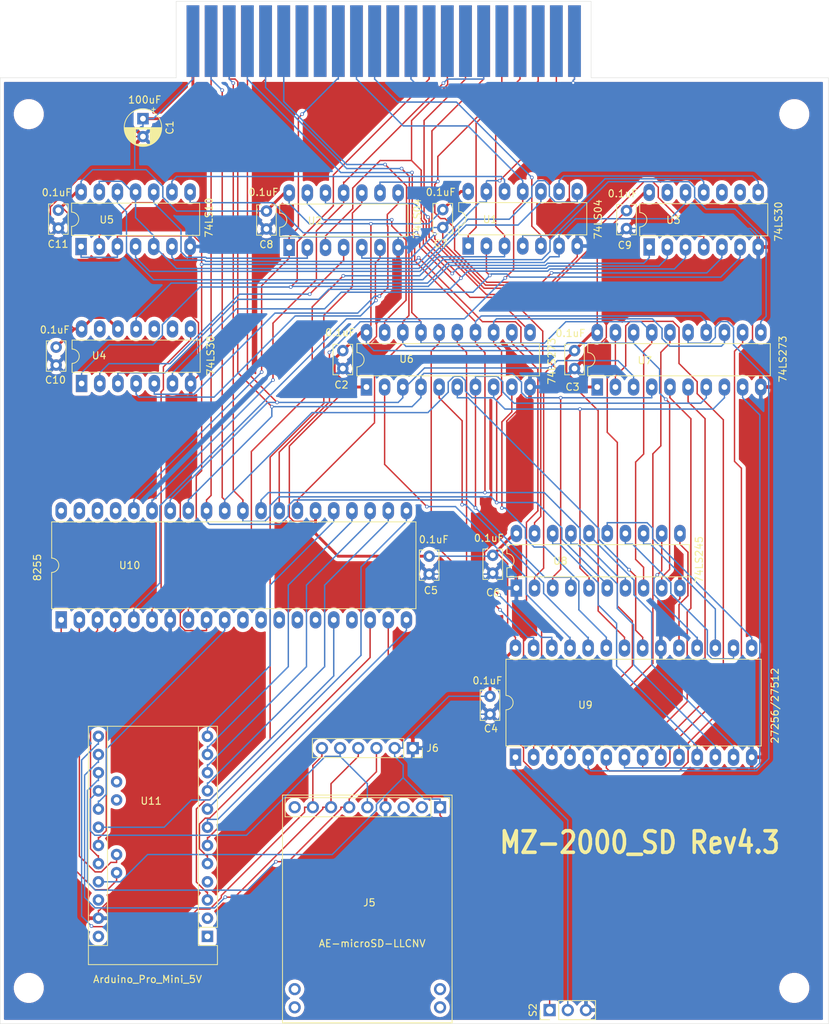
<source format=kicad_pcb>
(kicad_pcb (version 20171130) (host pcbnew "(5.1.9)-1")
  (layers (0 F.Cu signal) (31 B.Cu signal) (34 B.Paste user) (35 F.Paste user) (36 B.SilkS user) (37 F.SilkS user) (38 B.Mask user) (39 F.Mask user) (44 Edge.Cuts user))
  (net 0 "")
  (net 1 +5V)
  (net 2 GND)
  (net 3 /D2)
  (net 4 /D1)
  (net 5 /D0)
  (net 6 /A7)
  (net 7 /A6)
  (net 8 /A5)
  (net 9 /A4)
  (net 10 /A3)
  (net 11 /A2)
  (net 12 /A1)
  (net 13 /A0)
  (net 14 /D3)
  (net 15 /D4)
  (net 16 /D5)
  (net 17 /D6)
  (net 18 /D7)
  (net 19 /~WR)
  (net 20 /~RD)
  (net 21 /~IOREQ)
  (net 22 /RESET)
  (net 23 /MISO)
  (net 24 /MOSI)
  (net 25 /SCK)
  (net 26 /CS)
  (net 27 "Net-(S2-Pad2)")
  (net 28 "Net-(U1-Pad6)")
  (net 29 "Net-(U1-Pad12)")
  (net 30 "Net-(U1-Pad4)")
  (net 31 "Net-(U1-Pad10)")
  (net 32 "Net-(U1-Pad2)")
  (net 33 "Net-(U1-Pad8)")
  (net 34 "Net-(U2-Pad8)")
  (net 35 "Net-(U2-Pad2)")
  (net 36 "Net-(U2-Pad4)")
  (net 37 "Net-(U11-Pad3)")
  (net 38 "Net-(U10-Pad6)")
  (net 39 "Net-(U5-Pad6)")
  (net 40 "Net-(U5-Pad12)")
  (net 41 "Net-(U5-Pad8)")
  (net 42 "Net-(U6-Pad2)")
  (net 43 "Net-(U6-Pad12)")
  (net 44 "Net-(U6-Pad5)")
  (net 45 "Net-(U6-Pad15)")
  (net 46 "Net-(U6-Pad6)")
  (net 47 "Net-(U6-Pad16)")
  (net 48 "Net-(U6-Pad9)")
  (net 49 "Net-(U7-Pad19)")
  (net 50 "Net-(U7-Pad9)")
  (net 51 "Net-(U7-Pad16)")
  (net 52 "Net-(U7-Pad6)")
  (net 53 "Net-(U7-Pad15)")
  (net 54 "Net-(U7-Pad5)")
  (net 55 "Net-(U7-Pad12)")
  (net 56 "Net-(U7-Pad2)")
  (net 57 "Net-(U8-Pad11)")
  (net 58 "Net-(U8-Pad12)")
  (net 59 "Net-(U8-Pad13)")
  (net 60 "Net-(U8-Pad14)")
  (net 61 "Net-(U8-Pad15)")
  (net 62 "Net-(U8-Pad16)")
  (net 63 "Net-(U8-Pad17)")
  (net 64 "Net-(U8-Pad18)")
  (net 65 "Net-(U10-Pad1)")
  (net 66 "Net-(U10-Pad21)")
  (net 67 "Net-(U10-Pad2)")
  (net 68 "Net-(U10-Pad22)")
  (net 69 "Net-(U10-Pad3)")
  (net 70 "Net-(U10-Pad23)")
  (net 71 "Net-(U10-Pad4)")
  (net 72 "Net-(U10-Pad24)")
  (net 73 "Net-(U10-Pad25)")
  (net 74 "Net-(U10-Pad10)")
  (net 75 "Net-(U10-Pad16)")
  (net 76 "Net-(U10-Pad18)")
  (net 77 "Net-(U10-Pad19)")
  (net 78 "Net-(U10-Pad20)")
  (net 79 "Net-(U1-Pad9)")
  (net 80 "Net-(U2-Pad12)")
  (net 81 "Net-(U2-Pad6)")
  (net 82 "Net-(U2-Pad13)")
  (module MountingHole:MountingHole_3.2mm_M3 (layer F.Cu) (at 38.236 70.926)
    (fp_text reference MH4 hide)
    (fp_text value MountingHole_3.2mm_M3)
    (pad 1 np_thru_hole circle (at 0 0) (size 3.2 3.2) (drill 3.2) (layers *.Cu *.Mask))
  )
  (module MountingHole:MountingHole_3.2mm_M3 (layer F.Cu) (at 145.236 70.926)
    (fp_text reference MH3 hide)
    (fp_text value MountingHole_3.2mm_M3)
    (pad 1 np_thru_hole circle (at 0 0) (size 3.2 3.2) (drill 3.2) (layers *.Cu *.Mask))
  )
  (module MountingHole:MountingHole_3.2mm_M3 (layer F.Cu) (at 145.236 192.926)
    (fp_text reference MH2 hide)
    (fp_text value MountingHole_3.2mm_M3)
    (pad 1 np_thru_hole circle (at 0 0) (size 3.2 3.2) (drill 3.2) (layers *.Cu *.Mask))
  )
  (module MountingHole:MountingHole_3.2mm_M3 (layer F.Cu) (at 38.236 192.926)
    (fp_text reference MH1 hide)
    (fp_text value MountingHole_3.2mm_M3)
    (pad 1 np_thru_hole circle (at 0 0) (size 3.2 3.2) (drill 3.2) (layers *.Cu *.Mask))
  )
  (module mz-2000:BUS_MZ2000 (layer F.Cu) (at 137.376 62)
    (fp_text reference J1 hide)
    (fp_text value Conn_02x22_Row_Letter_First)
    (pad a1 connect rect (at -76.2 -1.27) (size 1.78 10) (layers F.Cu F.Mask) (net 1 +5V))
    (pad a2 connect rect (at -73.66 -1.27) (size 1.78 10) (layers F.Cu F.Mask) (net 3 /D2))
    (pad a3 connect rect (at -71.12 -1.27) (size 1.78 10) (layers F.Cu F.Mask) (net 4 /D1))
    (pad a4 connect rect (at -68.58 -1.27) (size 1.78 10) (layers F.Cu F.Mask) (net 5 /D0))
    (pad a5 connect rect (at -66.04 -1.27) (size 1.78 10) (layers F.Cu F.Mask) (net 2 GND))
    (pad a6 connect rect (at -63.5 -1.27) (size 1.78 10) (layers F.Cu F.Mask))
    (pad a7 connect rect (at -60.96 -1.27) (size 1.78 10) (layers F.Cu F.Mask))
    (pad a8 connect rect (at -58.42 -1.27) (size 1.78 10) (layers F.Cu F.Mask))
    (pad a9 connect rect (at -55.88 -1.27) (size 1.78 10) (layers F.Cu F.Mask))
    (pad a10 connect rect (at -53.34 -1.27) (size 1.78 10) (layers F.Cu F.Mask))
    (pad a11 connect rect (at -50.8 -1.27) (size 1.78 10) (layers F.Cu F.Mask))
    (pad a12 connect rect (at -48.26 -1.27) (size 1.78 10) (layers F.Cu F.Mask))
    (pad a13 connect rect (at -45.72 -1.27) (size 1.78 10) (layers F.Cu F.Mask))
    (pad a14 connect rect (at -43.18 -1.27) (size 1.78 10) (layers F.Cu F.Mask) (net 6 /A7))
    (pad a15 connect rect (at -40.64 -1.27) (size 1.78 10) (layers F.Cu F.Mask) (net 7 /A6))
    (pad a16 connect rect (at -38.1 -1.27) (size 1.78 10) (layers F.Cu F.Mask) (net 8 /A5))
    (pad a17 connect rect (at -35.56 -1.27) (size 1.78 10) (layers F.Cu F.Mask) (net 9 /A4))
    (pad a18 connect rect (at -33.02 -1.27) (size 1.78 10) (layers F.Cu F.Mask) (net 10 /A3))
    (pad a19 connect rect (at -30.48 -1.27) (size 1.78 10) (layers F.Cu F.Mask) (net 11 /A2))
    (pad a20 connect rect (at -27.94 -1.27) (size 1.78 10) (layers F.Cu F.Mask) (net 12 /A1))
    (pad a21 connect rect (at -25.4 -1.27) (size 1.78 10) (layers F.Cu F.Mask) (net 13 /A0))
    (pad a22 connect rect (at -22.86 -1.27) (size 1.78 10) (layers F.Cu F.Mask) (net 2 GND))
    (pad b1 connect rect (at -76.2 -1.27) (size 1.78 10) (layers B.Cu B.Mask) (net 1 +5V))
    (pad b2 connect rect (at -73.66 -1.27) (size 1.78 10) (layers B.Cu B.Mask) (net 14 /D3))
    (pad b3 connect rect (at -71.12 -1.27) (size 1.78 10) (layers B.Cu B.Mask) (net 15 /D4))
    (pad b4 connect rect (at -68.58 -1.27) (size 1.78 10) (layers B.Cu B.Mask) (net 16 /D5))
    (pad b5 connect rect (at -66.04 -1.27) (size 1.78 10) (layers B.Cu B.Mask) (net 17 /D6))
    (pad b6 connect rect (at -63.5 -1.27) (size 1.78 10) (layers B.Cu B.Mask) (net 18 /D7))
    (pad b7 connect rect (at -60.96 -1.27) (size 1.78 10) (layers B.Cu B.Mask))
    (pad b8 connect rect (at -58.42 -1.27) (size 1.78 10) (layers B.Cu B.Mask))
    (pad b9 connect rect (at -55.88 -1.27) (size 1.78 10) (layers B.Cu B.Mask) (net 19 /~WR))
    (pad b10 connect rect (at -53.34 -1.27) (size 1.78 10) (layers B.Cu B.Mask) (net 20 /~RD))
    (pad b11 connect rect (at -50.8 -1.27) (size 1.78 10) (layers B.Cu B.Mask) (net 21 /~IOREQ))
    (pad b12 connect rect (at -48.26 -1.27) (size 1.78 10) (layers B.Cu B.Mask))
    (pad b13 connect rect (at -45.72 -1.27) (size 1.78 10) (layers B.Cu B.Mask) (net 2 GND))
    (pad b14 connect rect (at -43.18 -1.27) (size 1.78 10) (layers B.Cu B.Mask))
    (pad b15 connect rect (at -40.64 -1.27) (size 1.78 10) (layers B.Cu B.Mask))
    (pad b16 connect rect (at -38.1 -1.27) (size 1.78 10) (layers B.Cu B.Mask))
    (pad b17 connect rect (at -35.56 -1.27) (size 1.78 10) (layers B.Cu B.Mask) (net 22 /RESET))
    (pad b18 connect rect (at -33.02 -1.27) (size 1.78 10) (layers B.Cu B.Mask))
    (pad b19 connect rect (at -30.48 -1.27) (size 1.78 10) (layers B.Cu B.Mask))
    (pad b20 connect rect (at -27.94 -1.27) (size 1.78 10) (layers B.Cu B.Mask))
    (pad b21 connect rect (at -25.4 -1.27) (size 1.78 10) (layers B.Cu B.Mask))
    (pad b22 connect rect (at -22.86 -1.27) (size 1.78 10) (layers B.Cu B.Mask) (net 2 GND))
  )
  (module Capacitor_THT:C_Rect_L4.0mm_W2.5mm_P2.50mm (layer F.Cu) (at 82.131 103.946 270)
    (fp_text reference C2 (at 4.78 0.195) (layer F.SilkS))
    (fp_text value 0.1uF)
    (pad 1 thru_hole circle (at 0 0 270) (size 1.6 1.6) (drill 0.8) (layers *.Cu *.Mask) (net 1 +5V))
    (pad 2 thru_hole circle (at 2.5 0 270) (size 1.6 1.6) (drill 0.8) (layers *.Cu *.Mask) (net 2 GND))
  )
  (module Capacitor_THT:C_Rect_L4.0mm_W2.5mm_P2.50mm (layer F.Cu) (at 114.516 103.946 270)
    (fp_text reference C3 (at 5.08 0.28) (layer F.SilkS))
    (fp_text value 0.1uF)
    (pad 2 thru_hole circle (at 2.5 0 270) (size 1.6 1.6) (drill 0.8) (layers *.Cu *.Mask) (net 2 GND))
    (pad 1 thru_hole circle (at 0 0 270) (size 1.6 1.6) (drill 0.8) (layers *.Cu *.Mask) (net 1 +5V))
  )
  (module Capacitor_THT:C_Rect_L4.0mm_W2.5mm_P2.50mm (layer F.Cu) (at 102.705 152.206 270)
    (fp_text reference C4 (at 4.52 -0.131) (layer F.SilkS))
    (fp_text value 0.1uF)
    (pad 1 thru_hole circle (at 0 0 270) (size 1.6 1.6) (drill 0.8) (layers *.Cu *.Mask) (net 1 +5V))
    (pad 2 thru_hole circle (at 2.5 0 270) (size 1.6 1.6) (drill 0.8) (layers *.Cu *.Mask) (net 2 GND))
  )
  (module Capacitor_THT:C_Rect_L4.0mm_W2.5mm_P2.50mm (layer F.Cu) (at 94.196 132.648 270)
    (fp_text reference C5 (at 4.778 -0.24) (layer F.SilkS))
    (fp_text value 0.1uF)
    (pad 2 thru_hole circle (at 2.5 0 270) (size 1.6 1.6) (drill 0.8) (layers *.Cu *.Mask) (net 2 GND))
    (pad 1 thru_hole circle (at 0 0 270) (size 1.6 1.6) (drill 0.8) (layers *.Cu *.Mask) (net 1 +5V))
  )
  (module Capacitor_THT:C_Rect_L4.0mm_W2.5mm_P2.50mm (layer F.Cu) (at 103.086 132.521 270)
    (fp_text reference C6 (at 5.205 -0.05) (layer F.SilkS))
    (fp_text value 0.1uF)
    (pad 2 thru_hole circle (at 2.5 0 270) (size 1.6 1.6) (drill 0.8) (layers *.Cu *.Mask) (net 2 GND))
    (pad 1 thru_hole circle (at 0 0 270) (size 1.6 1.6) (drill 0.8) (layers *.Cu *.Mask) (net 1 +5V))
  )
  (module Capacitor_THT:C_Rect_L4.0mm_W2.5mm_P2.50mm (layer F.Cu) (at 96.101 84.261 270)
    (fp_text reference C7 (at 4.765 0.29) (layer F.SilkS))
    (fp_text value 0.1uF)
    (pad 1 thru_hole circle (at 0 0 270) (size 1.6 1.6) (drill 0.8) (layers *.Cu *.Mask) (net 1 +5V))
    (pad 2 thru_hole circle (at 2.5 0 270) (size 1.6 1.6) (drill 0.8) (layers *.Cu *.Mask) (net 2 GND))
  )
  (module Capacitor_THT:C_Rect_L4.0mm_W2.5mm_P2.50mm (layer F.Cu) (at 71.451 84.461 270)
    (fp_text reference C8 (at 4.665 0.015) (layer F.SilkS))
    (fp_text value 0.1uF)
    (pad 2 thru_hole circle (at 2.5 0 270) (size 1.6 1.6) (drill 0.8) (layers *.Cu *.Mask) (net 2 GND))
    (pad 1 thru_hole circle (at 0 0 270) (size 1.6 1.6) (drill 0.8) (layers *.Cu *.Mask) (net 1 +5V))
  )
  (module Capacitor_THT:C_Rect_L4.0mm_W2.5mm_P2.50mm (layer F.Cu) (at 121.78 84.4 270)
    (fp_text reference C9 (at 4.826 0.244) (layer F.SilkS))
    (fp_text value 0.1uF)
    (pad 1 thru_hole circle (at 0 0 270) (size 1.6 1.6) (drill 0.8) (layers *.Cu *.Mask) (net 1 +5V))
    (pad 2 thru_hole circle (at 2.5 0 270) (size 1.6 1.6) (drill 0.8) (layers *.Cu *.Mask) (net 2 GND))
  )
  (module Capacitor_THT:C_Rect_L4.0mm_W2.5mm_P2.50mm (layer F.Cu) (at 42.061 103.457 270)
    (fp_text reference C10 (at 4.584 0.1) (layer F.SilkS))
    (fp_text value 0.1uF)
    (pad 2 thru_hole circle (at 2.5 0 270) (size 1.6 1.6) (drill 0.8) (layers *.Cu *.Mask) (net 2 GND))
    (pad 1 thru_hole circle (at 0 0 270) (size 1.6 1.6) (drill 0.8) (layers *.Cu *.Mask) (net 1 +5V))
  )
  (module Capacitor_THT:C_Rect_L4.0mm_W2.5mm_P2.50mm (layer F.Cu) (at 42.368 84.334 270)
    (fp_text reference C11 (at 4.738 0.042) (layer F.SilkS))
    (fp_text value 0.1uF)
    (pad 1 thru_hole circle (at 0 0 270) (size 1.6 1.6) (drill 0.8) (layers *.Cu *.Mask) (net 1 +5V))
    (pad 2 thru_hole circle (at 2.5 0 270) (size 1.6 1.6) (drill 0.8) (layers *.Cu *.Mask) (net 2 GND))
  )
  (module Connector_PinSocket_2.54mm:PinSocket_1x06_P2.54mm_Vertical (layer F.Cu) (at 91.91 159.445 270)
    (fp_text reference J6 (at 0 -2.77) (layer F.SilkS))
    (fp_text value "MicroSD Card Adapter")
    (pad 1 thru_hole rect (at 0 0 270) (size 1.7 1.7) (drill 1) (layers *.Cu *.Mask) (net 2 GND))
    (pad 2 thru_hole oval (at 0 2.54 270) (size 1.7 1.7) (drill 1) (layers *.Cu *.Mask) (net 1 +5V))
    (pad 3 thru_hole oval (at 0 5.08 270) (size 1.7 1.7) (drill 1) (layers *.Cu *.Mask) (net 23 /MISO))
    (pad 4 thru_hole oval (at 0 7.62 270) (size 1.7 1.7) (drill 1) (layers *.Cu *.Mask) (net 24 /MOSI))
    (pad 5 thru_hole oval (at 0 10.16 270) (size 1.7 1.7) (drill 1) (layers *.Cu *.Mask) (net 25 /SCK))
    (pad 6 thru_hole oval (at 0 12.7 270) (size 1.7 1.7) (drill 1) (layers *.Cu *.Mask) (net 26 /CS))
  )
  (module Connector_PinHeader_2.54mm:PinHeader_1x03_P2.54mm_Vertical (layer F.Cu) (at 111.036 196.026 90)
    (fp_text reference S2 (at 0 -2.33 90) (layer F.SilkS))
    (fp_text value SLIDE_SWITCH_3P)
    (pad 3 thru_hole oval (at 0 5.08 90) (size 1.7 1.7) (drill 1) (layers *.Cu *.Mask) (net 2 GND))
    (pad 2 thru_hole oval (at 0 2.54 90) (size 1.7 1.7) (drill 1) (layers *.Cu *.Mask) (net 27 "Net-(S2-Pad2)"))
    (pad 1 thru_hole rect (at 0 0 90) (size 1.7 1.7) (drill 1) (layers *.Cu *.Mask) (net 1 +5V))
  )
  (module Package_DIP:DIP-14_W7.62mm_LongPads (layer F.Cu) (at 99.657 89.341 90)
    (fp_text reference U1 (at 3.715 3.054) (layer F.SilkS))
    (fp_text value 74LS04)
    (pad 14 thru_hole oval (at 7.62 0 90) (size 2.4 1.6) (drill 0.8) (layers *.Cu *.Mask) (net 1 +5V))
    (pad 7 thru_hole oval (at 0 15.24 90) (size 2.4 1.6) (drill 0.8) (layers *.Cu *.Mask) (net 2 GND))
    (pad 13 thru_hole oval (at 7.62 2.54 90) (size 2.4 1.6) (drill 0.8) (layers *.Cu *.Mask) (net 13 /A0))
    (pad 6 thru_hole oval (at 0 12.7 90) (size 2.4 1.6) (drill 0.8) (layers *.Cu *.Mask) (net 28 "Net-(U1-Pad6)"))
    (pad 12 thru_hole oval (at 7.62 5.08 90) (size 2.4 1.6) (drill 0.8) (layers *.Cu *.Mask) (net 29 "Net-(U1-Pad12)"))
    (pad 5 thru_hole oval (at 0 10.16 90) (size 2.4 1.6) (drill 0.8) (layers *.Cu *.Mask) (net 21 /~IOREQ))
    (pad 11 thru_hole oval (at 7.62 7.62 90) (size 2.4 1.6) (drill 0.8) (layers *.Cu *.Mask) (net 20 /~RD))
    (pad 4 thru_hole oval (at 0 7.62 90) (size 2.4 1.6) (drill 0.8) (layers *.Cu *.Mask) (net 30 "Net-(U1-Pad4)"))
    (pad 10 thru_hole oval (at 7.62 10.16 90) (size 2.4 1.6) (drill 0.8) (layers *.Cu *.Mask) (net 31 "Net-(U1-Pad10)"))
    (pad 3 thru_hole oval (at 0 5.08 90) (size 2.4 1.6) (drill 0.8) (layers *.Cu *.Mask) (net 12 /A1))
    (pad 9 thru_hole oval (at 7.62 12.7 90) (size 2.4 1.6) (drill 0.8) (layers *.Cu *.Mask) (net 79 "Net-(U1-Pad9)"))
    (pad 2 thru_hole oval (at 0 2.54 90) (size 2.4 1.6) (drill 0.8) (layers *.Cu *.Mask) (net 32 "Net-(U1-Pad2)"))
    (pad 8 thru_hole oval (at 7.62 15.24 90) (size 2.4 1.6) (drill 0.8) (layers *.Cu *.Mask) (net 33 "Net-(U1-Pad8)"))
    (pad 1 thru_hole rect (at 0 0 90) (size 2.4 1.6) (drill 0.8) (layers *.Cu *.Mask) (net 11 /A2))
  )
  (module Package_DIP:DIP-14_W7.62mm_LongPads (layer F.Cu) (at 74.626 89.541 90)
    (fp_text reference U2 (at 3.715 3.61) (layer F.SilkS))
    (fp_text value 74LS04)
    (pad 1 thru_hole rect (at 0 0 90) (size 2.4 1.6) (drill 0.8) (layers *.Cu *.Mask) (net 19 /~WR))
    (pad 8 thru_hole oval (at 7.62 15.24 90) (size 2.4 1.6) (drill 0.8) (layers *.Cu *.Mask) (net 34 "Net-(U2-Pad8)"))
    (pad 2 thru_hole oval (at 0 2.54 90) (size 2.4 1.6) (drill 0.8) (layers *.Cu *.Mask) (net 35 "Net-(U2-Pad2)"))
    (pad 9 thru_hole oval (at 7.62 12.7 90) (size 2.4 1.6) (drill 0.8) (layers *.Cu *.Mask) (net 10 /A3))
    (pad 3 thru_hole oval (at 0 5.08 90) (size 2.4 1.6) (drill 0.8) (layers *.Cu *.Mask) (net 7 /A6))
    (pad 10 thru_hole oval (at 7.62 10.16 90) (size 2.4 1.6) (drill 0.8) (layers *.Cu *.Mask) (net 37 "Net-(U11-Pad3)"))
    (pad 4 thru_hole oval (at 0 7.62 90) (size 2.4 1.6) (drill 0.8) (layers *.Cu *.Mask) (net 36 "Net-(U2-Pad4)"))
    (pad 11 thru_hole oval (at 7.62 7.62 90) (size 2.4 1.6) (drill 0.8) (layers *.Cu *.Mask) (net 22 /RESET))
    (pad 5 thru_hole oval (at 0 10.16 90) (size 2.4 1.6) (drill 0.8) (layers *.Cu *.Mask) (net 9 /A4))
    (pad 12 thru_hole oval (at 7.62 5.08 90) (size 2.4 1.6) (drill 0.8) (layers *.Cu *.Mask) (net 80 "Net-(U2-Pad12)"))
    (pad 6 thru_hole oval (at 0 12.7 90) (size 2.4 1.6) (drill 0.8) (layers *.Cu *.Mask) (net 81 "Net-(U2-Pad6)"))
    (pad 13 thru_hole oval (at 7.62 2.54 90) (size 2.4 1.6) (drill 0.8) (layers *.Cu *.Mask) (net 82 "Net-(U2-Pad13)"))
    (pad 7 thru_hole oval (at 0 15.24 90) (size 2.4 1.6) (drill 0.8) (layers *.Cu *.Mask) (net 2 GND))
    (pad 14 thru_hole oval (at 7.62 0 90) (size 2.4 1.6) (drill 0.8) (layers *.Cu *.Mask) (net 1 +5V))
  )
  (module Package_DIP:DIP-14_W7.62mm_LongPads (layer F.Cu) (at 124.955 89.48 90)
    (fp_text reference U3 (at 3.754 3.381) (layer F.SilkS))
    (fp_text value 74LS30)
    (pad 1 thru_hole rect (at 0 0 90) (size 2.4 1.6) (drill 0.8) (layers *.Cu *.Mask) (net 6 /A7))
    (pad 8 thru_hole oval (at 7.62 15.24 90) (size 2.4 1.6) (drill 0.8) (layers *.Cu *.Mask) (net 79 "Net-(U1-Pad9)"))
    (pad 2 thru_hole oval (at 0 2.54 90) (size 2.4 1.6) (drill 0.8) (layers *.Cu *.Mask) (net 7 /A6))
    (pad 9 thru_hole oval (at 7.62 12.7 90) (size 2.4 1.6) (drill 0.8) (layers *.Cu *.Mask))
    (pad 3 thru_hole oval (at 0 5.08 90) (size 2.4 1.6) (drill 0.8) (layers *.Cu *.Mask) (net 8 /A5))
    (pad 10 thru_hole oval (at 7.62 10.16 90) (size 2.4 1.6) (drill 0.8) (layers *.Cu *.Mask))
    (pad 4 thru_hole oval (at 0 7.62 90) (size 2.4 1.6) (drill 0.8) (layers *.Cu *.Mask) (net 9 /A4))
    (pad 11 thru_hole oval (at 7.62 7.62 90) (size 2.4 1.6) (drill 0.8) (layers *.Cu *.Mask) (net 30 "Net-(U1-Pad4)"))
    (pad 5 thru_hole oval (at 0 10.16 90) (size 2.4 1.6) (drill 0.8) (layers *.Cu *.Mask) (net 10 /A3))
    (pad 12 thru_hole oval (at 7.62 5.08 90) (size 2.4 1.6) (drill 0.8) (layers *.Cu *.Mask) (net 28 "Net-(U1-Pad6)"))
    (pad 6 thru_hole oval (at 0 12.7 90) (size 2.4 1.6) (drill 0.8) (layers *.Cu *.Mask) (net 32 "Net-(U1-Pad2)"))
    (pad 13 thru_hole oval (at 7.62 2.54 90) (size 2.4 1.6) (drill 0.8) (layers *.Cu *.Mask))
    (pad 7 thru_hole oval (at 0 15.24 90) (size 2.4 1.6) (drill 0.8) (layers *.Cu *.Mask) (net 2 GND))
    (pad 14 thru_hole oval (at 7.62 0 90) (size 2.4 1.6) (drill 0.8) (layers *.Cu *.Mask) (net 1 +5V))
  )
  (module Package_DIP:DIP-14_W7.62mm_LongPads (layer F.Cu) (at 45.617 108.537 90)
    (fp_text reference U4 (at 3.896 2.444) (layer F.SilkS))
    (fp_text value 74LS30)
    (pad 1 thru_hole rect (at 0 0 90) (size 2.4 1.6) (drill 0.8) (layers *.Cu *.Mask) (net 6 /A7))
    (pad 8 thru_hole oval (at 7.62 15.24 90) (size 2.4 1.6) (drill 0.8) (layers *.Cu *.Mask) (net 38 "Net-(U10-Pad6)"))
    (pad 2 thru_hole oval (at 0 2.54 90) (size 2.4 1.6) (drill 0.8) (layers *.Cu *.Mask) (net 36 "Net-(U2-Pad4)"))
    (pad 9 thru_hole oval (at 7.62 12.7 90) (size 2.4 1.6) (drill 0.8) (layers *.Cu *.Mask))
    (pad 3 thru_hole oval (at 0 5.08 90) (size 2.4 1.6) (drill 0.8) (layers *.Cu *.Mask) (net 8 /A5))
    (pad 10 thru_hole oval (at 7.62 10.16 90) (size 2.4 1.6) (drill 0.8) (layers *.Cu *.Mask))
    (pad 4 thru_hole oval (at 0 7.62 90) (size 2.4 1.6) (drill 0.8) (layers *.Cu *.Mask) (net 81 "Net-(U2-Pad6)"))
    (pad 11 thru_hole oval (at 7.62 7.62 90) (size 2.4 1.6) (drill 0.8) (layers *.Cu *.Mask) (net 28 "Net-(U1-Pad6)"))
    (pad 5 thru_hole oval (at 0 10.16 90) (size 2.4 1.6) (drill 0.8) (layers *.Cu *.Mask) (net 34 "Net-(U2-Pad8)"))
    (pad 12 thru_hole oval (at 7.62 5.08 90) (size 2.4 1.6) (drill 0.8) (layers *.Cu *.Mask) (net 1 +5V))
    (pad 6 thru_hole oval (at 0 12.7 90) (size 2.4 1.6) (drill 0.8) (layers *.Cu *.Mask) (net 32 "Net-(U1-Pad2)"))
    (pad 13 thru_hole oval (at 7.62 2.54 90) (size 2.4 1.6) (drill 0.8) (layers *.Cu *.Mask))
    (pad 7 thru_hole oval (at 0 15.24 90) (size 2.4 1.6) (drill 0.8) (layers *.Cu *.Mask) (net 2 GND))
    (pad 14 thru_hole oval (at 7.62 0 90) (size 2.4 1.6) (drill 0.8) (layers *.Cu *.Mask) (net 1 +5V))
  )
  (module Package_DIP:DIP-14_W7.62mm_LongPads (layer F.Cu) (at 45.543 89.414 90)
    (fp_text reference U5 (at 3.742 3.583) (layer F.SilkS))
    (fp_text value 74LS10)
    (pad 14 thru_hole oval (at 7.62 0 90) (size 2.4 1.6) (drill 0.8) (layers *.Cu *.Mask) (net 1 +5V))
    (pad 7 thru_hole oval (at 0 15.24 90) (size 2.4 1.6) (drill 0.8) (layers *.Cu *.Mask) (net 2 GND))
    (pad 13 thru_hole oval (at 7.62 2.54 90) (size 2.4 1.6) (drill 0.8) (layers *.Cu *.Mask) (net 33 "Net-(U1-Pad8)"))
    (pad 6 thru_hole oval (at 0 12.7 90) (size 2.4 1.6) (drill 0.8) (layers *.Cu *.Mask) (net 39 "Net-(U5-Pad6)"))
    (pad 12 thru_hole oval (at 7.62 5.08 90) (size 2.4 1.6) (drill 0.8) (layers *.Cu *.Mask) (net 40 "Net-(U5-Pad12)"))
    (pad 5 thru_hole oval (at 0 10.16 90) (size 2.4 1.6) (drill 0.8) (layers *.Cu *.Mask) (net 33 "Net-(U1-Pad8)"))
    (pad 11 thru_hole oval (at 7.62 7.62 90) (size 2.4 1.6) (drill 0.8) (layers *.Cu *.Mask) (net 33 "Net-(U1-Pad8)"))
    (pad 4 thru_hole oval (at 0 7.62 90) (size 2.4 1.6) (drill 0.8) (layers *.Cu *.Mask) (net 31 "Net-(U1-Pad10)"))
    (pad 10 thru_hole oval (at 7.62 10.16 90) (size 2.4 1.6) (drill 0.8) (layers *.Cu *.Mask) (net 35 "Net-(U2-Pad2)"))
    (pad 3 thru_hole oval (at 0 5.08 90) (size 2.4 1.6) (drill 0.8) (layers *.Cu *.Mask) (net 13 /A0))
    (pad 9 thru_hole oval (at 7.62 12.7 90) (size 2.4 1.6) (drill 0.8) (layers *.Cu *.Mask) (net 29 "Net-(U1-Pad12)"))
    (pad 2 thru_hole oval (at 0 2.54 90) (size 2.4 1.6) (drill 0.8) (layers *.Cu *.Mask) (net 35 "Net-(U2-Pad2)"))
    (pad 8 thru_hole oval (at 7.62 15.24 90) (size 2.4 1.6) (drill 0.8) (layers *.Cu *.Mask) (net 41 "Net-(U5-Pad8)"))
    (pad 1 thru_hole rect (at 0 0 90) (size 2.4 1.6) (drill 0.8) (layers *.Cu *.Mask) (net 13 /A0))
  )
  (module Package_DIP:DIP-20_W7.62mm_LongPads (layer F.Cu) (at 85.433 109.026 90)
    (fp_text reference U6 (at 3.9 5.603) (layer F.SilkS))
    (fp_text value 74LS273)
    (pad 1 thru_hole rect (at 0 0 90) (size 2.4 1.6) (drill 0.8) (layers *.Cu *.Mask) (net 1 +5V))
    (pad 11 thru_hole oval (at 7.62 22.86 90) (size 2.4 1.6) (drill 0.8) (layers *.Cu *.Mask) (net 41 "Net-(U5-Pad8)"))
    (pad 2 thru_hole oval (at 0 2.54 90) (size 2.4 1.6) (drill 0.8) (layers *.Cu *.Mask) (net 42 "Net-(U6-Pad2)"))
    (pad 12 thru_hole oval (at 7.62 20.32 90) (size 2.4 1.6) (drill 0.8) (layers *.Cu *.Mask) (net 43 "Net-(U6-Pad12)"))
    (pad 3 thru_hole oval (at 0 5.08 90) (size 2.4 1.6) (drill 0.8) (layers *.Cu *.Mask) (net 5 /D0))
    (pad 13 thru_hole oval (at 7.62 17.78 90) (size 2.4 1.6) (drill 0.8) (layers *.Cu *.Mask) (net 15 /D4))
    (pad 4 thru_hole oval (at 0 7.62 90) (size 2.4 1.6) (drill 0.8) (layers *.Cu *.Mask) (net 4 /D1))
    (pad 14 thru_hole oval (at 7.62 15.24 90) (size 2.4 1.6) (drill 0.8) (layers *.Cu *.Mask) (net 16 /D5))
    (pad 5 thru_hole oval (at 0 10.16 90) (size 2.4 1.6) (drill 0.8) (layers *.Cu *.Mask) (net 44 "Net-(U6-Pad5)"))
    (pad 15 thru_hole oval (at 7.62 12.7 90) (size 2.4 1.6) (drill 0.8) (layers *.Cu *.Mask) (net 45 "Net-(U6-Pad15)"))
    (pad 6 thru_hole oval (at 0 12.7 90) (size 2.4 1.6) (drill 0.8) (layers *.Cu *.Mask) (net 46 "Net-(U6-Pad6)"))
    (pad 16 thru_hole oval (at 7.62 10.16 90) (size 2.4 1.6) (drill 0.8) (layers *.Cu *.Mask) (net 47 "Net-(U6-Pad16)"))
    (pad 7 thru_hole oval (at 0 15.24 90) (size 2.4 1.6) (drill 0.8) (layers *.Cu *.Mask) (net 3 /D2))
    (pad 17 thru_hole oval (at 7.62 7.62 90) (size 2.4 1.6) (drill 0.8) (layers *.Cu *.Mask) (net 17 /D6))
    (pad 8 thru_hole oval (at 0 17.78 90) (size 2.4 1.6) (drill 0.8) (layers *.Cu *.Mask) (net 14 /D3))
    (pad 18 thru_hole oval (at 7.62 5.08 90) (size 2.4 1.6) (drill 0.8) (layers *.Cu *.Mask) (net 18 /D7))
    (pad 9 thru_hole oval (at 0 20.32 90) (size 2.4 1.6) (drill 0.8) (layers *.Cu *.Mask) (net 48 "Net-(U6-Pad9)"))
    (pad 19 thru_hole oval (at 7.62 2.54 90) (size 2.4 1.6) (drill 0.8) (layers *.Cu *.Mask) (net 82 "Net-(U2-Pad13)"))
    (pad 10 thru_hole oval (at 0 22.86 90) (size 2.4 1.6) (drill 0.8) (layers *.Cu *.Mask) (net 2 GND))
    (pad 20 thru_hole oval (at 7.62 0 90) (size 2.4 1.6) (drill 0.8) (layers *.Cu *.Mask) (net 1 +5V))
  )
  (module Package_DIP:DIP-20_W7.62mm_LongPads (layer F.Cu) (at 117.691 109.026 90)
    (fp_text reference U7 (at 3.7 6.645) (layer F.SilkS))
    (fp_text value 74LS273)
    (pad 20 thru_hole oval (at 7.62 0 90) (size 2.4 1.6) (drill 0.8) (layers *.Cu *.Mask) (net 1 +5V))
    (pad 10 thru_hole oval (at 0 22.86 90) (size 2.4 1.6) (drill 0.8) (layers *.Cu *.Mask) (net 2 GND))
    (pad 19 thru_hole oval (at 7.62 2.54 90) (size 2.4 1.6) (drill 0.8) (layers *.Cu *.Mask) (net 49 "Net-(U7-Pad19)"))
    (pad 9 thru_hole oval (at 0 20.32 90) (size 2.4 1.6) (drill 0.8) (layers *.Cu *.Mask) (net 50 "Net-(U7-Pad9)"))
    (pad 18 thru_hole oval (at 7.62 5.08 90) (size 2.4 1.6) (drill 0.8) (layers *.Cu *.Mask) (net 18 /D7))
    (pad 8 thru_hole oval (at 0 17.78 90) (size 2.4 1.6) (drill 0.8) (layers *.Cu *.Mask) (net 14 /D3))
    (pad 17 thru_hole oval (at 7.62 7.62 90) (size 2.4 1.6) (drill 0.8) (layers *.Cu *.Mask) (net 17 /D6))
    (pad 7 thru_hole oval (at 0 15.24 90) (size 2.4 1.6) (drill 0.8) (layers *.Cu *.Mask) (net 3 /D2))
    (pad 16 thru_hole oval (at 7.62 10.16 90) (size 2.4 1.6) (drill 0.8) (layers *.Cu *.Mask) (net 51 "Net-(U7-Pad16)"))
    (pad 6 thru_hole oval (at 0 12.7 90) (size 2.4 1.6) (drill 0.8) (layers *.Cu *.Mask) (net 52 "Net-(U7-Pad6)"))
    (pad 15 thru_hole oval (at 7.62 12.7 90) (size 2.4 1.6) (drill 0.8) (layers *.Cu *.Mask) (net 53 "Net-(U7-Pad15)"))
    (pad 5 thru_hole oval (at 0 10.16 90) (size 2.4 1.6) (drill 0.8) (layers *.Cu *.Mask) (net 54 "Net-(U7-Pad5)"))
    (pad 14 thru_hole oval (at 7.62 15.24 90) (size 2.4 1.6) (drill 0.8) (layers *.Cu *.Mask) (net 16 /D5))
    (pad 4 thru_hole oval (at 0 7.62 90) (size 2.4 1.6) (drill 0.8) (layers *.Cu *.Mask) (net 4 /D1))
    (pad 13 thru_hole oval (at 7.62 17.78 90) (size 2.4 1.6) (drill 0.8) (layers *.Cu *.Mask) (net 15 /D4))
    (pad 3 thru_hole oval (at 0 5.08 90) (size 2.4 1.6) (drill 0.8) (layers *.Cu *.Mask) (net 5 /D0))
    (pad 12 thru_hole oval (at 7.62 20.32 90) (size 2.4 1.6) (drill 0.8) (layers *.Cu *.Mask) (net 55 "Net-(U7-Pad12)"))
    (pad 2 thru_hole oval (at 0 2.54 90) (size 2.4 1.6) (drill 0.8) (layers *.Cu *.Mask) (net 56 "Net-(U7-Pad2)"))
    (pad 11 thru_hole oval (at 7.62 22.86 90) (size 2.4 1.6) (drill 0.8) (layers *.Cu *.Mask) (net 40 "Net-(U5-Pad12)"))
    (pad 1 thru_hole rect (at 0 0 90) (size 2.4 1.6) (drill 0.8) (layers *.Cu *.Mask) (net 1 +5V))
  )
  (module Package_DIP:DIP-20_W7.62mm_LongPads (layer F.Cu) (at 106.388 137.093 90)
    (fp_text reference U8 (at 3.767 6.148) (layer F.SilkS))
    (fp_text value 74LS245)
    (pad 1 thru_hole rect (at 0 0 90) (size 2.4 1.6) (drill 0.8) (layers *.Cu *.Mask) (net 2 GND))
    (pad 11 thru_hole oval (at 7.62 22.86 90) (size 2.4 1.6) (drill 0.8) (layers *.Cu *.Mask) (net 57 "Net-(U8-Pad11)"))
    (pad 2 thru_hole oval (at 0 2.54 90) (size 2.4 1.6) (drill 0.8) (layers *.Cu *.Mask) (net 5 /D0))
    (pad 12 thru_hole oval (at 7.62 20.32 90) (size 2.4 1.6) (drill 0.8) (layers *.Cu *.Mask) (net 58 "Net-(U8-Pad12)"))
    (pad 3 thru_hole oval (at 0 5.08 90) (size 2.4 1.6) (drill 0.8) (layers *.Cu *.Mask) (net 4 /D1))
    (pad 13 thru_hole oval (at 7.62 17.78 90) (size 2.4 1.6) (drill 0.8) (layers *.Cu *.Mask) (net 59 "Net-(U8-Pad13)"))
    (pad 4 thru_hole oval (at 0 7.62 90) (size 2.4 1.6) (drill 0.8) (layers *.Cu *.Mask) (net 3 /D2))
    (pad 14 thru_hole oval (at 7.62 15.24 90) (size 2.4 1.6) (drill 0.8) (layers *.Cu *.Mask) (net 60 "Net-(U8-Pad14)"))
    (pad 5 thru_hole oval (at 0 10.16 90) (size 2.4 1.6) (drill 0.8) (layers *.Cu *.Mask) (net 14 /D3))
    (pad 15 thru_hole oval (at 7.62 12.7 90) (size 2.4 1.6) (drill 0.8) (layers *.Cu *.Mask) (net 61 "Net-(U8-Pad15)"))
    (pad 6 thru_hole oval (at 0 12.7 90) (size 2.4 1.6) (drill 0.8) (layers *.Cu *.Mask) (net 15 /D4))
    (pad 16 thru_hole oval (at 7.62 10.16 90) (size 2.4 1.6) (drill 0.8) (layers *.Cu *.Mask) (net 62 "Net-(U8-Pad16)"))
    (pad 7 thru_hole oval (at 0 15.24 90) (size 2.4 1.6) (drill 0.8) (layers *.Cu *.Mask) (net 16 /D5))
    (pad 17 thru_hole oval (at 7.62 7.62 90) (size 2.4 1.6) (drill 0.8) (layers *.Cu *.Mask) (net 63 "Net-(U8-Pad17)"))
    (pad 8 thru_hole oval (at 0 17.78 90) (size 2.4 1.6) (drill 0.8) (layers *.Cu *.Mask) (net 17 /D6))
    (pad 18 thru_hole oval (at 7.62 5.08 90) (size 2.4 1.6) (drill 0.8) (layers *.Cu *.Mask) (net 64 "Net-(U8-Pad18)"))
    (pad 9 thru_hole oval (at 0 20.32 90) (size 2.4 1.6) (drill 0.8) (layers *.Cu *.Mask) (net 18 /D7))
    (pad 19 thru_hole oval (at 7.62 2.54 90) (size 2.4 1.6) (drill 0.8) (layers *.Cu *.Mask) (net 39 "Net-(U5-Pad6)"))
    (pad 10 thru_hole oval (at 0 22.86 90) (size 2.4 1.6) (drill 0.8) (layers *.Cu *.Mask) (net 2 GND))
    (pad 20 thru_hole oval (at 7.62 0 90) (size 2.4 1.6) (drill 0.8) (layers *.Cu *.Mask) (net 1 +5V))
  )
  (module Package_DIP:DIP-28_W15.24mm_LongPads (layer F.Cu) (at 106.261 160.715 90)
    (fp_text reference U9 (at 7.289 9.775) (layer F.SilkS))
    (fp_text value 29C256/27C512)
    (pad 1 thru_hole rect (at 0 0 90) (size 2.4 1.6) (drill 0.8) (layers *.Cu *.Mask) (net 27 "Net-(S2-Pad2)"))
    (pad 15 thru_hole oval (at 15.24 33.02 90) (size 2.4 1.6) (drill 0.8) (layers *.Cu *.Mask) (net 61 "Net-(U8-Pad15)"))
    (pad 2 thru_hole oval (at 0 2.54 90) (size 2.4 1.6) (drill 0.8) (layers *.Cu *.Mask) (net 43 "Net-(U6-Pad12)"))
    (pad 16 thru_hole oval (at 15.24 30.48 90) (size 2.4 1.6) (drill 0.8) (layers *.Cu *.Mask) (net 60 "Net-(U8-Pad14)"))
    (pad 3 thru_hole oval (at 0 5.08 90) (size 2.4 1.6) (drill 0.8) (layers *.Cu *.Mask) (net 49 "Net-(U7-Pad19)"))
    (pad 17 thru_hole oval (at 15.24 27.94 90) (size 2.4 1.6) (drill 0.8) (layers *.Cu *.Mask) (net 59 "Net-(U8-Pad13)"))
    (pad 4 thru_hole oval (at 0 7.62 90) (size 2.4 1.6) (drill 0.8) (layers *.Cu *.Mask) (net 51 "Net-(U7-Pad16)"))
    (pad 18 thru_hole oval (at 15.24 25.4 90) (size 2.4 1.6) (drill 0.8) (layers *.Cu *.Mask) (net 58 "Net-(U8-Pad12)"))
    (pad 5 thru_hole oval (at 0 10.16 90) (size 2.4 1.6) (drill 0.8) (layers *.Cu *.Mask) (net 53 "Net-(U7-Pad15)"))
    (pad 19 thru_hole oval (at 15.24 22.86 90) (size 2.4 1.6) (drill 0.8) (layers *.Cu *.Mask) (net 57 "Net-(U8-Pad11)"))
    (pad 6 thru_hole oval (at 0 12.7 90) (size 2.4 1.6) (drill 0.8) (layers *.Cu *.Mask) (net 55 "Net-(U7-Pad12)"))
    (pad 20 thru_hole oval (at 15.24 20.32 90) (size 2.4 1.6) (drill 0.8) (layers *.Cu *.Mask) (net 2 GND))
    (pad 7 thru_hole oval (at 0 15.24 90) (size 2.4 1.6) (drill 0.8) (layers *.Cu *.Mask) (net 50 "Net-(U7-Pad9)"))
    (pad 21 thru_hole oval (at 15.24 17.78 90) (size 2.4 1.6) (drill 0.8) (layers *.Cu *.Mask) (net 46 "Net-(U6-Pad6)"))
    (pad 8 thru_hole oval (at 0 17.78 90) (size 2.4 1.6) (drill 0.8) (layers *.Cu *.Mask) (net 52 "Net-(U7-Pad6)"))
    (pad 22 thru_hole oval (at 15.24 15.24 90) (size 2.4 1.6) (drill 0.8) (layers *.Cu *.Mask) (net 80 "Net-(U2-Pad12)"))
    (pad 9 thru_hole oval (at 0 20.32 90) (size 2.4 1.6) (drill 0.8) (layers *.Cu *.Mask) (net 54 "Net-(U7-Pad5)"))
    (pad 23 thru_hole oval (at 15.24 12.7 90) (size 2.4 1.6) (drill 0.8) (layers *.Cu *.Mask) (net 48 "Net-(U6-Pad9)"))
    (pad 10 thru_hole oval (at 0 22.86 90) (size 2.4 1.6) (drill 0.8) (layers *.Cu *.Mask) (net 56 "Net-(U7-Pad2)"))
    (pad 24 thru_hole oval (at 15.24 10.16 90) (size 2.4 1.6) (drill 0.8) (layers *.Cu *.Mask) (net 44 "Net-(U6-Pad5)"))
    (pad 11 thru_hole oval (at 0 25.4 90) (size 2.4 1.6) (drill 0.8) (layers *.Cu *.Mask) (net 64 "Net-(U8-Pad18)"))
    (pad 25 thru_hole oval (at 15.24 7.62 90) (size 2.4 1.6) (drill 0.8) (layers *.Cu *.Mask) (net 42 "Net-(U6-Pad2)"))
    (pad 12 thru_hole oval (at 0 27.94 90) (size 2.4 1.6) (drill 0.8) (layers *.Cu *.Mask) (net 63 "Net-(U8-Pad17)"))
    (pad 26 thru_hole oval (at 15.24 5.08 90) (size 2.4 1.6) (drill 0.8) (layers *.Cu *.Mask) (net 45 "Net-(U6-Pad15)"))
    (pad 13 thru_hole oval (at 0 30.48 90) (size 2.4 1.6) (drill 0.8) (layers *.Cu *.Mask) (net 62 "Net-(U8-Pad16)"))
    (pad 27 thru_hole oval (at 15.24 2.54 90) (size 2.4 1.6) (drill 0.8) (layers *.Cu *.Mask) (net 47 "Net-(U6-Pad16)"))
    (pad 14 thru_hole oval (at 0 33.02 90) (size 2.4 1.6) (drill 0.8) (layers *.Cu *.Mask) (net 2 GND))
    (pad 28 thru_hole oval (at 15.24 0 90) (size 2.4 1.6) (drill 0.8) (layers *.Cu *.Mask) (net 1 +5V))
  )
  (module Package_DIP:DIP-40_W15.24mm_LongPads (layer F.Cu) (at 42.761 141.538 90)
    (fp_text reference U10 (at 7.612 9.575) (layer F.SilkS))
    (fp_text value 8255)
    (pad 1 thru_hole rect (at 0 0 90) (size 2.4 1.6) (drill 0.8) (layers *.Cu *.Mask) (net 65 "Net-(U10-Pad1)"))
    (pad 21 thru_hole oval (at 15.24 48.26 90) (size 2.4 1.6) (drill 0.8) (layers *.Cu *.Mask) (net 66 "Net-(U10-Pad21)"))
    (pad 2 thru_hole oval (at 0 2.54 90) (size 2.4 1.6) (drill 0.8) (layers *.Cu *.Mask) (net 67 "Net-(U10-Pad2)"))
    (pad 22 thru_hole oval (at 15.24 45.72 90) (size 2.4 1.6) (drill 0.8) (layers *.Cu *.Mask) (net 68 "Net-(U10-Pad22)"))
    (pad 3 thru_hole oval (at 0 5.08 90) (size 2.4 1.6) (drill 0.8) (layers *.Cu *.Mask) (net 69 "Net-(U10-Pad3)"))
    (pad 23 thru_hole oval (at 15.24 43.18 90) (size 2.4 1.6) (drill 0.8) (layers *.Cu *.Mask) (net 70 "Net-(U10-Pad23)"))
    (pad 4 thru_hole oval (at 0 7.62 90) (size 2.4 1.6) (drill 0.8) (layers *.Cu *.Mask) (net 71 "Net-(U10-Pad4)"))
    (pad 24 thru_hole oval (at 15.24 40.64 90) (size 2.4 1.6) (drill 0.8) (layers *.Cu *.Mask) (net 72 "Net-(U10-Pad24)"))
    (pad 5 thru_hole oval (at 0 10.16 90) (size 2.4 1.6) (drill 0.8) (layers *.Cu *.Mask) (net 20 /~RD))
    (pad 25 thru_hole oval (at 15.24 38.1 90) (size 2.4 1.6) (drill 0.8) (layers *.Cu *.Mask) (net 73 "Net-(U10-Pad25)"))
    (pad 6 thru_hole oval (at 0 12.7 90) (size 2.4 1.6) (drill 0.8) (layers *.Cu *.Mask) (net 38 "Net-(U10-Pad6)"))
    (pad 26 thru_hole oval (at 15.24 35.56 90) (size 2.4 1.6) (drill 0.8) (layers *.Cu *.Mask) (net 1 +5V))
    (pad 7 thru_hole oval (at 0 15.24 90) (size 2.4 1.6) (drill 0.8) (layers *.Cu *.Mask) (net 2 GND))
    (pad 27 thru_hole oval (at 15.24 33.02 90) (size 2.4 1.6) (drill 0.8) (layers *.Cu *.Mask) (net 18 /D7))
    (pad 8 thru_hole oval (at 0 17.78 90) (size 2.4 1.6) (drill 0.8) (layers *.Cu *.Mask) (net 12 /A1))
    (pad 28 thru_hole oval (at 15.24 30.48 90) (size 2.4 1.6) (drill 0.8) (layers *.Cu *.Mask) (net 17 /D6))
    (pad 9 thru_hole oval (at 0 20.32 90) (size 2.4 1.6) (drill 0.8) (layers *.Cu *.Mask) (net 13 /A0))
    (pad 29 thru_hole oval (at 15.24 27.94 90) (size 2.4 1.6) (drill 0.8) (layers *.Cu *.Mask) (net 16 /D5))
    (pad 10 thru_hole oval (at 0 22.86 90) (size 2.4 1.6) (drill 0.8) (layers *.Cu *.Mask) (net 74 "Net-(U10-Pad10)"))
    (pad 30 thru_hole oval (at 15.24 25.4 90) (size 2.4 1.6) (drill 0.8) (layers *.Cu *.Mask) (net 15 /D4))
    (pad 11 thru_hole oval (at 0 25.4 90) (size 2.4 1.6) (drill 0.8) (layers *.Cu *.Mask))
    (pad 31 thru_hole oval (at 15.24 22.86 90) (size 2.4 1.6) (drill 0.8) (layers *.Cu *.Mask) (net 14 /D3))
    (pad 12 thru_hole oval (at 0 27.94 90) (size 2.4 1.6) (drill 0.8) (layers *.Cu *.Mask))
    (pad 32 thru_hole oval (at 15.24 20.32 90) (size 2.4 1.6) (drill 0.8) (layers *.Cu *.Mask) (net 3 /D2))
    (pad 13 thru_hole oval (at 0 30.48 90) (size 2.4 1.6) (drill 0.8) (layers *.Cu *.Mask))
    (pad 33 thru_hole oval (at 15.24 17.78 90) (size 2.4 1.6) (drill 0.8) (layers *.Cu *.Mask) (net 4 /D1))
    (pad 14 thru_hole oval (at 0 33.02 90) (size 2.4 1.6) (drill 0.8) (layers *.Cu *.Mask))
    (pad 34 thru_hole oval (at 15.24 15.24 90) (size 2.4 1.6) (drill 0.8) (layers *.Cu *.Mask) (net 5 /D0))
    (pad 15 thru_hole oval (at 0 35.56 90) (size 2.4 1.6) (drill 0.8) (layers *.Cu *.Mask))
    (pad 35 thru_hole oval (at 15.24 12.7 90) (size 2.4 1.6) (drill 0.8) (layers *.Cu *.Mask) (net 22 /RESET))
    (pad 16 thru_hole oval (at 0 38.1 90) (size 2.4 1.6) (drill 0.8) (layers *.Cu *.Mask) (net 75 "Net-(U10-Pad16)"))
    (pad 36 thru_hole oval (at 15.24 10.16 90) (size 2.4 1.6) (drill 0.8) (layers *.Cu *.Mask) (net 19 /~WR))
    (pad 17 thru_hole oval (at 0 40.64 90) (size 2.4 1.6) (drill 0.8) (layers *.Cu *.Mask))
    (pad 37 thru_hole oval (at 15.24 7.62 90) (size 2.4 1.6) (drill 0.8) (layers *.Cu *.Mask))
    (pad 18 thru_hole oval (at 0 43.18 90) (size 2.4 1.6) (drill 0.8) (layers *.Cu *.Mask) (net 76 "Net-(U10-Pad18)"))
    (pad 38 thru_hole oval (at 15.24 5.08 90) (size 2.4 1.6) (drill 0.8) (layers *.Cu *.Mask))
    (pad 19 thru_hole oval (at 0 45.72 90) (size 2.4 1.6) (drill 0.8) (layers *.Cu *.Mask) (net 77 "Net-(U10-Pad19)"))
    (pad 39 thru_hole oval (at 15.24 2.54 90) (size 2.4 1.6) (drill 0.8) (layers *.Cu *.Mask))
    (pad 20 thru_hole oval (at 0 48.26 90) (size 2.4 1.6) (drill 0.8) (layers *.Cu *.Mask) (net 78 "Net-(U10-Pad20)"))
    (pad 40 thru_hole oval (at 15.24 0 90) (size 2.4 1.6) (drill 0.8) (layers *.Cu *.Mask))
  )
  (module MZ-2000_SD_3_2:AE-microSD-LLCNV (layer F.Cu) (at 75.4 167.7 90)
    (fp_text reference J5 (at -13.326 10.436) (layer F.SilkS))
    (fp_text value Micro_SD_Card_Kit)
    (fp_text user AE-microSD-LLCNV (at -19.026 10.836) (layer F.SilkS))
    (pad 1 thru_hole rect (at 0 20.32 270) (size 1.7 1.7) (drill 1) (layers *.Cu *.Mask) (net 1 +5V))
    (pad 2 thru_hole oval (at 0 17.78 270) (size 1.7 1.7) (drill 1) (layers *.Cu *.Mask))
    (pad 3 thru_hole oval (at 0 15.24 270) (size 1.7 1.7) (drill 1) (layers *.Cu *.Mask))
    (pad 4 thru_hole oval (at 0 12.7 270) (size 1.7 1.7) (drill 1) (layers *.Cu *.Mask) (net 2 GND))
    (pad 5 thru_hole oval (at 0 10.16 270) (size 1.7 1.7) (drill 1) (layers *.Cu *.Mask) (net 25 /SCK))
    (pad 6 thru_hole oval (at 0 7.62 270) (size 1.7 1.7) (drill 1) (layers *.Cu *.Mask) (net 23 /MISO))
    (pad 7 thru_hole oval (at 0 5.08 270) (size 1.7 1.7) (drill 1) (layers *.Cu *.Mask) (net 24 /MOSI))
    (pad 8 thru_hole oval (at 0 2.54 270) (size 1.7 1.7) (drill 1) (layers *.Cu *.Mask) (net 26 /CS))
    (pad 9 thru_hole oval (at 0 0 270) (size 1.7 1.7) (drill 1) (layers *.Cu *.Mask))
    (pad "" thru_hole oval (at -27.94 0 90) (size 1.7 1.7) (drill 1) (layers *.Cu *.Mask))
    (pad "" thru_hole oval (at -25.4 0 90) (size 1.7 1.7) (drill 1) (layers *.Cu *.Mask))
    (pad "" thru_hole oval (at -27.94 20.32 90) (size 1.7 1.7) (drill 1) (layers *.Cu *.Mask))
    (pad "" thru_hole oval (at -25.4 20.32 90) (size 1.7 1.7) (drill 1) (layers *.Cu *.Mask))
  )
  (module MZ-2000_SD_3_2:Arduino_Pro_Mini (layer F.Cu) (at 63.208 185.734 180)
    (fp_text reference U11 (at 7.872 18.908) (layer F.SilkS))
    (fp_text value Arduino_Pro_Mini_5V)
    (pad 1 thru_hole rect (at 0 0 180) (size 1.6 1.6) (drill 0.8) (layers *.Cu *.Mask))
    (pad 2 thru_hole oval (at 0 2.54 180) (size 1.6 1.6) (drill 0.8) (layers *.Cu *.Mask))
    (pad 3 thru_hole oval (at 0 5.08 180) (size 1.6 1.6) (drill 0.8) (layers *.Cu *.Mask) (net 37 "Net-(U11-Pad3)"))
    (pad 13 thru_hole oval (at 15.24 27.94 180) (size 1.6 1.6) (drill 0.8) (layers *.Cu *.Mask) (net 26 /CS))
    (pad 4 thru_hole oval (at 0 7.62 180) (size 1.6 1.6) (drill 0.8) (layers *.Cu *.Mask))
    (pad 14 thru_hole oval (at 15.24 25.4 180) (size 1.6 1.6) (drill 0.8) (layers *.Cu *.Mask) (net 24 /MOSI))
    (pad 5 thru_hole oval (at 0 10.16 180) (size 1.6 1.6) (drill 0.8) (layers *.Cu *.Mask) (net 76 "Net-(U10-Pad18)"))
    (pad 15 thru_hole oval (at 15.24 22.86 180) (size 1.6 1.6) (drill 0.8) (layers *.Cu *.Mask) (net 23 /MISO))
    (pad 6 thru_hole oval (at 0 12.7 180) (size 1.6 1.6) (drill 0.8) (layers *.Cu *.Mask) (net 77 "Net-(U10-Pad19)"))
    (pad 16 thru_hole oval (at 15.24 20.32 180) (size 1.6 1.6) (drill 0.8) (layers *.Cu *.Mask) (net 25 /SCK))
    (pad 7 thru_hole oval (at 0 15.24 180) (size 1.6 1.6) (drill 0.8) (layers *.Cu *.Mask) (net 78 "Net-(U10-Pad20)"))
    (pad 17 thru_hole oval (at 15.24 17.78 180) (size 1.6 1.6) (drill 0.8) (layers *.Cu *.Mask) (net 74 "Net-(U10-Pad10)"))
    (pad 8 thru_hole oval (at 0 17.78 180) (size 1.6 1.6) (drill 0.8) (layers *.Cu *.Mask) (net 66 "Net-(U10-Pad21)"))
    (pad 18 thru_hole oval (at 15.24 15.24 180) (size 1.6 1.6) (drill 0.8) (layers *.Cu *.Mask) (net 75 "Net-(U10-Pad16)"))
    (pad 9 thru_hole oval (at 0 20.32 180) (size 1.6 1.6) (drill 0.8) (layers *.Cu *.Mask) (net 68 "Net-(U10-Pad22)"))
    (pad 19 thru_hole oval (at 15.24 12.7 180) (size 1.6 1.6) (drill 0.8) (layers *.Cu *.Mask) (net 71 "Net-(U10-Pad4)"))
    (pad 10 thru_hole oval (at 0 22.86 180) (size 1.6 1.6) (drill 0.8) (layers *.Cu *.Mask) (net 70 "Net-(U10-Pad23)"))
    (pad 20 thru_hole oval (at 15.24 10.16 180) (size 1.6 1.6) (drill 0.8) (layers *.Cu *.Mask) (net 69 "Net-(U10-Pad3)"))
    (pad 11 thru_hole oval (at 0 25.4 180) (size 1.6 1.6) (drill 0.8) (layers *.Cu *.Mask) (net 72 "Net-(U10-Pad24)"))
    (pad 21 thru_hole oval (at 15.24 7.62 180) (size 1.6 1.6) (drill 0.8) (layers *.Cu *.Mask) (net 1 +5V))
    (pad 12 thru_hole oval (at 0 27.94 180) (size 1.6 1.6) (drill 0.8) (layers *.Cu *.Mask) (net 73 "Net-(U10-Pad25)"))
    (pad 22 thru_hole oval (at 15.24 5.08 180) (size 1.6 1.6) (drill 0.8) (layers *.Cu *.Mask))
    (pad 23 thru_hole oval (at 15.24 2.54 180) (size 1.6 1.6) (drill 0.8) (layers *.Cu *.Mask) (net 2 GND))
    (pad 24 thru_hole oval (at 15.24 0 180) (size 1.6 1.6) (drill 0.8) (layers *.Cu *.Mask))
    (pad A5 thru_hole oval (at 12.7 8.89 180) (size 1.6 1.6) (drill 0.8) (layers *.Cu *.Mask) (net 65 "Net-(U10-Pad1)"))
    (pad A4 thru_hole oval (at 12.7 11.43 180) (size 1.6 1.6) (drill 0.8) (layers *.Cu *.Mask) (net 67 "Net-(U10-Pad2)"))
    (pad A7 thru_hole oval (at 12.7 19.05 180) (size 1.6 1.6) (drill 0.8) (layers *.Cu *.Mask))
    (pad A6 thru_hole oval (at 12.7 21.59 180) (size 1.6 1.6) (drill 0.8) (layers *.Cu *.Mask))
  )
  (module Capacitor_THT:CP_Radial_D5.0mm_P2.50mm (layer F.Cu) (at 54.191 71.561 270)
    (fp_text reference C1 (at 1.25 -3.75 90) (layer F.SilkS))
    (fp_text value 100uF)
    (pad 1 thru_hole rect (at 0 0 270) (size 1.6 1.6) (drill 0.8) (layers *.Cu *.Mask) (net 1 +5V))
    (pad 2 thru_hole circle (at 2.5 0 270) (size 1.6 1.6) (drill 0.8) (layers *.Cu *.Mask) (net 2 GND))
  )
  (gr_text 8255 (at 39.436 134.226 90) (layer F.SilkS) (effects (font (size 1 1))))
  (gr_text 27256/27512 (at 142.536 153.526 90) (layer F.SilkS) (effects (font (size 1 1))))
  (gr_text 74LS245 (at 131.936 133.126 90) (layer F.SilkS) (effects (font (size 1 1))))
  (gr_text 74LS273 (at 143.636 105.126 90) (layer F.SilkS) (effects (font (size 1 1))))
  (gr_text 74LS273 (at 111.336 105.426 90) (layer F.SilkS) (effects (font (size 1 1))))
  (gr_text 74LS30 (at 143.036 85.926 90) (layer F.SilkS) (effects (font (size 1 1))))
  (gr_text 74LS04 (at 117.811 85.626 90) (layer F.SilkS) (effects (font (size 1 1))))
  (gr_text 74LS04 (at 92.536 85.526 90) (layer F.SilkS) (effects (font (size 1 1))))
  (gr_text 74LS10 (at 63.426 85.372 90) (layer F.SilkS) (effects (font (size 1 1))))
  (gr_text 0.1uF (at 102.336 150.026) (layer F.SilkS) (effects (font (size 1 1))))
  (gr_text 0.1uF (at 94.836 130.326) (layer F.SilkS) (effects (font (size 1 1))))
  (gr_text 0.1uF (at 102.536 130.126) (layer F.SilkS) (effects (font (size 1 1))))
  (gr_text 0.1uF (at 113.936 101.526) (layer F.SilkS) (effects (font (size 1 1))))
  (gr_text 0.1uF (at 81.736 101.426) (layer F.SilkS) (effects (font (size 1 1))))
  (gr_text 0.1uF (at 121.236 82.026) (layer F.SilkS) (effects (font (size 1 1))))
  (gr_text 0.1uF (at 95.811 81.826) (layer F.SilkS) (effects (font (size 1 1))))
  (gr_text 0.1uF (at 71.036 81.826) (layer F.SilkS) (effects (font (size 1 1))))
  (gr_text 0.1uF (at 42.126 81.872) (layer F.SilkS) (effects (font (size 1 1))))
  (gr_text 100uF (at 54.436 68.926) (layer F.SilkS) (effects (font (size 1 1))))
  (gr_text 0.1uF (at 41.861 101.041) (layer F.SilkS) (effects (font (size 1 1))))
  (gr_text 74LS30 (at 63.661 104.641 90) (layer F.SilkS) (effects (font (size 1 1))))
  (gr_text Arduino_Pro_Mini_5V (at 54.836 191.726) (layer F.SilkS) (effects (font (size 1 1))))
  (gr_text "MZ-2000_SD Rev4.3" (at 123.636 172.626) (layer F.SilkS) (effects (font (size 3 2.5) (thickness 0.5))))
  (gr_line (start 58.836 65.846) (end 58.836 55.178) (layer Edge.Cuts) (width 0.05))
  (gr_line (start 34.236 65.846) (end 58.836 65.846) (layer Edge.Cuts) (width 0.05))
  (gr_line (start 116.836 65.846) (end 116.836 55.178) (layer Edge.Cuts) (width 0.05))
  (gr_line (start 150 65.846) (end 116.836 65.846) (layer Edge.Cuts) (width 0.05))
  (gr_line (start 34.236 65.846) (end 34.236 197.926) (layer Edge.Cuts) (width 0.05))
  (gr_line (start 116.836 55.178) (end 58.836 55.178) (layer Edge.Cuts) (width 0.05))
  (gr_line (start 150 197.926) (end 150 65.846) (layer Edge.Cuts) (width 0.05))
  (gr_line (start 34.236 197.926) (end 150 197.926) (layer Edge.Cuts) (width 0.05))
  (segment (start 86.056 86.232) (end 77.4367 86.232) (width 0.2) (layer B.Cu) (net 1))
  (segment (start 77.4367 86.232) (end 74.626 83.4213) (width 0.2) (layer B.Cu) (net 1))
  (segment (start 96.101 84.261) (end 94.13 86.232) (width 0.2) (layer B.Cu) (net 1))
  (segment (start 94.13 86.232) (end 86.056 86.232) (width 0.2) (layer B.Cu) (net 1))
  (segment (start 95.72 167.7) (end 95.72 168.8503) (width 0.2) (layer F.Cu) (net 1))
  (segment (start 95.72 168.8503) (end 111.036 184.1663) (width 0.2) (layer F.Cu) (net 1))
  (segment (start 111.036 184.1663) (end 111.036 196.026) (width 0.2) (layer F.Cu) (net 1))
  (segment (start 89.37 159.445) (end 90.5203 159.445) (width 0.2) (layer B.Cu) (net 1))
  (segment (start 102.705 152.206) (end 96.9458 152.206) (width 0.2) (layer B.Cu) (net 1))
  (segment (start 96.9458 152.206) (end 90.5203 158.6315) (width 0.2) (layer B.Cu) (net 1))
  (segment (start 90.5203 158.6315) (end 90.5203 159.445) (width 0.2) (layer B.Cu) (net 1))
  (segment (start 53.0431 78.6871) (end 54.6369 78.6871) (width 0.2) (layer B.Cu) (net 1))
  (segment (start 54.6369 78.6871) (end 56.973 81.0232) (width 0.2) (layer B.Cu) (net 1))
  (segment (start 56.973 81.0232) (end 56.973 82.522) (width 0.2) (layer B.Cu) (net 1))
  (segment (start 56.973 82.522) (end 58.912 84.461) (width 0.2) (layer B.Cu) (net 1))
  (segment (start 58.912 84.461) (end 71.451 84.461) (width 0.2) (layer B.Cu) (net 1))
  (segment (start 45.543 80.2937) (end 47.1496 78.6871) (width 0.2) (layer B.Cu) (net 1))
  (segment (start 47.1496 78.6871) (end 53.0431 78.6871) (width 0.2) (layer B.Cu) (net 1))
  (segment (start 54.191 72.6613) (end 53.9371 72.6613) (width 0.2) (layer B.Cu) (net 1))
  (segment (start 53.9371 72.6613) (end 53.0431 73.5553) (width 0.2) (layer B.Cu) (net 1))
  (segment (start 53.0431 73.5553) (end 53.0431 78.6871) (width 0.2) (layer B.Cu) (net 1))
  (segment (start 45.543 81.794) (end 45.543 80.2937) (width 0.2) (layer B.Cu) (net 1))
  (segment (start 54.191 71.561) (end 54.191 72.6613) (width 0.2) (layer B.Cu) (net 1))
  (segment (start 54.191 71.561) (end 55.6453 71.561) (width 0.2) (layer B.Cu) (net 1))
  (segment (start 55.6453 71.561) (end 61.176 66.0303) (width 0.2) (layer B.Cu) (net 1))
  (segment (start 44.601 100.917) (end 45.617 100.917) (width 0.4) (layer F.Cu) (net 1))
  (segment (start 42.061 103.457) (end 44.601 100.917) (width 0.4) (layer F.Cu) (net 1))
  (segment (start 42.8181 83.8839) (end 43.7394 84.8052) (width 0.2) (layer F.Cu) (net 1))
  (segment (start 43.7394 84.8052) (end 43.7394 100.0554) (width 0.2) (layer F.Cu) (net 1))
  (segment (start 43.7394 100.0554) (end 44.601 100.917) (width 0.2) (layer F.Cu) (net 1))
  (segment (start 42.8181 83.8839) (end 44.908 81.794) (width 0.4) (layer F.Cu) (net 1))
  (segment (start 44.908 81.794) (end 45.543 81.794) (width 0.4) (layer F.Cu) (net 1))
  (segment (start 42.368 84.334) (end 42.8181 83.8839) (width 0.4) (layer F.Cu) (net 1))
  (segment (start 78.321 127.7984) (end 78.321 126.298) (width 0.4) (layer F.Cu) (net 1))
  (segment (start 94.196 132.648) (end 81.458 132.648) (width 0.4) (layer F.Cu) (net 1))
  (segment (start 81.458 132.648) (end 78.321 129.511) (width 0.4) (layer F.Cu) (net 1))
  (segment (start 78.321 129.511) (end 78.321 127.7984) (width 0.4) (layer F.Cu) (net 1))
  (segment (start 82.9187 109.0096) (end 74.6527 117.2756) (width 0.2) (layer F.Cu) (net 1))
  (segment (start 74.6527 117.2756) (end 74.6527 127.1831) (width 0.2) (layer F.Cu) (net 1))
  (segment (start 74.6527 127.1831) (end 75.268 127.7984) (width 0.2) (layer F.Cu) (net 1))
  (segment (start 75.268 127.7984) (end 78.321 127.7984) (width 0.2) (layer F.Cu) (net 1))
  (segment (start 82.9187 109.0096) (end 82.935 109.026) (width 0.4) (layer F.Cu) (net 1))
  (segment (start 82.935 109.026) (end 85.433 109.026) (width 0.4) (layer F.Cu) (net 1))
  (segment (start 82.131 103.946) (end 80.931 105.146) (width 0.4) (layer F.Cu) (net 1))
  (segment (start 80.931 105.146) (end 80.931 107.022) (width 0.4) (layer F.Cu) (net 1))
  (segment (start 80.931 107.022) (end 82.9187 109.0096) (width 0.4) (layer F.Cu) (net 1))
  (segment (start 85.433 102.9063) (end 86.4727 103.946) (width 0.2) (layer B.Cu) (net 1))
  (segment (start 86.4727 103.946) (end 114.516 103.946) (width 0.2) (layer B.Cu) (net 1))
  (segment (start 74.626 81.921) (end 74.626 83.4213) (width 0.2) (layer B.Cu) (net 1))
  (segment (start 85.052 101.406) (end 86.056 100.402) (width 0.2) (layer F.Cu) (net 1))
  (segment (start 86.056 100.402) (end 86.056 86.232) (width 0.2) (layer F.Cu) (net 1))
  (segment (start 85.052 101.406) (end 85.433 101.406) (width 0.4) (layer F.Cu) (net 1))
  (segment (start 82.131 103.946) (end 84.671 101.406) (width 0.4) (layer F.Cu) (net 1))
  (segment (start 84.671 101.406) (end 85.052 101.406) (width 0.4) (layer F.Cu) (net 1))
  (segment (start 61.176 60.73) (end 61.176 66.0303) (width 0.2) (layer B.Cu) (net 1))
  (segment (start 85.433 101.406) (end 85.433 102.9063) (width 0.2) (layer B.Cu) (net 1))
  (segment (start 106.261 145.475) (end 106.261 143.9747) (width 0.2) (layer F.Cu) (net 1))
  (segment (start 103.5361 132.0709) (end 105.1692 133.704) (width 0.2) (layer F.Cu) (net 1))
  (segment (start 105.1692 133.704) (end 105.1692 142.8829) (width 0.2) (layer F.Cu) (net 1))
  (segment (start 105.1692 142.8829) (end 106.261 143.9747) (width 0.2) (layer F.Cu) (net 1))
  (segment (start 103.5361 132.0709) (end 106.134 129.473) (width 0.4) (layer F.Cu) (net 1))
  (segment (start 106.134 129.473) (end 106.388 129.473) (width 0.4) (layer F.Cu) (net 1))
  (segment (start 103.086 132.521) (end 103.5361 132.0709) (width 0.4) (layer F.Cu) (net 1))
  (segment (start 90.5632 163.5725) (end 86.83 167.3057) (width 0.2) (layer B.Cu) (net 1))
  (segment (start 86.83 167.3057) (end 86.83 168.1244) (width 0.2) (layer B.Cu) (net 1))
  (segment (start 86.83 168.1244) (end 80.6504 174.304) (width 0.2) (layer B.Cu) (net 1))
  (segment (start 80.6504 174.304) (end 54.8452 174.304) (width 0.2) (layer B.Cu) (net 1))
  (segment (start 54.8452 174.304) (end 51.0352 178.114) (width 0.2) (layer B.Cu) (net 1))
  (segment (start 51.0352 178.114) (end 47.968 178.114) (width 0.2) (layer B.Cu) (net 1))
  (segment (start 95.72 166.5497) (end 93.5404 166.5497) (width 0.2) (layer B.Cu) (net 1))
  (segment (start 93.5404 166.5497) (end 90.5632 163.5725) (width 0.2) (layer B.Cu) (net 1))
  (segment (start 90.5632 163.5725) (end 90.5632 161.7885) (width 0.2) (layer B.Cu) (net 1))
  (segment (start 90.5632 161.7885) (end 89.37 160.5953) (width 0.2) (layer B.Cu) (net 1))
  (segment (start 114.516 103.946) (end 113.316 105.146) (width 0.4) (layer F.Cu) (net 1))
  (segment (start 113.316 105.146) (end 113.316 107.022) (width 0.4) (layer F.Cu) (net 1))
  (segment (start 113.316 107.022) (end 115.32 109.026) (width 0.4) (layer F.Cu) (net 1))
  (segment (start 115.32 109.026) (end 117.691 109.026) (width 0.4) (layer F.Cu) (net 1))
  (segment (start 95.72 167.7) (end 95.72 166.5497) (width 0.2) (layer B.Cu) (net 1))
  (segment (start 89.37 159.445) (end 89.37 160.5953) (width 0.2) (layer B.Cu) (net 1))
  (segment (start 102.705 152.206) (end 102.705 149.031) (width 0.4) (layer F.Cu) (net 1))
  (segment (start 102.705 149.031) (end 106.261 145.475) (width 0.4) (layer F.Cu) (net 1))
  (segment (start 121.78 84.4) (end 117.691 88.489) (width 0.2) (layer F.Cu) (net 1))
  (segment (start 117.691 88.489) (end 117.691 101.406) (width 0.2) (layer F.Cu) (net 1))
  (segment (start 121.78 84.4) (end 124.32 81.86) (width 0.4) (layer F.Cu) (net 1))
  (segment (start 124.32 81.86) (end 124.955 81.86) (width 0.4) (layer F.Cu) (net 1))
  (segment (start 94.196 132.648) (end 102.959 132.648) (width 0.2) (layer B.Cu) (net 1))
  (segment (start 102.959 132.648) (end 103.086 132.521) (width 0.2) (layer B.Cu) (net 1))
  (segment (start 114.516 103.946) (end 117.056 101.406) (width 0.4) (layer F.Cu) (net 1))
  (segment (start 117.056 101.406) (end 117.691 101.406) (width 0.4) (layer F.Cu) (net 1))
  (segment (start 96.101 84.261) (end 98.641 81.721) (width 0.4) (layer F.Cu) (net 1))
  (segment (start 98.641 81.721) (end 99.657 81.721) (width 0.4) (layer F.Cu) (net 1))
  (segment (start 71.451 84.461) (end 73.991 81.921) (width 0.4) (layer F.Cu) (net 1))
  (segment (start 73.991 81.921) (end 74.626 81.921) (width 0.4) (layer F.Cu) (net 1))
  (segment (start 54.191 71.561) (end 57.101 71.561) (width 0.4) (layer F.Cu) (net 1))
  (segment (start 57.101 71.561) (end 61.176 67.486) (width 0.4) (layer F.Cu) (net 1))
  (segment (start 61.176 67.486) (end 61.176 60.73) (width 0.4) (layer F.Cu) (net 1))
  (via (at 86.056 86.232) (size 0.5) (layers F.Cu B.Cu) (net 1))
  (segment (start 47.21701 99.31699) (end 45.617 100.917) (width 0.4) (layer F.Cu) (net 1))
  (segment (start 49.09699 99.31699) (end 47.21701 99.31699) (width 0.4) (layer F.Cu) (net 1))
  (segment (start 50.697 100.917) (end 49.09699 99.31699) (width 0.4) (layer F.Cu) (net 1))
  (segment (start 114.897 90.8413) (end 110.9374 94.8009) (width 0.2) (layer F.Cu) (net 2))
  (segment (start 110.9374 94.8009) (end 102.0824 94.8009) (width 0.2) (layer F.Cu) (net 2))
  (segment (start 102.0824 94.8009) (end 96.101 88.8195) (width 0.2) (layer F.Cu) (net 2))
  (segment (start 96.101 88.8195) (end 96.101 86.761) (width 0.2) (layer F.Cu) (net 2))
  (segment (start 91.656 60.73) (end 91.656 66.0303) (width 0.2) (layer B.Cu) (net 2))
  (segment (start 91.656 66.0303) (end 92.7879 67.1622) (width 0.2) (layer B.Cu) (net 2))
  (segment (start 92.7879 67.1622) (end 113.7277 67.1622) (width 0.2) (layer B.Cu) (net 2))
  (segment (start 113.7277 67.1622) (end 114.3265 66.5634) (width 0.2) (layer B.Cu) (net 2))
  (segment (start 114.516 60.73) (end 114.516 66.0303) (width 0.2) (layer B.Cu) (net 2))
  (segment (start 114.897 87.8407) (end 113.7937 86.7374) (width 0.2) (layer F.Cu) (net 2))
  (segment (start 113.7937 86.7374) (end 113.7937 67.0962) (width 0.2) (layer F.Cu) (net 2))
  (segment (start 113.7937 67.0962) (end 114.3265 66.5634) (width 0.2) (layer F.Cu) (net 2))
  (segment (start 114.3265 66.5634) (end 114.3265 66.2198) (width 0.2) (layer F.Cu) (net 2))
  (segment (start 114.3265 66.2198) (end 114.516 66.0303) (width 0.2) (layer F.Cu) (net 2))
  (segment (start 114.516 66.0303) (end 114.3265 66.2198) (width 0.2) (layer B.Cu) (net 2))
  (segment (start 114.3265 66.2198) (end 114.3265 66.5634) (width 0.2) (layer B.Cu) (net 2))
  (segment (start 114.516 60.73) (end 114.516 66.0303) (width 0.2) (layer F.Cu) (net 2))
  (segment (start 114.897 89.341) (end 114.897 87.8407) (width 0.2) (layer F.Cu) (net 2))
  (segment (start 114.897 89.7745) (end 114.897 89.341) (width 0.2) (layer F.Cu) (net 2))
  (segment (start 71.336 60.73) (end 71.336 66.0303) (width 0.2) (layer F.Cu) (net 2))
  (segment (start 71.451 86.961) (end 70.3238 85.8338) (width 0.2) (layer F.Cu) (net 2))
  (segment (start 70.3238 85.8338) (end 70.3238 67.0425) (width 0.2) (layer F.Cu) (net 2))
  (segment (start 70.3238 67.0425) (end 71.336 66.0303) (width 0.2) (layer F.Cu) (net 2))
  (segment (start 114.897 89.7745) (end 114.897 90.8413) (width 0.2) (layer F.Cu) (net 2))
  (segment (start 96.101 86.761) (end 94.7956 86.761) (width 0.2) (layer B.Cu) (net 2))
  (segment (start 94.7956 86.761) (end 93.5159 88.0407) (width 0.2) (layer B.Cu) (net 2))
  (segment (start 93.5159 88.0407) (end 89.866 88.0407) (width 0.2) (layer B.Cu) (net 2))
  (segment (start 71.451 86.961) (end 72.5307 88.0407) (width 0.2) (layer B.Cu) (net 2))
  (segment (start 72.5307 88.0407) (end 89.866 88.0407) (width 0.2) (layer B.Cu) (net 2))
  (segment (start 89.866 89.541) (end 89.866 88.0407) (width 0.2) (layer B.Cu) (net 2))
  (segment (start 60.783 87.9137) (end 70.4983 87.9137) (width 0.2) (layer B.Cu) (net 2))
  (segment (start 70.4983 87.9137) (end 71.451 86.961) (width 0.2) (layer B.Cu) (net 2))
  (segment (start 60.783 89.414) (end 60.783 87.9137) (width 0.2) (layer B.Cu) (net 2))
  (segment (start 94.196 135.148) (end 102.959 135.148) (width 0.2) (layer B.Cu) (net 2))
  (segment (start 102.959 135.148) (end 103.086 135.021) (width 0.2) (layer B.Cu) (net 2))
  (segment (start 106.388 135.5927) (end 103.6577 135.5927) (width 0.2) (layer B.Cu) (net 2))
  (segment (start 103.6577 135.5927) (end 103.086 135.021) (width 0.2) (layer B.Cu) (net 2))
  (segment (start 139.281 160.715) (end 139.281 159.2147) (width 0.2) (layer B.Cu) (net 2))
  (segment (start 126.581 145.475) (end 126.581 146.9753) (width 0.2) (layer B.Cu) (net 2))
  (segment (start 139.281 159.2147) (end 138.8204 159.2147) (width 0.2) (layer B.Cu) (net 2))
  (segment (start 138.8204 159.2147) (end 126.581 146.9753) (width 0.2) (layer B.Cu) (net 2))
  (segment (start 91.91 159.445) (end 93.0603 159.445) (width 0.2) (layer B.Cu) (net 2))
  (segment (start 102.705 154.706) (end 97.7993 154.706) (width 0.2) (layer B.Cu) (net 2))
  (segment (start 97.7993 154.706) (end 93.0603 159.445) (width 0.2) (layer B.Cu) (net 2))
  (segment (start 89.866 89.541) (end 89.866 95.2123) (width 0.2) (layer F.Cu) (net 2))
  (segment (start 89.866 95.2123) (end 86.8447 98.2336) (width 0.2) (layer F.Cu) (net 2))
  (segment (start 86.8447 98.2336) (end 86.8447 101.9578) (width 0.2) (layer F.Cu) (net 2))
  (segment (start 86.8447 101.9578) (end 82.3565 106.446) (width 0.2) (layer F.Cu) (net 2))
  (segment (start 82.3565 106.446) (end 82.131 106.446) (width 0.2) (layer F.Cu) (net 2))
  (segment (start 121.78 86.9) (end 139.1153 86.9) (width 0.2) (layer B.Cu) (net 2))
  (segment (start 139.1153 86.9) (end 140.195 87.9797) (width 0.2) (layer B.Cu) (net 2))
  (segment (start 103.086 135.021) (end 101.9488 133.8838) (width 0.2) (layer F.Cu) (net 2))
  (segment (start 101.9488 133.8838) (end 101.9488 132.0859) (width 0.2) (layer F.Cu) (net 2))
  (segment (start 101.9488 132.0859) (end 105.0526 128.9821) (width 0.2) (layer F.Cu) (net 2))
  (segment (start 105.0526 128.9821) (end 105.0526 113.7667) (width 0.2) (layer F.Cu) (net 2))
  (segment (start 105.0526 113.7667) (end 108.293 110.5263) (width 0.2) (layer F.Cu) (net 2))
  (segment (start 60.857 108.537) (end 60.857 110.0373) (width 0.2) (layer F.Cu) (net 2))
  (segment (start 58.001 141.538) (end 58.001 140.0377) (width 0.2) (layer F.Cu) (net 2))
  (segment (start 58.001 140.0377) (end 59.4084 138.6303) (width 0.2) (layer F.Cu) (net 2))
  (segment (start 59.4084 138.6303) (end 59.4084 111.4859) (width 0.2) (layer F.Cu) (net 2))
  (segment (start 59.4084 111.4859) (end 60.857 110.0373) (width 0.2) (layer F.Cu) (net 2))
  (segment (start 47.968 182.0937) (end 48.1055 182.0937) (width 0.2) (layer F.Cu) (net 2))
  (segment (start 48.1055 182.0937) (end 58.001 172.1982) (width 0.2) (layer F.Cu) (net 2))
  (segment (start 58.001 172.1982) (end 58.001 141.538) (width 0.2) (layer F.Cu) (net 2))
  (segment (start 126.581 145.475) (end 126.581 143.9747) (width 0.2) (layer F.Cu) (net 2))
  (segment (start 129.248 138.5933) (end 126.581 141.2603) (width 0.2) (layer F.Cu) (net 2))
  (segment (start 126.581 141.2603) (end 126.581 143.9747) (width 0.2) (layer F.Cu) (net 2))
  (segment (start 114.897 89.341) (end 114.897 87.8407) (width 0.2) (layer B.Cu) (net 2))
  (segment (start 114.897 87.8407) (end 120.8393 87.8407) (width 0.2) (layer B.Cu) (net 2))
  (segment (start 120.8393 87.8407) (end 121.78 86.9) (width 0.2) (layer B.Cu) (net 2))
  (segment (start 42.368 86.834) (end 41.2547 85.7207) (width 0.2) (layer F.Cu) (net 2))
  (segment (start 41.2547 85.7207) (end 41.2547 83.8883) (width 0.2) (layer F.Cu) (net 2))
  (segment (start 41.2547 83.8883) (end 51.082 74.061) (width 0.2) (layer F.Cu) (net 2))
  (segment (start 51.082 74.061) (end 54.191 74.061) (width 0.2) (layer F.Cu) (net 2))
  (segment (start 140.551 109.026) (end 140.551 107.5257) (width 0.2) (layer F.Cu) (net 2))
  (segment (start 140.195 89.48) (end 140.195 90.9803) (width 0.2) (layer F.Cu) (net 2))
  (segment (start 140.195 90.9803) (end 139.3953 91.78) (width 0.2) (layer F.Cu) (net 2))
  (segment (start 139.3953 91.78) (end 139.3953 106.37) (width 0.2) (layer F.Cu) (net 2))
  (segment (start 139.3953 106.37) (end 140.551 107.5257) (width 0.2) (layer F.Cu) (net 2))
  (segment (start 102.705 154.706) (end 107.3894 159.3904) (width 0.2) (layer F.Cu) (net 2))
  (segment (start 107.3894 159.3904) (end 107.3894 161.2737) (width 0.2) (layer F.Cu) (net 2))
  (segment (start 107.3894 161.2737) (end 121.5798 175.4641) (width 0.2) (layer F.Cu) (net 2))
  (segment (start 121.5798 175.4641) (end 126.0322 175.4641) (width 0.2) (layer F.Cu) (net 2))
  (segment (start 126.0322 175.4641) (end 139.281 162.2153) (width 0.2) (layer F.Cu) (net 2))
  (segment (start 121.5798 175.4641) (end 121.5798 179.9165) (width 0.2) (layer F.Cu) (net 2))
  (segment (start 121.5798 179.9165) (end 116.116 185.3803) (width 0.2) (layer F.Cu) (net 2))
  (segment (start 116.116 185.3803) (end 116.116 196.026) (width 0.2) (layer F.Cu) (net 2))
  (segment (start 106.388 138.5933) (end 107.3881 139.5934) (width 0.2) (layer F.Cu) (net 2))
  (segment (start 107.3881 139.5934) (end 107.3881 150.0229) (width 0.2) (layer F.Cu) (net 2))
  (segment (start 107.3881 150.0229) (end 102.705 154.706) (width 0.2) (layer F.Cu) (net 2))
  (segment (start 139.281 160.715) (end 139.281 162.2153) (width 0.2) (layer F.Cu) (net 2))
  (segment (start 108.293 107.5257) (end 113.4363 107.5257) (width 0.2) (layer B.Cu) (net 2))
  (segment (start 113.4363 107.5257) (end 114.516 106.446) (width 0.2) (layer B.Cu) (net 2))
  (segment (start 108.293 109.026) (end 108.293 110.5263) (width 0.2) (layer F.Cu) (net 2))
  (segment (start 108.293 109.026) (end 108.293 107.5257) (width 0.2) (layer B.Cu) (net 2))
  (segment (start 114.516 106.446) (end 114.639 106.446) (width 0.2) (layer F.Cu) (net 2))
  (segment (start 114.639 106.446) (end 118.961 102.124) (width 0.2) (layer F.Cu) (net 2))
  (segment (start 118.961 102.124) (end 118.961 89.719) (width 0.2) (layer F.Cu) (net 2))
  (segment (start 118.961 89.719) (end 121.78 86.9) (width 0.2) (layer F.Cu) (net 2))
  (segment (start 47.968 183.194) (end 47.968 182.0937) (width 0.2) (layer F.Cu) (net 2))
  (segment (start 106.388 137.093) (end 106.388 138.5933) (width 0.2) (layer F.Cu) (net 2))
  (segment (start 140.195 89.48) (end 140.195 87.9797) (width 0.2) (layer B.Cu) (net 2))
  (segment (start 106.388 137.093) (end 106.388 135.5927) (width 0.2) (layer B.Cu) (net 2))
  (segment (start 129.248 137.093) (end 129.248 138.5933) (width 0.2) (layer F.Cu) (net 2))
  (segment (start 91.91 159.445) (end 91.91 160.5953) (width 0.2) (layer F.Cu) (net 2))
  (segment (start 88.1 167.7) (end 88.1 164.4053) (width 0.2) (layer F.Cu) (net 2))
  (segment (start 88.1 164.4053) (end 91.91 160.5953) (width 0.2) (layer F.Cu) (net 2))
  (via (at 114.3265 66.5634) (size 0.5) (layers F.Cu B.Cu) (net 2))
  (segment (start 61.95701 107.43699) (end 60.857 108.537) (width 0.2) (layer F.Cu) (net 2))
  (segment (start 61.95701 100.061361) (end 61.95701 107.43699) (width 0.2) (layer F.Cu) (net 2))
  (segment (start 60.783 98.887351) (end 61.95701 100.061361) (width 0.2) (layer F.Cu) (net 2))
  (segment (start 60.783 89.414) (end 60.783 98.887351) (width 0.2) (layer F.Cu) (net 2))
  (segment (start 42.368 86.834) (end 39.951 89.251) (width 0.2) (layer B.Cu) (net 2))
  (segment (start 39.951 103.847) (end 42.061 105.957) (width 0.2) (layer B.Cu) (net 2))
  (segment (start 39.951 89.251) (end 39.951 103.847) (width 0.2) (layer B.Cu) (net 2))
  (segment (start 114.008 135.5927) (end 110.364 135.5927) (width 0.2) (layer B.Cu) (net 3))
  (segment (start 110.364 135.5927) (end 100.673 125.9017) (width 0.2) (layer B.Cu) (net 3))
  (segment (start 100.673 107.5257) (end 103.7006 107.5257) (width 0.2) (layer B.Cu) (net 3))
  (segment (start 103.7006 107.5257) (end 104.483 108.3081) (width 0.2) (layer B.Cu) (net 3))
  (segment (start 104.483 108.3081) (end 104.483 109.7128) (width 0.2) (layer B.Cu) (net 3))
  (segment (start 104.483 109.7128) (end 106.0582 111.288) (width 0.2) (layer B.Cu) (net 3))
  (segment (start 106.0582 111.288) (end 132.1693 111.288) (width 0.2) (layer B.Cu) (net 3))
  (segment (start 132.1693 111.288) (end 132.931 110.5263) (width 0.2) (layer B.Cu) (net 3))
  (segment (start 63.081 127.7983) (end 63.4813 128.1986) (width 0.2) (layer B.Cu) (net 3))
  (segment (start 63.4813 128.1986) (end 73.3319 128.1986) (width 0.2) (layer B.Cu) (net 3))
  (segment (start 73.3319 128.1986) (end 74.511 127.0195) (width 0.2) (layer B.Cu) (net 3))
  (segment (start 74.511 127.0195) (end 74.511 125.5875) (width 0.2) (layer B.Cu) (net 3))
  (segment (start 74.511 125.5875) (end 75.3008 124.7977) (width 0.2) (layer B.Cu) (net 3))
  (segment (start 75.3008 124.7977) (end 99.569 124.7977) (width 0.2) (layer B.Cu) (net 3))
  (segment (start 99.569 124.7977) (end 100.673 125.9017) (width 0.2) (layer B.Cu) (net 3))
  (segment (start 63.081 126.298) (end 63.081 127.7983) (width 0.2) (layer B.Cu) (net 3))
  (segment (start 100.673 109.026) (end 100.673 125.9017) (width 0.2) (layer F.Cu) (net 3))
  (segment (start 114.008 137.093) (end 114.008 135.5927) (width 0.2) (layer B.Cu) (net 3))
  (segment (start 132.931 109.026) (end 132.931 110.5263) (width 0.2) (layer B.Cu) (net 3))
  (segment (start 100.673 109.026) (end 100.673 107.5257) (width 0.2) (layer B.Cu) (net 3))
  (segment (start 63.081 124.7977) (end 63.716 124.1627) (width 0.2) (layer F.Cu) (net 3))
  (segment (start 63.716 124.1627) (end 63.716 66.0303) (width 0.2) (layer F.Cu) (net 3))
  (segment (start 63.716 60.73) (end 63.716 66.0303) (width 0.2) (layer F.Cu) (net 3))
  (segment (start 63.081 126.298) (end 63.081 124.7977) (width 0.2) (layer F.Cu) (net 3))
  (via (at 100.673 125.9017) (size 0.5) (layers F.Cu B.Cu) (net 3))
  (segment (start 66.256 66.0303) (end 67.0744 66.0303) (width 0.2) (layer F.Cu) (net 4))
  (segment (start 67.0744 66.0303) (end 67.4463 66.4022) (width 0.2) (layer F.Cu) (net 4))
  (segment (start 67.4463 66.4022) (end 67.4463 107.012) (width 0.2) (layer F.Cu) (net 4))
  (segment (start 67.4463 107.012) (end 72.206 111.7717) (width 0.2) (layer F.Cu) (net 4))
  (segment (start 60.541 124.7977) (end 72.206 113.1327) (width 0.2) (layer B.Cu) (net 4))
  (segment (start 72.206 113.1327) (end 72.206 111.7717) (width 0.2) (layer B.Cu) (net 4))
  (segment (start 72.206 111.7717) (end 91.8076 111.7717) (width 0.2) (layer B.Cu) (net 4))
  (segment (start 91.8076 111.7717) (end 93.053 110.5263) (width 0.2) (layer B.Cu) (net 4))
  (segment (start 66.256 60.73) (end 66.256 66.0303) (width 0.2) (layer F.Cu) (net 4))
  (segment (start 93.053 109.026) (end 93.053 110.5263) (width 0.2) (layer B.Cu) (net 4))
  (segment (start 60.541 126.298) (end 60.541 124.7977) (width 0.2) (layer B.Cu) (net 4))
  (segment (start 111.468 135.5927) (end 112.5797 134.481) (width 0.2) (layer F.Cu) (net 4))
  (segment (start 112.5797 134.481) (end 112.5797 110.5263) (width 0.2) (layer F.Cu) (net 4))
  (segment (start 112.5797 110.5263) (end 107.8258 110.5263) (width 0.2) (layer B.Cu) (net 4))
  (segment (start 107.8258 110.5263) (end 107.1094 109.8099) (width 0.2) (layer B.Cu) (net 4))
  (segment (start 107.1094 109.8099) (end 107.1094 108.3468) (width 0.2) (layer B.Cu) (net 4))
  (segment (start 107.1094 108.3468) (end 105.8832 107.1206) (width 0.2) (layer B.Cu) (net 4))
  (segment (start 105.8832 107.1206) (end 93.4581 107.1206) (width 0.2) (layer B.Cu) (net 4))
  (segment (start 93.4581 107.1206) (end 93.053 107.5257) (width 0.2) (layer B.Cu) (net 4))
  (segment (start 125.311 110.5263) (end 112.5797 110.5263) (width 0.2) (layer B.Cu) (net 4))
  (segment (start 111.468 137.093) (end 111.468 135.5927) (width 0.2) (layer F.Cu) (net 4))
  (segment (start 93.053 109.026) (end 93.053 107.5257) (width 0.2) (layer B.Cu) (net 4))
  (segment (start 125.311 109.026) (end 125.311 110.5263) (width 0.2) (layer B.Cu) (net 4))
  (via (at 72.206 111.7717) (size 0.5) (layers F.Cu B.Cu) (net 4))
  (via (at 112.5797 110.5263) (size 0.5) (layers F.Cu B.Cu) (net 4))
  (segment (start 90.513 109.4043) (end 93.5493 106.368) (width 0.2) (layer B.Cu) (net 5))
  (segment (start 93.5493 106.368) (end 111.0895 106.368) (width 0.2) (layer B.Cu) (net 5))
  (segment (start 111.0895 106.368) (end 112.1176 105.3399) (width 0.2) (layer B.Cu) (net 5))
  (segment (start 112.1176 105.3399) (end 120.5852 105.3399) (width 0.2) (layer B.Cu) (net 5))
  (segment (start 120.5852 105.3399) (end 122.771 107.5257) (width 0.2) (layer B.Cu) (net 5))
  (segment (start 108.928 137.093) (end 108.928 135.5927) (width 0.2) (layer F.Cu) (net 5))
  (segment (start 111.0895 106.368) (end 110.198 107.2595) (width 0.2) (layer F.Cu) (net 5))
  (segment (start 110.198 107.2595) (end 110.198 134.3227) (width 0.2) (layer F.Cu) (net 5))
  (segment (start 110.198 134.3227) (end 108.928 135.5927) (width 0.2) (layer F.Cu) (net 5))
  (segment (start 122.771 109.026) (end 122.771 107.5257) (width 0.2) (layer B.Cu) (net 5))
  (segment (start 90.513 109.4043) (end 90.513 110.5263) (width 0.2) (layer B.Cu) (net 5))
  (segment (start 90.513 109.026) (end 90.513 109.4043) (width 0.2) (layer B.Cu) (net 5))
  (segment (start 72.9412 111.1779) (end 68.796 107.0327) (width 0.2) (layer F.Cu) (net 5))
  (segment (start 68.796 107.0327) (end 68.796 66.0303) (width 0.2) (layer F.Cu) (net 5))
  (segment (start 72.9412 111.1779) (end 71.6208 111.1779) (width 0.2) (layer B.Cu) (net 5))
  (segment (start 71.6208 111.1779) (end 58.001 124.7977) (width 0.2) (layer B.Cu) (net 5))
  (segment (start 72.9412 111.1779) (end 89.8614 111.1779) (width 0.2) (layer B.Cu) (net 5))
  (segment (start 89.8614 111.1779) (end 90.513 110.5263) (width 0.2) (layer B.Cu) (net 5))
  (segment (start 68.796 60.73) (end 68.796 66.0303) (width 0.2) (layer F.Cu) (net 5))
  (segment (start 58.001 126.298) (end 58.001 124.7977) (width 0.2) (layer B.Cu) (net 5))
  (via (at 111.0895 106.368) (size 0.5) (layers F.Cu B.Cu) (net 5))
  (via (at 72.9412 111.1779) (size 0.5) (layers F.Cu B.Cu) (net 5))
  (segment (start 124.955 90.9803) (end 124.1922 91.7431) (width 0.2) (layer B.Cu) (net 6))
  (segment (start 124.1922 91.7431) (end 110.7403 91.7431) (width 0.2) (layer B.Cu) (net 6))
  (segment (start 110.7403 91.7431) (end 110.4373 92.0461) (width 0.2) (layer B.Cu) (net 6))
  (segment (start 110.4373 92.0461) (end 97.005 92.0461) (width 0.2) (layer B.Cu) (net 6))
  (segment (start 97.005 92.0461) (end 94.0691 94.982) (width 0.2) (layer B.Cu) (net 6))
  (segment (start 94.0691 94.982) (end 74.9321 94.982) (width 0.2) (layer B.Cu) (net 6))
  (segment (start 74.9321 94.982) (end 74.8481 95.066) (width 0.2) (layer B.Cu) (net 6))
  (segment (start 74.8481 95.066) (end 62.1641 95.066) (width 0.2) (layer B.Cu) (net 6))
  (segment (start 62.1641 95.066) (end 56.9054 100.3247) (width 0.2) (layer B.Cu) (net 6))
  (segment (start 56.9054 100.3247) (end 56.9054 101.8073) (width 0.2) (layer B.Cu) (net 6))
  (segment (start 56.9054 101.8073) (end 55.5737 103.139) (width 0.2) (layer B.Cu) (net 6))
  (segment (start 55.5737 103.139) (end 49.5147 103.139) (width 0.2) (layer B.Cu) (net 6))
  (segment (start 49.5147 103.139) (end 45.617 107.0367) (width 0.2) (layer B.Cu) (net 6))
  (segment (start 94.196 60.73) (end 94.196 66.0303) (width 0.2) (layer F.Cu) (net 6))
  (segment (start 74.8481 95.066) (end 75.7544 94.1597) (width 0.2) (layer F.Cu) (net 6))
  (segment (start 75.7544 94.1597) (end 75.7544 88.788) (width 0.2) (layer F.Cu) (net 6))
  (segment (start 75.7544 88.788) (end 80.8064 83.736) (width 0.2) (layer F.Cu) (net 6))
  (segment (start 80.8064 83.736) (end 80.8064 79.4199) (width 0.2) (layer F.Cu) (net 6))
  (segment (start 80.8064 79.4199) (end 94.196 66.0303) (width 0.2) (layer F.Cu) (net 6))
  (segment (start 124.955 89.48) (end 124.955 90.9803) (width 0.2) (layer B.Cu) (net 6))
  (segment (start 45.617 108.537) (end 45.617 107.0367) (width 0.2) (layer B.Cu) (net 6))
  (via (at 74.8481 95.066) (size 0.5) (layers F.Cu B.Cu) (net 6))
  (segment (start 127.495 90.9803) (end 126.3319 92.1434) (width 0.2) (layer B.Cu) (net 7))
  (segment (start 126.3319 92.1434) (end 110.9061 92.1434) (width 0.2) (layer B.Cu) (net 7))
  (segment (start 110.9061 92.1434) (end 110.6031 92.4464) (width 0.2) (layer B.Cu) (net 7))
  (segment (start 110.6031 92.4464) (end 98.1502 92.4464) (width 0.2) (layer B.Cu) (net 7))
  (segment (start 98.1502 92.4464) (end 97.4176 93.179) (width 0.2) (layer B.Cu) (net 7))
  (segment (start 91.7348 77.403) (end 93.0859 78.7541) (width 0.2) (layer F.Cu) (net 7))
  (segment (start 93.0859 78.7541) (end 93.0859 85.6871) (width 0.2) (layer F.Cu) (net 7))
  (segment (start 93.0859 85.6871) (end 93.386 85.9872) (width 0.2) (layer F.Cu) (net 7))
  (segment (start 93.386 85.9872) (end 93.386 89.1474) (width 0.2) (layer F.Cu) (net 7))
  (segment (start 93.386 89.1474) (end 97.4176 93.179) (width 0.2) (layer F.Cu) (net 7))
  (segment (start 127.495 89.48) (end 127.495 90.9803) (width 0.2) (layer B.Cu) (net 7))
  (segment (start 91.7348 77.403) (end 91.7348 71.8354) (width 0.2) (layer F.Cu) (net 7))
  (segment (start 91.7348 71.8354) (end 96.7788 66.7914) (width 0.2) (layer F.Cu) (net 7))
  (segment (start 96.7788 66.7914) (end 96.7788 66.0731) (width 0.2) (layer F.Cu) (net 7))
  (segment (start 96.7788 66.0731) (end 96.736 66.0303) (width 0.2) (layer F.Cu) (net 7))
  (segment (start 79.706 89.541) (end 79.706 87.935) (width 0.2) (layer F.Cu) (net 7))
  (segment (start 79.706 87.935) (end 83.516 84.125) (width 0.2) (layer F.Cu) (net 7))
  (segment (start 83.516 84.125) (end 83.516 81.2346) (width 0.2) (layer F.Cu) (net 7))
  (segment (start 83.516 81.2346) (end 87.3476 77.403) (width 0.2) (layer F.Cu) (net 7))
  (segment (start 87.3476 77.403) (end 91.7348 77.403) (width 0.2) (layer F.Cu) (net 7))
  (segment (start 96.736 60.73) (end 96.736 66.0303) (width 0.2) (layer F.Cu) (net 7))
  (via (at 97.4176 93.179) (size 0.5) (layers F.Cu B.Cu) (net 7))
  (segment (start 130.035 90.9803) (end 128.4716 92.5437) (width 0.2) (layer B.Cu) (net 8))
  (segment (start 128.4716 92.5437) (end 111.0719 92.5437) (width 0.2) (layer B.Cu) (net 8))
  (segment (start 111.0719 92.5437) (end 110.7689 92.8467) (width 0.2) (layer B.Cu) (net 8))
  (segment (start 110.7689 92.8467) (end 99.6142 92.8467) (width 0.2) (layer B.Cu) (net 8))
  (segment (start 99.6142 92.8467) (end 98.6328 93.8281) (width 0.2) (layer B.Cu) (net 8))
  (segment (start 99.276 66.0303) (end 93.4862 71.8201) (width 0.2) (layer F.Cu) (net 8))
  (segment (start 93.4862 71.8201) (end 93.4862 85.5213) (width 0.2) (layer F.Cu) (net 8))
  (segment (start 93.4862 85.5213) (end 93.7863 85.8214) (width 0.2) (layer F.Cu) (net 8))
  (segment (start 93.7863 85.8214) (end 93.7863 88.7692) (width 0.2) (layer F.Cu) (net 8))
  (segment (start 93.7863 88.7692) (end 98.6328 93.6157) (width 0.2) (layer F.Cu) (net 8))
  (segment (start 98.6328 93.6157) (end 98.6328 93.8281) (width 0.2) (layer F.Cu) (net 8))
  (segment (start 50.697 107.0367) (end 57.2598 107.0367) (width 0.2) (layer B.Cu) (net 8))
  (segment (start 57.2598 107.0367) (end 67.5167 96.7798) (width 0.2) (layer B.Cu) (net 8))
  (segment (start 67.5167 96.7798) (end 78.7731 96.7798) (width 0.2) (layer B.Cu) (net 8))
  (segment (start 78.7731 96.7798) (end 80.1626 95.3903) (width 0.2) (layer B.Cu) (net 8))
  (segment (start 80.1626 95.3903) (end 97.0706 95.3903) (width 0.2) (layer B.Cu) (net 8))
  (segment (start 97.0706 95.3903) (end 98.6328 93.8281) (width 0.2) (layer B.Cu) (net 8))
  (segment (start 99.276 60.73) (end 99.276 66.0303) (width 0.2) (layer F.Cu) (net 8))
  (segment (start 130.035 89.48) (end 130.035 90.9803) (width 0.2) (layer B.Cu) (net 8))
  (segment (start 50.697 108.537) (end 50.697 107.0367) (width 0.2) (layer B.Cu) (net 8))
  (via (at 98.6328 93.8281) (size 0.5) (layers F.Cu B.Cu) (net 8))
  (segment (start 132.575 89.48) (end 132.575 87.9797) (width 0.2) (layer F.Cu) (net 9))
  (segment (start 132.575 87.9797) (end 131.6373 87.9797) (width 0.2) (layer F.Cu) (net 9))
  (segment (start 131.6373 87.9797) (end 126.225 82.5674) (width 0.2) (layer F.Cu) (net 9))
  (segment (start 126.225 82.5674) (end 126.225 81.1373) (width 0.2) (layer F.Cu) (net 9))
  (segment (start 126.225 81.1373) (end 125.4277 80.34) (width 0.2) (layer F.Cu) (net 9))
  (segment (start 125.4277 80.34) (end 124.2415 80.34) (width 0.2) (layer F.Cu) (net 9))
  (segment (start 124.2415 80.34) (end 116.4357 88.1458) (width 0.2) (layer F.Cu) (net 9))
  (segment (start 116.4357 88.1458) (end 116.4357 89.8689) (width 0.2) (layer F.Cu) (net 9))
  (segment (start 116.4357 89.8689) (end 111.0675 95.2371) (width 0.2) (layer F.Cu) (net 9))
  (segment (start 111.0675 95.2371) (end 101.8803 95.2371) (width 0.2) (layer F.Cu) (net 9))
  (segment (start 101.8803 95.2371) (end 94.9872 88.344) (width 0.2) (layer F.Cu) (net 9))
  (segment (start 94.9872 88.344) (end 94.9872 87.6705) (width 0.2) (layer F.Cu) (net 9))
  (segment (start 101.816 66.0303) (end 94.5869 73.2594) (width 0.2) (layer F.Cu) (net 9))
  (segment (start 94.5869 73.2594) (end 94.5869 87.2702) (width 0.2) (layer F.Cu) (net 9))
  (segment (start 94.5869 87.2702) (end 94.9872 87.6705) (width 0.2) (layer F.Cu) (net 9))
  (segment (start 84.786 91.0413) (end 91.6164 91.0413) (width 0.2) (layer B.Cu) (net 9))
  (segment (start 91.6164 91.0413) (end 94.9872 87.6705) (width 0.2) (layer B.Cu) (net 9))
  (segment (start 84.786 89.541) (end 84.786 91.0413) (width 0.2) (layer B.Cu) (net 9))
  (segment (start 101.816 60.73) (end 101.816 66.0303) (width 0.2) (layer F.Cu) (net 9))
  (via (at 94.9872 87.6705) (size 0.5) (layers F.Cu B.Cu) (net 9))
  (segment (start 111.2998 93.094) (end 109.9933 94.4005) (width 0.2) (layer F.Cu) (net 10))
  (segment (start 109.9933 94.4005) (end 102.2484 94.4005) (width 0.2) (layer F.Cu) (net 10))
  (segment (start 102.2484 94.4005) (end 97.7521 89.9042) (width 0.2) (layer F.Cu) (net 10))
  (segment (start 97.7521 89.9042) (end 97.7521 86.8422) (width 0.2) (layer F.Cu) (net 10))
  (segment (start 97.7521 86.8422) (end 96.4209 85.511) (width 0.2) (layer F.Cu) (net 10))
  (segment (start 96.4209 85.511) (end 95.7933 85.511) (width 0.2) (layer F.Cu) (net 10))
  (segment (start 95.7933 85.511) (end 94.9873 84.705) (width 0.2) (layer F.Cu) (net 10))
  (segment (start 94.9873 84.705) (end 94.9873 80.7412) (width 0.2) (layer F.Cu) (net 10))
  (segment (start 94.9873 80.7412) (end 95.4079 80.3206) (width 0.2) (layer F.Cu) (net 10))
  (segment (start 135.115 90.9803) (end 133.0013 93.094) (width 0.2) (layer B.Cu) (net 10))
  (segment (start 133.0013 93.094) (end 111.2998 93.094) (width 0.2) (layer B.Cu) (net 10))
  (segment (start 135.115 89.48) (end 135.115 90.9803) (width 0.2) (layer B.Cu) (net 10))
  (segment (start 87.326 81.921) (end 87.326 80.4207) (width 0.2) (layer B.Cu) (net 10))
  (segment (start 95.4079 80.3206) (end 95.4079 76.8358) (width 0.2) (layer F.Cu) (net 10))
  (segment (start 95.4079 76.8358) (end 104.356 67.8877) (width 0.2) (layer F.Cu) (net 10))
  (segment (start 104.356 67.8877) (end 104.356 60.73) (width 0.2) (layer F.Cu) (net 10))
  (segment (start 87.326 80.4207) (end 95.3078 80.4207) (width 0.2) (layer B.Cu) (net 10))
  (segment (start 95.3078 80.4207) (end 95.4079 80.3206) (width 0.2) (layer B.Cu) (net 10))
  (via (at 111.2998 93.094) (size 0.5) (layers F.Cu B.Cu) (net 10))
  (via (at 95.4079 80.3206) (size 0.5) (layers F.Cu B.Cu) (net 10))
  (segment (start 99.657 87.8407) (end 100.7573 86.7404) (width 0.2) (layer F.Cu) (net 11))
  (segment (start 100.7573 86.7404) (end 100.7573 72.169) (width 0.2) (layer F.Cu) (net 11))
  (segment (start 100.7573 72.169) (end 106.896 66.0303) (width 0.2) (layer F.Cu) (net 11))
  (segment (start 106.896 60.73) (end 106.896 66.0303) (width 0.2) (layer F.Cu) (net 11))
  (segment (start 99.657 89.341) (end 99.657 87.8407) (width 0.2) (layer F.Cu) (net 11))
  (segment (start 104.737 89.341) (end 104.737 90.8413) (width 0.2) (layer B.Cu) (net 12))
  (segment (start 60.541 141.538) (end 60.541 140.0377) (width 0.2) (layer F.Cu) (net 12))
  (segment (start 82.1928 93.4968) (end 92.864 93.4968) (width 0.2) (layer B.Cu) (net 12))
  (segment (start 92.864 93.4968) (end 95.5195 90.8413) (width 0.2) (layer B.Cu) (net 12))
  (segment (start 95.5195 90.8413) (end 104.737 90.8413) (width 0.2) (layer B.Cu) (net 12))
  (segment (start 60.541 140.0377) (end 69.3446 131.2341) (width 0.2) (layer F.Cu) (net 12))
  (segment (start 69.3446 131.2341) (end 69.3446 118.0354) (width 0.2) (layer F.Cu) (net 12))
  (segment (start 69.3446 118.0354) (end 77.8522 109.5278) (width 0.2) (layer F.Cu) (net 12))
  (segment (start 77.8522 109.5278) (end 77.8522 97.8374) (width 0.2) (layer F.Cu) (net 12))
  (segment (start 77.8522 97.8374) (end 82.1928 93.4968) (width 0.2) (layer F.Cu) (net 12))
  (segment (start 104.737 89.341) (end 104.737 87.8407) (width 0.2) (layer F.Cu) (net 12))
  (segment (start 104.737 87.8407) (end 103.4999 86.6036) (width 0.2) (layer F.Cu) (net 12))
  (segment (start 103.4999 86.6036) (end 103.4999 72.2621) (width 0.2) (layer F.Cu) (net 12))
  (segment (start 103.4999 72.2621) (end 109.436 66.326) (width 0.2) (layer F.Cu) (net 12))
  (segment (start 109.436 66.326) (end 109.436 60.73) (width 0.2) (layer F.Cu) (net 12))
  (via (at 82.1928 93.4968) (size 0.5) (layers F.Cu B.Cu) (net 12))
  (segment (start 102.197 83.2213) (end 101.2569 83.2213) (width 0.2) (layer B.Cu) (net 13))
  (segment (start 101.2569 83.2213) (end 92.5724 91.9058) (width 0.2) (layer B.Cu) (net 13))
  (segment (start 92.5724 91.9058) (end 62.3937 91.9058) (width 0.2) (layer B.Cu) (net 13))
  (segment (start 63.081 143.0383) (end 60.0807 143.0383) (width 0.2) (layer F.Cu) (net 13))
  (segment (start 60.0807 143.0383) (end 59.4178 142.3754) (width 0.2) (layer F.Cu) (net 13))
  (segment (start 59.4178 142.3754) (end 59.4178 140.5946) (width 0.2) (layer F.Cu) (net 13))
  (segment (start 59.4178 140.5946) (end 61.6414 138.371) (width 0.2) (layer F.Cu) (net 13))
  (segment (start 61.6414 138.371) (end 61.6414 121.4777) (width 0.2) (layer F.Cu) (net 13))
  (segment (start 61.6414 121.4777) (end 62.3937 120.7254) (width 0.2) (layer F.Cu) (net 13))
  (segment (start 62.3937 120.7254) (end 62.3937 91.9058) (width 0.2) (layer F.Cu) (net 13))
  (segment (start 50.623 89.414) (end 50.623 90.9143) (width 0.2) (layer B.Cu) (net 13))
  (segment (start 45.543 89.414) (end 45.543 90.9143) (width 0.2) (layer B.Cu) (net 13))
  (segment (start 45.543 90.9143) (end 50.623 90.9143) (width 0.2) (layer B.Cu) (net 13))
  (segment (start 50.623 89.414) (end 50.623 87.9137) (width 0.2) (layer F.Cu) (net 13))
  (segment (start 62.3937 91.9058) (end 62.3937 89.0472) (width 0.2) (layer F.Cu) (net 13))
  (segment (start 62.3937 89.0472) (end 61.2602 87.9137) (width 0.2) (layer F.Cu) (net 13))
  (segment (start 61.2602 87.9137) (end 50.623 87.9137) (width 0.2) (layer F.Cu) (net 13))
  (segment (start 102.197 81.721) (end 102.197 83.2213) (width 0.2) (layer B.Cu) (net 13))
  (segment (start 111.976 60.73) (end 111.976 72.2951) (width 0.2) (layer F.Cu) (net 13))
  (segment (start 111.976 72.2951) (end 104.0503 80.2208) (width 0.2) (layer F.Cu) (net 13))
  (segment (start 102.197 80.3208) (end 102.297 80.2208) (width 0.2) (layer B.Cu) (net 13))
  (segment (start 102.297 80.2208) (end 104.0503 80.2208) (width 0.2) (layer B.Cu) (net 13))
  (segment (start 102.197 81.721) (end 102.197 80.3208) (width 0.2) (layer B.Cu) (net 13))
  (segment (start 63.081 141.538) (end 63.081 143.0383) (width 0.2) (layer F.Cu) (net 13))
  (via (at 62.3937 91.9058) (size 0.5) (layers F.Cu B.Cu) (net 13))
  (via (at 104.0503 80.2208) (size 0.5) (layers F.Cu B.Cu) (net 13))
  (segment (start 65.621 126.298) (end 65.621 124.7977) (width 0.2) (layer B.Cu) (net 14))
  (segment (start 65.621 124.7977) (end 77.816 112.6027) (width 0.2) (layer B.Cu) (net 14))
  (segment (start 77.816 112.6027) (end 94.0152 112.6027) (width 0.2) (layer B.Cu) (net 14))
  (segment (start 94.0152 112.6027) (end 96.863 109.7549) (width 0.2) (layer B.Cu) (net 14))
  (segment (start 96.863 109.7549) (end 96.863 108.3344) (width 0.2) (layer B.Cu) (net 14))
  (segment (start 96.863 108.3344) (end 97.6764 107.521) (width 0.2) (layer B.Cu) (net 14))
  (segment (start 97.6764 107.521) (end 98.6495 107.521) (width 0.2) (layer B.Cu) (net 14))
  (segment (start 98.6495 107.521) (end 99.2614 108.1329) (width 0.2) (layer B.Cu) (net 14))
  (segment (start 99.2614 108.1329) (end 99.2614 109.5881) (width 0.2) (layer B.Cu) (net 14))
  (segment (start 99.2614 109.5881) (end 100.1996 110.5263) (width 0.2) (layer B.Cu) (net 14))
  (segment (start 100.1996 110.5263) (end 103.213 110.5263) (width 0.2) (layer B.Cu) (net 14))
  (segment (start 115.278 112.106) (end 104.7927 112.106) (width 0.2) (layer B.Cu) (net 14))
  (segment (start 104.7927 112.106) (end 103.213 110.5263) (width 0.2) (layer B.Cu) (net 14))
  (segment (start 135.471 110.5263) (end 133.8913 112.106) (width 0.2) (layer B.Cu) (net 14))
  (segment (start 133.8913 112.106) (end 115.278 112.106) (width 0.2) (layer B.Cu) (net 14))
  (segment (start 103.213 109.026) (end 103.213 110.5263) (width 0.2) (layer B.Cu) (net 14))
  (segment (start 116.548 135.5927) (end 115.278 134.3227) (width 0.2) (layer F.Cu) (net 14))
  (segment (start 115.278 134.3227) (end 115.278 112.106) (width 0.2) (layer F.Cu) (net 14))
  (segment (start 65.621 124.7977) (end 65.2707 124.4474) (width 0.2) (layer F.Cu) (net 14))
  (segment (start 65.2707 124.4474) (end 65.2707 67.585) (width 0.2) (layer F.Cu) (net 14))
  (segment (start 116.548 137.093) (end 116.548 135.5927) (width 0.2) (layer F.Cu) (net 14))
  (segment (start 135.471 109.026) (end 135.471 110.5263) (width 0.2) (layer B.Cu) (net 14))
  (segment (start 63.716 66.0303) (end 65.2707 67.585) (width 0.2) (layer B.Cu) (net 14))
  (segment (start 65.621 126.298) (end 65.621 124.7977) (width 0.2) (layer F.Cu) (net 14))
  (segment (start 63.716 60.73) (end 63.716 66.0303) (width 0.2) (layer B.Cu) (net 14))
  (via (at 115.278 112.106) (size 0.5) (layers F.Cu B.Cu) (net 14))
  (via (at 65.2707 67.585) (size 0.5) (layers F.Cu B.Cu) (net 14))
  (segment (start 103.636 125.1538) (end 109.1809 125.1538) (width 0.2) (layer B.Cu) (net 15))
  (segment (start 109.1809 125.1538) (end 112.738 128.7109) (width 0.2) (layer B.Cu) (net 15))
  (segment (start 112.738 128.7109) (end 112.738 130.2783) (width 0.2) (layer B.Cu) (net 15))
  (segment (start 112.738 130.2783) (end 119.088 136.6283) (width 0.2) (layer B.Cu) (net 15))
  (segment (start 119.088 136.6283) (end 119.088 137.093) (width 0.2) (layer B.Cu) (net 15))
  (segment (start 68.161 126.298) (end 68.161 127.7983) (width 0.2) (layer B.Cu) (net 15))
  (segment (start 68.161 127.7983) (end 71.1997 127.7983) (width 0.2) (layer B.Cu) (net 15))
  (segment (start 71.1997 127.7983) (end 71.971 127.027) (width 0.2) (layer B.Cu) (net 15))
  (segment (start 71.971 127.027) (end 71.971 125.5794) (width 0.2) (layer B.Cu) (net 15))
  (segment (start 71.971 125.5794) (end 73.1874 124.363) (width 0.2) (layer B.Cu) (net 15))
  (segment (start 73.1874 124.363) (end 102.8452 124.363) (width 0.2) (layer B.Cu) (net 15))
  (segment (start 102.8452 124.363) (end 103.636 125.1538) (width 0.2) (layer B.Cu) (net 15))
  (segment (start 103.636 125.1538) (end 103.636 110.8073) (width 0.2) (layer F.Cu) (net 15))
  (segment (start 103.636 110.8073) (end 104.3156 110.1277) (width 0.2) (layer F.Cu) (net 15))
  (segment (start 104.3156 110.1277) (end 104.3156 104.0089) (width 0.2) (layer F.Cu) (net 15))
  (segment (start 104.3156 104.0089) (end 103.213 102.9063) (width 0.2) (layer F.Cu) (net 15))
  (segment (start 103.213 101.406) (end 103.213 99.9057) (width 0.2) (layer B.Cu) (net 15))
  (segment (start 135.471 102.9063) (end 135.0465 103.3308) (width 0.2) (layer B.Cu) (net 15))
  (segment (start 135.0465 103.3308) (end 127.8197 103.3308) (width 0.2) (layer B.Cu) (net 15))
  (segment (start 127.8197 103.3308) (end 126.7507 102.2618) (width 0.2) (layer B.Cu) (net 15))
  (segment (start 126.7507 102.2618) (end 126.7507 100.8538) (width 0.2) (layer B.Cu) (net 15))
  (segment (start 126.7507 100.8538) (end 125.4013 99.5044) (width 0.2) (layer B.Cu) (net 15))
  (segment (start 125.4013 99.5044) (end 103.6143 99.5044) (width 0.2) (layer B.Cu) (net 15))
  (segment (start 103.6143 99.5044) (end 103.213 99.9057) (width 0.2) (layer B.Cu) (net 15))
  (segment (start 103.213 101.406) (end 103.213 102.9063) (width 0.2) (layer F.Cu) (net 15))
  (segment (start 66.8165 66.591) (end 66.8165 123.4532) (width 0.2) (layer F.Cu) (net 15))
  (segment (start 66.8165 123.4532) (end 68.161 124.7977) (width 0.2) (layer F.Cu) (net 15))
  (segment (start 135.471 101.406) (end 135.471 102.9063) (width 0.2) (layer B.Cu) (net 15))
  (segment (start 66.256 60.73) (end 66.256 66.0303) (width 0.2) (layer B.Cu) (net 15))
  (segment (start 66.8165 66.591) (end 66.8165 66.5908) (width 0.2) (layer B.Cu) (net 15))
  (segment (start 66.8165 66.5908) (end 66.256 66.0303) (width 0.2) (layer B.Cu) (net 15))
  (segment (start 68.161 126.298) (end 68.161 124.7977) (width 0.2) (layer F.Cu) (net 15))
  (via (at 103.636 125.1538) (size 0.5) (layers F.Cu B.Cu) (net 15))
  (via (at 66.8165 66.591) (size 0.5) (layers F.Cu B.Cu) (net 15))
  (segment (start 100.673 99.9057) (end 92.1697 91.4024) (width 0.2) (layer F.Cu) (net 16))
  (segment (start 92.1697 91.4024) (end 92.1697 88.0306) (width 0.2) (layer F.Cu) (net 16))
  (segment (start 92.1697 88.0306) (end 91.8297 87.6906) (width 0.2) (layer F.Cu) (net 16))
  (segment (start 91.8297 87.6906) (end 91.8297 79.108) (width 0.2) (layer F.Cu) (net 16))
  (segment (start 91.8297 79.108) (end 91.8 79.0783) (width 0.2) (layer F.Cu) (net 16))
  (segment (start 68.796 66.0303) (end 81.844 79.0783) (width 0.2) (layer B.Cu) (net 16))
  (segment (start 81.844 79.0783) (end 91.8 79.0783) (width 0.2) (layer B.Cu) (net 16))
  (segment (start 121.628 137.093) (end 121.628 135.5927) (width 0.2) (layer B.Cu) (net 16))
  (segment (start 101.9981 123.7625) (end 110.2739 123.7625) (width 0.2) (layer B.Cu) (net 16))
  (segment (start 110.2739 123.7625) (end 115.278 128.7666) (width 0.2) (layer B.Cu) (net 16))
  (segment (start 115.278 128.7666) (end 115.278 130.2209) (width 0.2) (layer B.Cu) (net 16))
  (segment (start 115.278 130.2209) (end 120.6498 135.5927) (width 0.2) (layer B.Cu) (net 16))
  (segment (start 120.6498 135.5927) (end 121.628 135.5927) (width 0.2) (layer B.Cu) (net 16))
  (segment (start 70.701 124.7977) (end 71.7362 123.7625) (width 0.2) (layer B.Cu) (net 16))
  (segment (start 71.7362 123.7625) (end 101.9981 123.7625) (width 0.2) (layer B.Cu) (net 16))
  (segment (start 70.701 126.298) (end 70.701 124.7977) (width 0.2) (layer B.Cu) (net 16))
  (segment (start 100.673 101.406) (end 100.673 102.9063) (width 0.2) (layer F.Cu) (net 16))
  (segment (start 100.673 102.9063) (end 101.9981 104.2314) (width 0.2) (layer F.Cu) (net 16))
  (segment (start 101.9981 104.2314) (end 101.9981 123.7625) (width 0.2) (layer F.Cu) (net 16))
  (segment (start 100.673 101.1513) (end 100.673 101.406) (width 0.2) (layer F.Cu) (net 16))
  (segment (start 100.673 99.9057) (end 101.4746 99.1041) (width 0.2) (layer B.Cu) (net 16))
  (segment (start 101.4746 99.1041) (end 132.1294 99.1041) (width 0.2) (layer B.Cu) (net 16))
  (segment (start 132.1294 99.1041) (end 132.931 99.9057) (width 0.2) (layer B.Cu) (net 16))
  (segment (start 100.673 101.1513) (end 100.673 99.9057) (width 0.2) (layer F.Cu) (net 16))
  (segment (start 68.796 60.73) (end 68.796 66.0303) (width 0.2) (layer B.Cu) (net 16))
  (segment (start 132.931 101.406) (end 132.931 99.9057) (width 0.2) (layer B.Cu) (net 16))
  (segment (start 100.673 101.406) (end 100.673 99.9057) (width 0.2) (layer B.Cu) (net 16))
  (via (at 101.9981 123.7625) (size 0.5) (layers F.Cu B.Cu) (net 16))
  (via (at 91.8 79.0783) (size 0.5) (layers F.Cu B.Cu) (net 16))
  (segment (start 90.3412 78.5257) (end 91.4294 79.6139) (width 0.2) (layer F.Cu) (net 17))
  (segment (start 91.4294 79.6139) (end 91.4294 87.8564) (width 0.2) (layer F.Cu) (net 17))
  (segment (start 91.4294 87.8564) (end 91.7694 88.1964) (width 0.2) (layer F.Cu) (net 17))
  (segment (start 91.7694 88.1964) (end 91.7694 98.6221) (width 0.2) (layer F.Cu) (net 17))
  (segment (start 91.7694 98.6221) (end 93.053 99.9057) (width 0.2) (layer F.Cu) (net 17))
  (segment (start 73.241 124.7977) (end 73.241 118.1211) (width 0.2) (layer F.Cu) (net 17))
  (segment (start 73.241 118.1211) (end 80.2595 111.1026) (width 0.2) (layer F.Cu) (net 17))
  (segment (start 80.2595 111.1026) (end 80.2595 104.2046) (width 0.2) (layer F.Cu) (net 17))
  (segment (start 125.311 101.406) (end 125.311 102.9063) (width 0.2) (layer F.Cu) (net 17))
  (segment (start 125.311 102.9063) (end 124.1827 104.0346) (width 0.2) (layer F.Cu) (net 17))
  (segment (start 124.1827 104.0346) (end 124.1827 118.3825) (width 0.2) (layer F.Cu) (net 17))
  (segment (start 124.1827 118.3825) (end 123.0574 119.5078) (width 0.2) (layer F.Cu) (net 17))
  (segment (start 123.0574 119.5078) (end 123.0574 133.0949) (width 0.2) (layer F.Cu) (net 17))
  (segment (start 123.0574 133.0949) (end 124.168 134.2055) (width 0.2) (layer F.Cu) (net 17))
  (segment (start 124.168 134.2055) (end 124.168 137.093) (width 0.2) (layer F.Cu) (net 17))
  (segment (start 71.336 66.0303) (end 71.336 67.1901) (width 0.2) (layer B.Cu) (net 17))
  (segment (start 71.336 67.1901) (end 82.6716 78.5257) (width 0.2) (layer B.Cu) (net 17))
  (segment (start 82.6716 78.5257) (end 90.3412 78.5257) (width 0.2) (layer B.Cu) (net 17))
  (segment (start 93.053 99.9057) (end 84.5584 99.9057) (width 0.2) (layer B.Cu) (net 17))
  (segment (start 84.5584 99.9057) (end 80.2595 104.2046) (width 0.2) (layer B.Cu) (net 17))
  (segment (start 93.053 101.406) (end 93.053 99.9057) (width 0.2) (layer B.Cu) (net 17))
  (segment (start 73.241 126.298) (end 73.241 124.7977) (width 0.2) (layer F.Cu) (net 17))
  (segment (start 93.053 101.406) (end 93.053 102.9063) (width 0.2) (layer B.Cu) (net 17))
  (segment (start 125.311 101.406) (end 123.8098 99.9048) (width 0.2) (layer B.Cu) (net 17))
  (segment (start 123.8098 99.9048) (end 113.3089 99.9048) (width 0.2) (layer B.Cu) (net 17))
  (segment (start 113.3089 99.9048) (end 110.3074 102.9063) (width 0.2) (layer B.Cu) (net 17))
  (segment (start 110.3074 102.9063) (end 93.053 102.9063) (width 0.2) (layer B.Cu) (net 17))
  (segment (start 71.336 60.73) (end 71.336 66.0303) (width 0.2) (layer B.Cu) (net 17))
  (segment (start 93.053 101.406) (end 93.053 99.9057) (width 0.2) (layer F.Cu) (net 17))
  (via (at 80.2595 104.2046) (size 0.5) (layers F.Cu B.Cu) (net 17))
  (via (at 90.3412 78.5257) (size 0.5) (layers F.Cu B.Cu) (net 17))
  (segment (start 88.0427 77.961) (end 91.0291 80.9474) (width 0.2) (layer F.Cu) (net 18))
  (segment (start 91.0291 80.9474) (end 91.0291 88.0222) (width 0.2) (layer F.Cu) (net 18))
  (segment (start 91.0291 88.0222) (end 91.3691 88.3622) (width 0.2) (layer F.Cu) (net 18))
  (segment (start 91.3691 88.3622) (end 91.3691 99.0496) (width 0.2) (layer F.Cu) (net 18))
  (segment (start 91.3691 99.0496) (end 90.513 99.9057) (width 0.2) (layer F.Cu) (net 18))
  (segment (start 126.708 137.093) (end 126.708 135.5927) (width 0.2) (layer F.Cu) (net 18))
  (segment (start 127.2708 110.7377) (end 127.8083 111.2752) (width 0.2) (layer F.Cu) (net 18))
  (segment (start 127.8083 111.2752) (end 127.8083 134.4924) (width 0.2) (layer F.Cu) (net 18))
  (segment (start 127.8083 134.4924) (end 126.708 135.5927) (width 0.2) (layer F.Cu) (net 18))
  (segment (start 122.771 102.9063) (end 126.4114 106.5467) (width 0.2) (layer B.Cu) (net 18))
  (segment (start 126.4114 106.5467) (end 126.4114 109.8783) (width 0.2) (layer B.Cu) (net 18))
  (segment (start 126.4114 109.8783) (end 127.2708 110.7377) (width 0.2) (layer B.Cu) (net 18))
  (segment (start 90.513 102.9063) (end 90.9559 103.3492) (width 0.2) (layer B.Cu) (net 18))
  (segment (start 90.9559 103.3492) (end 113.0298 103.3492) (width 0.2) (layer B.Cu) (net 18))
  (segment (start 113.0298 103.3492) (end 113.5397 102.8393) (width 0.2) (layer B.Cu) (net 18))
  (segment (start 113.5397 102.8393) (end 115.5493 102.8393) (width 0.2) (layer B.Cu) (net 18))
  (segment (start 115.5493 102.8393) (end 115.6163 102.9063) (width 0.2) (layer B.Cu) (net 18))
  (segment (start 115.6163 102.9063) (end 122.771 102.9063) (width 0.2) (layer B.Cu) (net 18))
  (segment (start 90.513 101.406) (end 90.513 102.9063) (width 0.2) (layer F.Cu) (net 18))
  (segment (start 75.781 126.298) (end 75.781 124.7977) (width 0.2) (layer F.Cu) (net 18))
  (segment (start 75.781 124.7977) (end 86.5614 114.0173) (width 0.2) (layer F.Cu) (net 18))
  (segment (start 86.5614 114.0173) (end 86.5614 106.8579) (width 0.2) (layer F.Cu) (net 18))
  (segment (start 86.5614 106.8579) (end 90.513 102.9063) (width 0.2) (layer F.Cu) (net 18))
  (segment (start 90.513 101.406) (end 90.513 99.9057) (width 0.2) (layer F.Cu) (net 18))
  (segment (start 73.876 60.73) (end 73.876 66.0303) (width 0.2) (layer B.Cu) (net 18))
  (segment (start 73.876 66.0303) (end 73.876 69.164) (width 0.2) (layer B.Cu) (net 18))
  (segment (start 73.876 69.164) (end 82.673 77.961) (width 0.2) (layer B.Cu) (net 18))
  (segment (start 82.673 77.961) (end 88.0427 77.961) (width 0.2) (layer B.Cu) (net 18))
  (segment (start 122.771 101.406) (end 122.771 102.9063) (width 0.2) (layer B.Cu) (net 18))
  (segment (start 90.513 101.406) (end 90.513 102.9063) (width 0.2) (layer B.Cu) (net 18))
  (via (at 127.2708 110.7377) (size 0.5) (layers F.Cu B.Cu) (net 18))
  (via (at 88.0427 77.961) (size 0.5) (layers F.Cu B.Cu) (net 18))
  (segment (start 74.626 91.0413) (end 70.7818 94.8855) (width 0.2) (layer F.Cu) (net 19))
  (segment (start 70.7818 94.8855) (end 70.7818 106.9369) (width 0.2) (layer F.Cu) (net 19))
  (segment (start 52.921 124.7977) (end 70.7818 106.9369) (width 0.2) (layer B.Cu) (net 19))
  (segment (start 52.921 126.298) (end 52.921 124.7977) (width 0.2) (layer B.Cu) (net 19))
  (segment (start 74.626 89.541) (end 74.626 91.0413) (width 0.2) (layer F.Cu) (net 19))
  (segment (start 76.443 70.9317) (end 75.9166 71.4581) (width 0.2) (layer F.Cu) (net 19))
  (segment (start 75.9166 71.4581) (end 75.9166 86.7501) (width 0.2) (layer F.Cu) (net 19))
  (segment (start 75.9166 86.7501) (end 74.626 88.0407) (width 0.2) (layer F.Cu) (net 19))
  (segment (start 81.496 66.0303) (end 81.3444 66.0303) (width 0.2) (layer B.Cu) (net 19))
  (segment (start 81.3444 66.0303) (end 76.443 70.9317) (width 0.2) (layer B.Cu) (net 19))
  (segment (start 74.626 89.1075) (end 74.626 89.541) (width 0.2) (layer F.Cu) (net 19))
  (segment (start 74.626 89.1075) (end 74.626 88.0407) (width 0.2) (layer F.Cu) (net 19))
  (segment (start 81.496 60.73) (end 81.496 66.0303) (width 0.2) (layer B.Cu) (net 19))
  (via (at 70.7818 106.9369) (size 0.5) (layers F.Cu B.Cu) (net 19))
  (via (at 76.443 70.9317) (size 0.5) (layers F.Cu B.Cu) (net 19))
  (segment (start 84.036 66.0303) (end 90.5798 72.5741) (width 0.2) (layer B.Cu) (net 20))
  (segment (start 90.5798 72.5741) (end 99.6304 72.5741) (width 0.2) (layer B.Cu) (net 20))
  (segment (start 99.6304 72.5741) (end 107.277 80.2207) (width 0.2) (layer B.Cu) (net 20))
  (segment (start 107.277 83.2213) (end 106.007 84.4913) (width 0.2) (layer F.Cu) (net 20))
  (segment (start 106.007 84.4913) (end 106.007 92.6211) (width 0.2) (layer F.Cu) (net 20))
  (segment (start 106.007 92.6211) (end 104.8308 93.7973) (width 0.2) (layer F.Cu) (net 20))
  (segment (start 52.921 140.0377) (end 56.5614 136.3973) (width 0.2) (layer B.Cu) (net 20))
  (segment (start 56.5614 136.3973) (end 56.5614 125.6012) (width 0.2) (layer B.Cu) (net 20))
  (segment (start 56.5614 125.6012) (end 82.6573 99.5053) (width 0.2) (layer B.Cu) (net 20))
  (segment (start 82.6573 99.5053) (end 99.1228 99.5053) (width 0.2) (layer B.Cu) (net 20))
  (segment (start 99.1228 99.5053) (end 104.8308 93.7973) (width 0.2) (layer B.Cu) (net 20))
  (segment (start 84.036 60.73) (end 84.036 66.0303) (width 0.2) (layer B.Cu) (net 20))
  (segment (start 107.277 81.721) (end 107.277 80.2207) (width 0.2) (layer B.Cu) (net 20))
  (segment (start 52.921 141.538) (end 52.921 140.0377) (width 0.2) (layer B.Cu) (net 20))
  (segment (start 107.277 81.721) (end 107.277 83.2213) (width 0.2) (layer F.Cu) (net 20))
  (via (at 104.8308 93.7973) (size 0.5) (layers F.Cu B.Cu) (net 20))
  (segment (start 109.817 89.341) (end 109.817 87.8407) (width 0.2) (layer F.Cu) (net 21))
  (segment (start 86.576 60.73) (end 86.576 66.0303) (width 0.2) (layer B.Cu) (net 21))
  (segment (start 109.817 87.8407) (end 108.547 86.5707) (width 0.2) (layer F.Cu) (net 21))
  (segment (start 108.547 86.5707) (end 108.547 79.7753) (width 0.2) (layer F.Cu) (net 21))
  (segment (start 86.576 66.0303) (end 89.7893 69.2436) (width 0.2) (layer B.Cu) (net 21))
  (segment (start 89.7893 69.2436) (end 98.0153 69.2436) (width 0.2) (layer B.Cu) (net 21))
  (segment (start 98.0153 69.2436) (end 108.547 79.7753) (width 0.2) (layer B.Cu) (net 21))
  (via (at 108.547 79.7753) (size 0.5) (layers F.Cu B.Cu) (net 21))
  (segment (start 96.1898 66.6021) (end 82.3712 80.4207) (width 0.2) (layer F.Cu) (net 22))
  (segment (start 82.3712 80.4207) (end 82.246 80.4207) (width 0.2) (layer F.Cu) (net 22))
  (segment (start 101.816 66.0303) (end 96.7616 66.0303) (width 0.2) (layer B.Cu) (net 22))
  (segment (start 96.7616 66.0303) (end 96.1898 66.6021) (width 0.2) (layer B.Cu) (net 22))
  (segment (start 101.816 60.73) (end 101.816 66.0303) (width 0.2) (layer B.Cu) (net 22))
  (segment (start 82.246 81.921) (end 82.246 80.4207) (width 0.2) (layer F.Cu) (net 22))
  (segment (start 82.246 81.921) (end 82.246 83.4213) (width 0.2) (layer F.Cu) (net 22))
  (segment (start 72.3695 108.0533) (end 72.3695 100.1061) (width 0.2) (layer F.Cu) (net 22))
  (segment (start 72.3695 100.1061) (end 78.436 94.0396) (width 0.2) (layer F.Cu) (net 22))
  (segment (start 78.436 94.0396) (end 78.436 87.2313) (width 0.2) (layer F.Cu) (net 22))
  (segment (start 78.436 87.2313) (end 82.246 83.4213) (width 0.2) (layer F.Cu) (net 22))
  (segment (start 55.461 126.298) (end 55.461 124.7977) (width 0.2) (layer B.Cu) (net 22))
  (segment (start 55.461 124.7977) (end 55.6251 124.7977) (width 0.2) (layer B.Cu) (net 22))
  (segment (start 55.6251 124.7977) (end 72.3695 108.0533) (width 0.2) (layer B.Cu) (net 22))
  (via (at 96.1898 66.6021) (size 0.5) (layers F.Cu B.Cu) (net 22))
  (via (at 72.3695 108.0533) (size 0.5) (layers F.Cu B.Cu) (net 22))
  (segment (start 47.968 162.874) (end 47.968 163.9743) (width 0.2) (layer B.Cu) (net 23))
  (segment (start 83.02 167.7) (end 81.8697 167.7) (width 0.2) (layer F.Cu) (net 23))
  (segment (start 72.77 175.3038) (end 74.5042 175.3038) (width 0.2) (layer F.Cu) (net 23))
  (segment (start 74.5042 175.3038) (end 81.8697 167.9383) (width 0.2) (layer F.Cu) (net 23))
  (segment (start 81.8697 167.9383) (end 81.8697 167.7) (width 0.2) (layer F.Cu) (net 23))
  (segment (start 47.968 163.9743) (end 47.8305 163.9743) (width 0.2) (layer B.Cu) (net 23))
  (segment (start 47.8305 163.9743) (end 46.435 165.3698) (width 0.2) (layer B.Cu) (net 23))
  (segment (start 46.435 165.3698) (end 46.435 178.159) (width 0.2) (layer B.Cu) (net 23))
  (segment (start 46.435 178.159) (end 47.5551 179.2791) (width 0.2) (layer B.Cu) (net 23))
  (segment (start 47.5551 179.2791) (end 68.7947 179.2791) (width 0.2) (layer B.Cu) (net 23))
  (segment (start 68.7947 179.2791) (end 72.77 175.3038) (width 0.2) (layer B.Cu) (net 23))
  (segment (start 83.02 167.7) (end 83.02 166.5497) (width 0.2) (layer F.Cu) (net 23))
  (segment (start 83.02 166.5497) (end 86.83 162.7397) (width 0.2) (layer F.Cu) (net 23))
  (segment (start 86.83 162.7397) (end 86.83 159.445) (width 0.2) (layer F.Cu) (net 23))
  (via (at 72.77 175.3038) (size 0.5) (layers F.Cu B.Cu) (net 23))
  (segment (start 47.968 161.4343) (end 47.8305 161.4343) (width 0.2) (layer B.Cu) (net 24))
  (segment (start 47.8305 161.4343) (end 46.0346 163.2302) (width 0.2) (layer B.Cu) (net 24))
  (segment (start 46.0346 163.2302) (end 46.0346 180.2796) (width 0.2) (layer B.Cu) (net 24))
  (segment (start 46.0346 180.2796) (end 47.5108 181.7558) (width 0.2) (layer B.Cu) (net 24))
  (segment (start 47.5108 181.7558) (end 64.2003 181.7558) (width 0.2) (layer B.Cu) (net 24))
  (segment (start 64.2003 181.7558) (end 65.6976 180.2585) (width 0.2) (layer B.Cu) (net 24))
  (segment (start 47.968 160.334) (end 47.968 161.4343) (width 0.2) (layer B.Cu) (net 24))
  (segment (start 80.48 167.7) (end 79.3297 167.7) (width 0.2) (layer F.Cu) (net 24))
  (segment (start 65.6976 180.2585) (end 67.0095 180.2585) (width 0.2) (layer F.Cu) (net 24))
  (segment (start 67.0095 180.2585) (end 79.3297 167.9383) (width 0.2) (layer F.Cu) (net 24))
  (segment (start 79.3297 167.9383) (end 79.3297 167.7) (width 0.2) (layer F.Cu) (net 24))
  (segment (start 84.29 159.445) (end 84.29 160.5953) (width 0.2) (layer F.Cu) (net 24))
  (segment (start 80.48 167.7) (end 80.48 164.4053) (width 0.2) (layer F.Cu) (net 24))
  (segment (start 80.48 164.4053) (end 84.29 160.5953) (width 0.2) (layer F.Cu) (net 24))
  (via (at 65.6976 180.2585) (size 0.5) (layers F.Cu B.Cu) (net 24))
  (segment (start 81.75 160.5953) (end 79.6867 160.5953) (width 0.2) (layer B.Cu) (net 25))
  (segment (start 79.6867 160.5953) (end 68.67 171.612) (width 0.2) (layer B.Cu) (net 25))
  (segment (start 68.67 171.612) (end 47.4567 171.612) (width 0.2) (layer B.Cu) (net 25))
  (segment (start 47.4567 171.612) (end 46.8354 170.9907) (width 0.2) (layer B.Cu) (net 25))
  (segment (start 46.8354 170.9907) (end 46.8354 166.5466) (width 0.2) (layer B.Cu) (net 25))
  (segment (start 46.8354 166.5466) (end 47.968 165.414) (width 0.2) (layer B.Cu) (net 25))
  (segment (start 85.56 167.7) (end 85.56 164.4053) (width 0.2) (layer B.Cu) (net 25))
  (segment (start 85.56 164.4053) (end 81.75 160.5953) (width 0.2) (layer B.Cu) (net 25))
  (segment (start 81.75 159.445) (end 81.75 160.5953) (width 0.2) (layer B.Cu) (net 25))
  (segment (start 47.968 158.8943) (end 47.8305 158.8943) (width 0.2) (layer B.Cu) (net 26))
  (segment (start 47.8305 158.8943) (end 45.6195 161.1053) (width 0.2) (layer B.Cu) (net 26))
  (segment (start 45.6195 161.1053) (end 45.6195 182.9116) (width 0.2) (layer B.Cu) (net 26))
  (segment (start 45.6195 182.9116) (end 46.9962 184.2883) (width 0.2) (layer B.Cu) (net 26))
  (segment (start 76.7897 167.7) (end 76.7897 168.3882) (width 0.2) (layer F.Cu) (net 26))
  (segment (start 76.7897 168.3882) (end 65.1473 180.0306) (width 0.2) (layer F.Cu) (net 26))
  (segment (start 65.1473 180.0306) (end 65.1473 180.3243) (width 0.2) (layer F.Cu) (net 26))
  (segment (start 65.1473 180.3243) (end 63.5476 181.924) (width 0.2) (layer F.Cu) (net 26))
  (segment (start 63.5476 181.924) (end 61.8417 181.924) (width 0.2) (layer F.Cu) (net 26))
  (segment (start 61.8417 181.924) (end 59.3896 184.3761) (width 0.2) (layer F.Cu) (net 26))
  (segment (start 59.3896 184.3761) (end 47.084 184.3761) (width 0.2) (layer F.Cu) (net 26))
  (segment (start 47.084 184.3761) (end 46.9962 184.2883) (width 0.2) (layer F.Cu) (net 26))
  (segment (start 47.968 157.794) (end 47.968 158.8943) (width 0.2) (layer B.Cu) (net 26))
  (segment (start 77.94 167.7) (end 76.7897 167.7) (width 0.2) (layer F.Cu) (net 26))
  (segment (start 79.21 159.445) (end 79.21 160.5953) (width 0.2) (layer F.Cu) (net 26))
  (segment (start 77.94 167.7) (end 77.94 161.8653) (width 0.2) (layer F.Cu) (net 26))
  (segment (start 77.94 161.8653) (end 79.21 160.5953) (width 0.2) (layer F.Cu) (net 26))
  (via (at 46.9962 184.2883) (size 0.5) (layers F.Cu B.Cu) (net 26))
  (segment (start 106.261 160.715) (end 106.261 162.2153) (width 0.2) (layer B.Cu) (net 27))
  (segment (start 106.261 162.2153) (end 113.576 169.5303) (width 0.2) (layer B.Cu) (net 27))
  (segment (start 113.576 169.5303) (end 113.576 196.026) (width 0.2) (layer B.Cu) (net 27))
  (segment (start 112.357 90.8413) (end 111.076 90.8413) (width 0.2) (layer B.Cu) (net 28))
  (segment (start 111.076 90.8413) (end 110.2715 91.6458) (width 0.2) (layer B.Cu) (net 28))
  (segment (start 110.2715 91.6458) (end 96.8392 91.6458) (width 0.2) (layer B.Cu) (net 28))
  (segment (start 96.8392 91.6458) (end 93.9693 94.5157) (width 0.2) (layer B.Cu) (net 28))
  (segment (start 93.9693 94.5157) (end 58.138 94.5157) (width 0.2) (layer B.Cu) (net 28))
  (segment (start 58.138 94.5157) (end 53.237 99.4167) (width 0.2) (layer B.Cu) (net 28))
  (segment (start 112.357 89.341) (end 112.357 90.8413) (width 0.2) (layer B.Cu) (net 28))
  (segment (start 53.237 100.917) (end 53.237 99.4167) (width 0.2) (layer B.Cu) (net 28))
  (segment (start 112.357 89.341) (end 112.357 87.8407) (width 0.2) (layer B.Cu) (net 28))
  (segment (start 130.035 81.86) (end 130.035 83.3603) (width 0.2) (layer B.Cu) (net 28))
  (segment (start 130.035 83.3603) (end 127.8643 85.531) (width 0.2) (layer B.Cu) (net 28))
  (segment (start 127.8643 85.531) (end 114.6667 85.531) (width 0.2) (layer B.Cu) (net 28))
  (segment (start 114.6667 85.531) (end 112.357 87.8407) (width 0.2) (layer B.Cu) (net 28))
  (segment (start 104.737 80.2207) (end 104.737 80.0925) (width 0.2) (layer B.Cu) (net 29))
  (segment (start 104.737 80.0925) (end 104.2772 79.6327) (width 0.2) (layer B.Cu) (net 29))
  (segment (start 104.2772 79.6327) (end 58.904 79.6327) (width 0.2) (layer B.Cu) (net 29))
  (segment (start 58.904 79.6327) (end 58.243 80.2937) (width 0.2) (layer B.Cu) (net 29))
  (segment (start 58.243 81.794) (end 58.243 80.2937) (width 0.2) (layer B.Cu) (net 29))
  (segment (start 104.737 81.721) (end 104.737 80.2207) (width 0.2) (layer B.Cu) (net 29))
  (segment (start 132.575 80.3597) (end 132.1747 79.9594) (width 0.2) (layer B.Cu) (net 30))
  (segment (start 132.1747 79.9594) (end 118.7626 79.9594) (width 0.2) (layer B.Cu) (net 30))
  (segment (start 118.7626 79.9594) (end 110.8813 87.8407) (width 0.2) (layer B.Cu) (net 30))
  (segment (start 110.8813 87.8407) (end 107.277 87.8407) (width 0.2) (layer B.Cu) (net 30))
  (segment (start 107.277 89.341) (end 107.277 87.8407) (width 0.2) (layer B.Cu) (net 30))
  (segment (start 132.575 81.86) (end 132.575 80.3597) (width 0.2) (layer B.Cu) (net 30))
  (segment (start 109.817 81.721) (end 109.817 83.2213) (width 0.2) (layer B.Cu) (net 31))
  (segment (start 53.163 89.414) (end 53.163 90.9143) (width 0.2) (layer B.Cu) (net 31))
  (segment (start 53.163 90.9143) (end 55.127 92.8783) (width 0.2) (layer B.Cu) (net 31))
  (segment (start 55.127 92.8783) (end 92.9162 92.8783) (width 0.2) (layer B.Cu) (net 31))
  (segment (start 92.9162 92.8783) (end 99.3813 86.4132) (width 0.2) (layer B.Cu) (net 31))
  (segment (start 99.3813 86.4132) (end 106.6251 86.4132) (width 0.2) (layer B.Cu) (net 31))
  (segment (start 106.6251 86.4132) (end 109.817 83.2213) (width 0.2) (layer B.Cu) (net 31))
  (segment (start 102.6736 93.4499) (end 102.8765 93.247) (width 0.2) (layer B.Cu) (net 32))
  (segment (start 102.8765 93.247) (end 105.0588 93.247) (width 0.2) (layer B.Cu) (net 32))
  (segment (start 105.0588 93.247) (end 105.4978 93.686) (width 0.2) (layer B.Cu) (net 32))
  (segment (start 105.4978 93.686) (end 134.9493 93.686) (width 0.2) (layer B.Cu) (net 32))
  (segment (start 134.9493 93.686) (end 137.655 90.9803) (width 0.2) (layer B.Cu) (net 32))
  (segment (start 58.317 107.0367) (end 67.2409 98.1128) (width 0.2) (layer B.Cu) (net 32))
  (segment (start 67.2409 98.1128) (end 79.5818 98.1128) (width 0.2) (layer B.Cu) (net 32))
  (segment (start 79.5818 98.1128) (end 81.9039 95.7907) (width 0.2) (layer B.Cu) (net 32))
  (segment (start 81.9039 95.7907) (end 100.3328 95.7907) (width 0.2) (layer B.Cu) (net 32))
  (segment (start 100.3328 95.7907) (end 102.6736 93.4499) (width 0.2) (layer B.Cu) (net 32))
  (segment (start 102.197 90.8413) (end 102.197 92.9733) (width 0.2) (layer F.Cu) (net 32))
  (segment (start 102.197 92.9733) (end 102.6736 93.4499) (width 0.2) (layer F.Cu) (net 32))
  (segment (start 137.655 89.48) (end 137.655 90.9803) (width 0.2) (layer B.Cu) (net 32))
  (segment (start 58.317 108.537) (end 58.317 107.0367) (width 0.2) (layer B.Cu) (net 32))
  (segment (start 102.197 89.341) (end 102.197 90.8413) (width 0.2) (layer F.Cu) (net 32))
  (via (at 102.6736 93.4499) (size 0.5) (layers F.Cu B.Cu) (net 32))
  (segment (start 114.897 83.2213) (end 111.8445 83.2213) (width 0.2) (layer B.Cu) (net 33))
  (segment (start 111.8445 83.2213) (end 111.0006 82.3774) (width 0.2) (layer B.Cu) (net 33))
  (segment (start 111.0006 82.3774) (end 111.0006 80.8499) (width 0.2) (layer B.Cu) (net 33))
  (segment (start 111.0006 80.8499) (end 110.358 80.2073) (width 0.2) (layer B.Cu) (net 33))
  (segment (start 110.358 80.2073) (end 109.368 80.2073) (width 0.2) (layer B.Cu) (net 33))
  (segment (start 109.368 80.2073) (end 108.547 81.0283) (width 0.2) (layer B.Cu) (net 33))
  (segment (start 108.547 81.0283) (end 108.547 82.4498) (width 0.2) (layer B.Cu) (net 33))
  (segment (start 108.547 82.4498) (end 105.3976 85.5992) (width 0.2) (layer B.Cu) (net 33))
  (segment (start 105.3976 85.5992) (end 99.629 85.5992) (width 0.2) (layer B.Cu) (net 33))
  (segment (start 99.629 85.5992) (end 92.7503 92.4779) (width 0.2) (layer B.Cu) (net 33))
  (segment (start 92.7503 92.4779) (end 58.8753 92.4779) (width 0.2) (layer B.Cu) (net 33))
  (segment (start 58.8753 92.4779) (end 55.703 89.3056) (width 0.2) (layer B.Cu) (net 33))
  (segment (start 48.083 81.794) (end 48.083 80.2937) (width 0.2) (layer B.Cu) (net 33))
  (segment (start 53.163 82.2275) (end 51.2292 80.2937) (width 0.2) (layer B.Cu) (net 33))
  (segment (start 51.2292 80.2937) (end 48.083 80.2937) (width 0.2) (layer B.Cu) (net 33))
  (segment (start 53.163 82.2275) (end 53.163 83.1942) (width 0.2) (layer B.Cu) (net 33))
  (segment (start 53.163 81.794) (end 53.163 82.2275) (width 0.2) (layer B.Cu) (net 33))
  (segment (start 114.897 81.721) (end 114.897 83.2213) (width 0.2) (layer B.Cu) (net 33))
  (segment (start 55.703 89.3056) (end 55.703 87.9137) (width 0.2) (layer B.Cu) (net 33))
  (segment (start 55.703 89.414) (end 55.703 89.3056) (width 0.2) (layer B.Cu) (net 33))
  (segment (start 53.163 83.1942) (end 53.163 85.3737) (width 0.2) (layer B.Cu) (net 33))
  (segment (start 53.163 85.3737) (end 55.703 87.9137) (width 0.2) (layer B.Cu) (net 33))
  (segment (start 89.866 83.4213) (end 88.3454 84.9419) (width 0.2) (layer F.Cu) (net 34))
  (segment (start 88.3454 84.9419) (end 88.3454 86.4924) (width 0.2) (layer F.Cu) (net 34))
  (segment (start 88.3454 86.4924) (end 88.4264 86.5734) (width 0.2) (layer F.Cu) (net 34))
  (segment (start 88.4264 86.5734) (end 88.4264 95.1522) (width 0.2) (layer F.Cu) (net 34))
  (segment (start 88.4264 95.1522) (end 87.2375 96.3411) (width 0.2) (layer F.Cu) (net 34))
  (segment (start 55.777 110.0373) (end 61.313 110.0373) (width 0.2) (layer B.Cu) (net 34))
  (segment (start 61.313 110.0373) (end 72.6457 98.7046) (width 0.2) (layer B.Cu) (net 34))
  (segment (start 72.6457 98.7046) (end 84.2091 98.7046) (width 0.2) (layer B.Cu) (net 34))
  (segment (start 84.2091 98.7046) (end 86.5726 96.3411) (width 0.2) (layer B.Cu) (net 34))
  (segment (start 86.5726 96.3411) (end 87.2375 96.3411) (width 0.2) (layer B.Cu) (net 34))
  (segment (start 55.777 108.537) (end 55.777 110.0373) (width 0.2) (layer B.Cu) (net 34))
  (segment (start 89.866 81.921) (end 89.866 83.4213) (width 0.2) (layer F.Cu) (net 34))
  (via (at 87.2375 96.3411) (size 0.5) (layers F.Cu B.Cu) (net 34))
  (segment (start 55.703 81.794) (end 55.703 83.2943) (width 0.2) (layer B.Cu) (net 35))
  (segment (start 77.166 89.541) (end 77.166 91.0413) (width 0.2) (layer B.Cu) (net 35))
  (segment (start 77.166 91.0413) (end 63.0857 91.0413) (width 0.2) (layer B.Cu) (net 35))
  (segment (start 63.0857 91.0413) (end 62.9587 90.9143) (width 0.2) (layer B.Cu) (net 35))
  (segment (start 62.9587 90.9143) (end 60.2843 90.9143) (width 0.2) (layer B.Cu) (net 35))
  (segment (start 60.2843 90.9143) (end 59.513 90.143) (width 0.2) (layer B.Cu) (net 35))
  (segment (start 59.513 90.143) (end 59.513 87.1043) (width 0.2) (layer B.Cu) (net 35))
  (segment (start 59.513 87.1043) (end 55.703 83.2943) (width 0.2) (layer B.Cu) (net 35))
  (segment (start 48.083 89.414) (end 48.083 87.9137) (width 0.2) (layer F.Cu) (net 35))
  (segment (start 55.703 81.794) (end 55.703 83.2943) (width 0.2) (layer F.Cu) (net 35))
  (segment (start 55.703 83.2943) (end 52.7024 83.2943) (width 0.2) (layer F.Cu) (net 35))
  (segment (start 52.7024 83.2943) (end 48.083 87.9137) (width 0.2) (layer F.Cu) (net 35))
  (segment (start 48.157 108.537) (end 48.157 107.0367) (width 0.2) (layer B.Cu) (net 36))
  (segment (start 77.4972 96.0625) (end 82.246 91.3137) (width 0.2) (layer F.Cu) (net 36))
  (segment (start 82.246 91.3137) (end 82.246 89.541) (width 0.2) (layer F.Cu) (net 36))
  (segment (start 48.157 107.0367) (end 49.4285 105.7652) (width 0.2) (layer B.Cu) (net 36))
  (segment (start 49.4285 105.7652) (end 57.9649 105.7652) (width 0.2) (layer B.Cu) (net 36))
  (segment (start 57.9649 105.7652) (end 67.6676 96.0625) (width 0.2) (layer B.Cu) (net 36))
  (segment (start 67.6676 96.0625) (end 77.4972 96.0625) (width 0.2) (layer B.Cu) (net 36))
  (via (at 77.4972 96.0625) (size 0.5) (layers F.Cu B.Cu) (net 36))
  (segment (start 84.786 81.921) (end 84.786 83.4213) (width 0.2) (layer F.Cu) (net 37))
  (segment (start 63.208 180.654) (end 63.208 179.5537) (width 0.2) (layer F.Cu) (net 37))
  (segment (start 63.208 179.5537) (end 63.0705 179.5537) (width 0.2) (layer F.Cu) (net 37))
  (segment (start 63.0705 179.5537) (end 61.6634 178.1466) (width 0.2) (layer F.Cu) (net 37))
  (segment (start 61.6634 178.1466) (end 61.6634 167.936) (width 0.2) (layer F.Cu) (net 37))
  (segment (start 61.6634 167.936) (end 62.9154 166.684) (width 0.2) (layer F.Cu) (net 37))
  (segment (start 62.9154 166.684) (end 63.5248 166.684) (width 0.2) (layer F.Cu) (net 37))
  (segment (start 63.5248 166.684) (end 71.971 158.2378) (width 0.2) (layer F.Cu) (net 37))
  (segment (start 71.971 158.2378) (end 71.971 118.8247) (width 0.2) (layer F.Cu) (net 37))
  (segment (start 71.971 118.8247) (end 79.4758 111.3199) (width 0.2) (layer F.Cu) (net 37))
  (segment (start 79.4758 111.3199) (end 79.4758 99.0184) (width 0.2) (layer F.Cu) (net 37))
  (segment (start 79.4758 99.0184) (end 83.469 95.0252) (width 0.2) (layer F.Cu) (net 37))
  (segment (start 83.469 95.0252) (end 83.469 84.7383) (width 0.2) (layer F.Cu) (net 37))
  (segment (start 83.469 84.7383) (end 84.786 83.4213) (width 0.2) (layer F.Cu) (net 37))
  (segment (start 60.857 100.917) (end 60.857 102.4173) (width 0.2) (layer F.Cu) (net 38))
  (segment (start 55.461 141.538) (end 55.461 140.0377) (width 0.2) (layer F.Cu) (net 38))
  (segment (start 55.461 140.0377) (end 56.731 138.7677) (width 0.2) (layer F.Cu) (net 38))
  (segment (start 56.731 138.7677) (end 56.731 109.6945) (width 0.2) (layer F.Cu) (net 38))
  (segment (start 56.731 109.6945) (end 57.047 109.3785) (width 0.2) (layer F.Cu) (net 38))
  (segment (start 57.047 109.3785) (end 57.047 106.2273) (width 0.2) (layer F.Cu) (net 38))
  (segment (start 57.047 106.2273) (end 60.857 102.4173) (width 0.2) (layer F.Cu) (net 38))
  (segment (start 92.7201 90.9798) (end 92.2109 91.489) (width 0.2) (layer B.Cu) (net 39))
  (segment (start 92.2109 91.489) (end 62.9673 91.489) (width 0.2) (layer B.Cu) (net 39))
  (segment (start 62.9673 91.489) (end 62.7929 91.3146) (width 0.2) (layer B.Cu) (net 39))
  (segment (start 62.7929 91.3146) (end 58.6433 91.3146) (width 0.2) (layer B.Cu) (net 39))
  (segment (start 58.6433 91.3146) (end 58.243 90.9143) (width 0.2) (layer B.Cu) (net 39))
  (segment (start 108.928 127.9727) (end 109.7976 127.1031) (width 0.2) (layer F.Cu) (net 39))
  (segment (start 109.7976 127.1031) (end 109.7976 105.681) (width 0.2) (layer F.Cu) (net 39))
  (segment (start 109.7976 105.681) (end 107.023 102.9064) (width 0.2) (layer F.Cu) (net 39))
  (segment (start 107.023 102.9064) (end 107.023 100.677) (width 0.2) (layer F.Cu) (net 39))
  (segment (start 107.023 100.677) (end 106.2517 99.9057) (width 0.2) (layer F.Cu) (net 39))
  (segment (start 106.2517 99.9057) (end 101.646 99.9057) (width 0.2) (layer F.Cu) (net 39))
  (segment (start 101.646 99.9057) (end 92.7201 90.9798) (width 0.2) (layer F.Cu) (net 39))
  (segment (start 58.243 89.414) (end 58.243 90.9143) (width 0.2) (layer B.Cu) (net 39))
  (segment (start 108.928 129.473) (end 108.928 127.9727) (width 0.2) (layer F.Cu) (net 39))
  (via (at 92.7201 90.9798) (size 0.5) (layers F.Cu B.Cu) (net 39))
  (segment (start 140.551 99.9057) (end 141.2962 99.1605) (width 0.2) (layer B.Cu) (net 40))
  (segment (start 141.2962 99.1605) (end 141.2962 88.5146) (width 0.2) (layer B.Cu) (net 40))
  (segment (start 141.2962 88.5146) (end 136.9636 84.182) (width 0.2) (layer B.Cu) (net 40))
  (segment (start 136.9636 84.182) (end 132.9087 84.182) (width 0.2) (layer B.Cu) (net 40))
  (segment (start 132.9087 84.182) (end 131.305 82.5783) (width 0.2) (layer B.Cu) (net 40))
  (segment (start 131.305 82.5783) (end 131.305 81.1483) (width 0.2) (layer B.Cu) (net 40))
  (segment (start 131.305 81.1483) (end 130.5164 80.3597) (width 0.2) (layer B.Cu) (net 40))
  (segment (start 130.5164 80.3597) (end 119.2403 80.3597) (width 0.2) (layer B.Cu) (net 40))
  (segment (start 119.2403 80.3597) (end 111.087 88.513) (width 0.2) (layer B.Cu) (net 40))
  (segment (start 111.087 88.513) (end 111.087 90.1091) (width 0.2) (layer B.Cu) (net 40))
  (segment (start 111.087 90.1091) (end 109.9506 91.2455) (width 0.2) (layer B.Cu) (net 40))
  (segment (start 109.9506 91.2455) (end 96.1073 91.2455) (width 0.2) (layer B.Cu) (net 40))
  (segment (start 96.1073 91.2455) (end 93.3029 94.0499) (width 0.2) (layer B.Cu) (net 40))
  (segment (start 93.3029 94.0499) (end 55.669 94.0499) (width 0.2) (layer B.Cu) (net 40))
  (segment (start 55.669 94.0499) (end 51.893 90.2739) (width 0.2) (layer B.Cu) (net 40))
  (segment (start 51.893 90.2739) (end 51.893 84.5643) (width 0.2) (layer B.Cu) (net 40))
  (segment (start 51.893 84.5643) (end 50.623 83.2943) (width 0.2) (layer B.Cu) (net 40))
  (segment (start 50.623 81.794) (end 50.623 83.2943) (width 0.2) (layer B.Cu) (net 40))
  (segment (start 140.551 101.406) (end 140.551 99.9057) (width 0.2) (layer B.Cu) (net 40))
  (segment (start 92.4067 87.4894) (end 92.8812 87.9639) (width 0.2) (layer F.Cu) (net 41))
  (segment (start 92.8812 87.9639) (end 92.8812 89.4784) (width 0.2) (layer F.Cu) (net 41))
  (segment (start 92.8812 89.4784) (end 99.909 96.5062) (width 0.2) (layer F.Cu) (net 41))
  (segment (start 99.909 96.5062) (end 103.5068 96.5062) (width 0.2) (layer F.Cu) (net 41))
  (segment (start 103.5068 96.5062) (end 108.293 101.2924) (width 0.2) (layer F.Cu) (net 41))
  (segment (start 108.293 101.2924) (end 108.293 101.406) (width 0.2) (layer F.Cu) (net 41))
  (segment (start 60.783 83.2943) (end 72.3945 83.2943) (width 0.2) (layer B.Cu) (net 41))
  (segment (start 72.3945 83.2943) (end 76.5896 87.4894) (width 0.2) (layer B.Cu) (net 41))
  (segment (start 76.5896 87.4894) (end 92.4067 87.4894) (width 0.2) (layer B.Cu) (net 41))
  (segment (start 60.783 81.794) (end 60.783 83.2943) (width 0.2) (layer B.Cu) (net 41))
  (via (at 92.4067 87.4894) (size 0.5) (layers F.Cu B.Cu) (net 41))
  (segment (start 113.881 145.475) (end 113.881 143.9747) (width 0.2) (layer B.Cu) (net 42))
  (segment (start 93.8699 125.7237) (end 87.973 119.8268) (width 0.2) (layer F.Cu) (net 42))
  (segment (start 87.973 119.8268) (end 87.973 109.026) (width 0.2) (layer F.Cu) (net 42))
  (segment (start 113.881 143.9747) (end 113.7872 143.9747) (width 0.2) (layer B.Cu) (net 42))
  (segment (start 113.7872 143.9747) (end 107.7598 137.9473) (width 0.2) (layer B.Cu) (net 42))
  (segment (start 107.7598 137.9473) (end 107.7598 135.6086) (width 0.2) (layer B.Cu) (net 42))
  (segment (start 107.7598 135.6086) (end 97.8749 125.7237) (width 0.2) (layer B.Cu) (net 42))
  (segment (start 97.8749 125.7237) (end 93.8699 125.7237) (width 0.2) (layer B.Cu) (net 42))
  (via (at 93.8699 125.7237) (size 0.5) (layers F.Cu B.Cu) (net 42))
  (segment (start 105.753 102.9063) (end 109.3964 106.5497) (width 0.2) (layer F.Cu) (net 43))
  (segment (start 109.3964 106.5497) (end 109.3964 126.3206) (width 0.2) (layer F.Cu) (net 43))
  (segment (start 109.3964 126.3206) (end 107.796 127.921) (width 0.2) (layer F.Cu) (net 43))
  (segment (start 107.796 127.921) (end 107.796 139.435) (width 0.2) (layer F.Cu) (net 43))
  (segment (start 107.796 139.435) (end 109.9122 141.5512) (width 0.2) (layer F.Cu) (net 43))
  (segment (start 109.9122 141.5512) (end 109.9122 158.1035) (width 0.2) (layer F.Cu) (net 43))
  (segment (start 109.9122 158.1035) (end 108.801 159.2147) (width 0.2) (layer F.Cu) (net 43))
  (segment (start 105.753 101.406) (end 105.753 102.9063) (width 0.2) (layer F.Cu) (net 43))
  (segment (start 108.801 160.715) (end 108.801 159.2147) (width 0.2) (layer F.Cu) (net 43))
  (segment (start 116.421 145.475) (end 116.421 143.9747) (width 0.2) (layer B.Cu) (net 44))
  (segment (start 95.593 109.026) (end 95.593 110.5263) (width 0.2) (layer F.Cu) (net 44))
  (segment (start 98.806 125.4461) (end 98.806 113.7393) (width 0.2) (layer F.Cu) (net 44))
  (segment (start 98.806 113.7393) (end 95.593 110.5263) (width 0.2) (layer F.Cu) (net 44))
  (segment (start 116.421 143.9747) (end 116.3272 143.9747) (width 0.2) (layer B.Cu) (net 44))
  (segment (start 116.3272 143.9747) (end 110.198 137.8455) (width 0.2) (layer B.Cu) (net 44))
  (segment (start 110.198 137.8455) (end 110.198 136.3643) (width 0.2) (layer B.Cu) (net 44))
  (segment (start 110.198 136.3643) (end 99.2798 125.4461) (width 0.2) (layer B.Cu) (net 44))
  (segment (start 99.2798 125.4461) (end 98.806 125.4461) (width 0.2) (layer B.Cu) (net 44))
  (via (at 98.806 125.4461) (size 0.5) (layers F.Cu B.Cu) (net 44))
  (segment (start 103.9698 138.0696) (end 99.4235 133.5233) (width 0.2) (layer F.Cu) (net 45))
  (segment (start 99.4235 133.5233) (end 99.4235 104.1968) (width 0.2) (layer F.Cu) (net 45))
  (segment (start 99.4235 104.1968) (end 98.133 102.9063) (width 0.2) (layer F.Cu) (net 45))
  (segment (start 111.341 145.475) (end 111.341 143.9747) (width 0.2) (layer B.Cu) (net 45))
  (segment (start 98.133 101.406) (end 98.133 102.9063) (width 0.2) (layer F.Cu) (net 45))
  (segment (start 111.341 143.9747) (end 109.8749 143.9747) (width 0.2) (layer B.Cu) (net 45))
  (segment (start 109.8749 143.9747) (end 103.9698 138.0696) (width 0.2) (layer B.Cu) (net 45))
  (via (at 103.9698 138.0696) (size 0.5) (layers F.Cu B.Cu) (net 45))
  (segment (start 98.133 109.026) (end 98.133 110.5263) (width 0.2) (layer B.Cu) (net 46))
  (segment (start 124.041 145.475) (end 124.041 143.9747) (width 0.2) (layer F.Cu) (net 46))
  (segment (start 122.1398 134.5315) (end 117.9044 130.2961) (width 0.2) (layer B.Cu) (net 46))
  (segment (start 117.9044 130.2961) (end 117.9044 128.7974) (width 0.2) (layer B.Cu) (net 46))
  (segment (start 117.9044 128.7974) (end 99.6333 110.5263) (width 0.2) (layer B.Cu) (net 46))
  (segment (start 99.6333 110.5263) (end 98.133 110.5263) (width 0.2) (layer B.Cu) (net 46))
  (segment (start 124.041 143.9747) (end 123.0676 143.0013) (width 0.2) (layer F.Cu) (net 46))
  (segment (start 123.0676 143.0013) (end 123.0676 135.4593) (width 0.2) (layer F.Cu) (net 46))
  (segment (start 123.0676 135.4593) (end 122.1398 134.5315) (width 0.2) (layer F.Cu) (net 46))
  (via (at 122.1398 134.5315) (size 0.5) (layers F.Cu B.Cu) (net 46))
  (segment (start 104.1118 140.1399) (end 94.4861 130.5142) (width 0.2) (layer F.Cu) (net 47))
  (segment (start 94.4861 130.5142) (end 94.4861 104.0132) (width 0.2) (layer F.Cu) (net 47))
  (segment (start 94.4861 104.0132) (end 95.593 102.9063) (width 0.2) (layer F.Cu) (net 47))
  (segment (start 108.801 145.475) (end 108.801 143.9747) (width 0.2) (layer B.Cu) (net 47))
  (segment (start 95.593 101.406) (end 95.593 102.9063) (width 0.2) (layer F.Cu) (net 47))
  (segment (start 108.801 143.9747) (end 107.9466 143.9747) (width 0.2) (layer B.Cu) (net 47))
  (segment (start 107.9466 143.9747) (end 104.1118 140.1399) (width 0.2) (layer B.Cu) (net 47))
  (via (at 104.1118 140.1399) (size 0.5) (layers F.Cu B.Cu) (net 47))
  (segment (start 118.961 145.475) (end 118.961 143.9747) (width 0.2) (layer B.Cu) (net 48))
  (segment (start 104.3644 125.9218) (end 104.3644 113.8886) (width 0.2) (layer F.Cu) (net 48))
  (segment (start 104.3644 113.8886) (end 105.753 112.5) (width 0.2) (layer F.Cu) (net 48))
  (segment (start 105.753 112.5) (end 105.753 109.026) (width 0.2) (layer F.Cu) (net 48))
  (segment (start 118.961 143.9747) (end 115.1207 140.1344) (width 0.2) (layer B.Cu) (net 48))
  (segment (start 115.1207 140.1344) (end 115.1207 136.1313) (width 0.2) (layer B.Cu) (net 48))
  (segment (start 115.1207 136.1313) (end 110.3646 131.3752) (width 0.2) (layer B.Cu) (net 48))
  (segment (start 110.3646 131.3752) (end 108.8685 131.3752) (width 0.2) (layer B.Cu) (net 48))
  (segment (start 108.8685 131.3752) (end 107.658 130.1647) (width 0.2) (layer B.Cu) (net 48))
  (segment (start 107.658 130.1647) (end 107.658 128.7493) (width 0.2) (layer B.Cu) (net 48))
  (segment (start 107.658 128.7493) (end 104.8305 125.9218) (width 0.2) (layer B.Cu) (net 48))
  (segment (start 104.8305 125.9218) (end 104.3644 125.9218) (width 0.2) (layer B.Cu) (net 48))
  (via (at 104.3644 125.9218) (size 0.5) (layers F.Cu B.Cu) (net 48))
  (segment (start 111.341 160.715) (end 111.341 159.2147) (width 0.2) (layer F.Cu) (net 49))
  (segment (start 111.341 159.2147) (end 122.6035 147.9522) (width 0.2) (layer F.Cu) (net 49))
  (segment (start 122.6035 147.9522) (end 122.6035 141.6928) (width 0.2) (layer F.Cu) (net 49))
  (segment (start 122.6035 141.6928) (end 120.4997 139.589) (width 0.2) (layer F.Cu) (net 49))
  (segment (start 120.4997 139.589) (end 120.4997 116.7603) (width 0.2) (layer F.Cu) (net 49))
  (segment (start 120.4997 116.7603) (end 119.0904 115.351) (width 0.2) (layer F.Cu) (net 49))
  (segment (start 119.0904 115.351) (end 119.0904 107.7966) (width 0.2) (layer F.Cu) (net 49))
  (segment (start 119.0904 107.7966) (end 120.231 106.656) (width 0.2) (layer F.Cu) (net 49))
  (segment (start 120.231 106.656) (end 120.231 101.406) (width 0.2) (layer F.Cu) (net 49))
  (segment (start 138.011 109.026) (end 138.011 110.5263) (width 0.2) (layer B.Cu) (net 50))
  (segment (start 121.501 160.715) (end 121.501 162.2153) (width 0.2) (layer B.Cu) (net 50))
  (segment (start 121.501 162.2153) (end 139.7369 162.2153) (width 0.2) (layer B.Cu) (net 50))
  (segment (start 139.7369 162.2153) (end 140.4145 161.5377) (width 0.2) (layer B.Cu) (net 50))
  (segment (start 140.4145 161.5377) (end 140.4145 112.9298) (width 0.2) (layer B.Cu) (net 50))
  (segment (start 140.4145 112.9298) (end 138.011 110.5263) (width 0.2) (layer B.Cu) (net 50))
  (segment (start 127.851 101.406) (end 127.851 102.9063) (width 0.2) (layer F.Cu) (net 51))
  (segment (start 113.881 160.715) (end 113.881 159.2147) (width 0.2) (layer F.Cu) (net 51))
  (segment (start 113.881 159.2147) (end 125.4685 147.6272) (width 0.2) (layer F.Cu) (net 51))
  (segment (start 125.4685 147.6272) (end 125.4685 118.3515) (width 0.2) (layer F.Cu) (net 51))
  (segment (start 125.4685 118.3515) (end 126.581 117.239) (width 0.2) (layer F.Cu) (net 51))
  (segment (start 126.581 117.239) (end 126.581 104.1763) (width 0.2) (layer F.Cu) (net 51))
  (segment (start 126.581 104.1763) (end 127.851 102.9063) (width 0.2) (layer F.Cu) (net 51))
  (segment (start 124.041 160.715) (end 124.041 162.2153) (width 0.2) (layer F.Cu) (net 52))
  (segment (start 124.041 162.2153) (end 127.0544 162.2153) (width 0.2) (layer F.Cu) (net 52))
  (segment (start 127.0544 162.2153) (end 127.851 161.4187) (width 0.2) (layer F.Cu) (net 52))
  (segment (start 127.851 161.4187) (end 127.851 157.6586) (width 0.2) (layer F.Cu) (net 52))
  (segment (start 127.851 157.6586) (end 132.7615 152.7481) (width 0.2) (layer F.Cu) (net 52))
  (segment (start 132.7615 152.7481) (end 132.7615 113.4471) (width 0.2) (layer F.Cu) (net 52))
  (segment (start 132.7615 113.4471) (end 130.391 111.0766) (width 0.2) (layer F.Cu) (net 52))
  (segment (start 130.391 111.0766) (end 130.391 109.026) (width 0.2) (layer F.Cu) (net 52))
  (segment (start 116.421 162.2153) (end 116.8224 162.6167) (width 0.2) (layer B.Cu) (net 53))
  (segment (start 116.8224 162.6167) (end 139.9733 162.6167) (width 0.2) (layer B.Cu) (net 53))
  (segment (start 139.9733 162.6167) (end 141.6687 160.9213) (width 0.2) (layer B.Cu) (net 53))
  (segment (start 141.6687 160.9213) (end 141.6687 108.0645) (width 0.2) (layer B.Cu) (net 53))
  (segment (start 141.6687 108.0645) (end 136.741 103.1368) (width 0.2) (layer B.Cu) (net 53))
  (segment (start 136.741 103.1368) (end 136.741 100.7124) (width 0.2) (layer B.Cu) (net 53))
  (segment (start 136.741 100.7124) (end 135.9144 99.8858) (width 0.2) (layer B.Cu) (net 53))
  (segment (start 135.9144 99.8858) (end 134.9628 99.8858) (width 0.2) (layer B.Cu) (net 53))
  (segment (start 134.9628 99.8858) (end 134.201 100.6476) (width 0.2) (layer B.Cu) (net 53))
  (segment (start 134.201 100.6476) (end 134.201 102.1037) (width 0.2) (layer B.Cu) (net 53))
  (segment (start 134.201 102.1037) (end 133.3984 102.9063) (width 0.2) (layer B.Cu) (net 53))
  (segment (start 133.3984 102.9063) (end 130.391 102.9063) (width 0.2) (layer B.Cu) (net 53))
  (segment (start 130.391 101.406) (end 130.391 102.9063) (width 0.2) (layer B.Cu) (net 53))
  (segment (start 116.421 160.715) (end 116.421 162.2153) (width 0.2) (layer B.Cu) (net 53))
  (segment (start 126.581 160.715) (end 126.581 156.6747) (width 0.2) (layer F.Cu) (net 54))
  (segment (start 126.581 156.6747) (end 130.2647 152.991) (width 0.2) (layer F.Cu) (net 54))
  (segment (start 130.2647 152.991) (end 130.2647 140.4257) (width 0.2) (layer F.Cu) (net 54))
  (segment (start 130.2647 140.4257) (end 130.7813 139.9091) (width 0.2) (layer F.Cu) (net 54))
  (segment (start 130.7813 139.9091) (end 130.7813 113.4566) (width 0.2) (layer F.Cu) (net 54))
  (segment (start 130.7813 113.4566) (end 127.851 110.5263) (width 0.2) (layer F.Cu) (net 54))
  (segment (start 127.851 109.026) (end 127.851 110.5263) (width 0.2) (layer F.Cu) (net 54))
  (segment (start 118.961 162.2153) (end 119.3911 162.6454) (width 0.2) (layer F.Cu) (net 55))
  (segment (start 119.3911 162.6454) (end 129.1513 162.6454) (width 0.2) (layer F.Cu) (net 55))
  (segment (start 129.1513 162.6454) (end 130.391 161.4057) (width 0.2) (layer F.Cu) (net 55))
  (segment (start 130.391 161.4057) (end 130.391 158.7452) (width 0.2) (layer F.Cu) (net 55))
  (segment (start 130.391 158.7452) (end 137.8422 151.294) (width 0.2) (layer F.Cu) (net 55))
  (segment (start 137.8422 151.294) (end 137.8422 120.3684) (width 0.2) (layer F.Cu) (net 55))
  (segment (start 137.8422 120.3684) (end 136.8787 119.4049) (width 0.2) (layer F.Cu) (net 55))
  (segment (start 136.8787 119.4049) (end 136.8787 104.0386) (width 0.2) (layer F.Cu) (net 55))
  (segment (start 136.8787 104.0386) (end 138.011 102.9063) (width 0.2) (layer F.Cu) (net 55))
  (segment (start 138.011 101.406) (end 138.011 102.9063) (width 0.2) (layer F.Cu) (net 55))
  (segment (start 118.961 160.715) (end 118.961 162.2153) (width 0.2) (layer F.Cu) (net 55))
  (segment (start 120.231 109.026) (end 120.231 107.5257) (width 0.2) (layer F.Cu) (net 56))
  (segment (start 129.121 160.715) (end 129.121 157.9563) (width 0.2) (layer F.Cu) (net 56))
  (segment (start 129.121 157.9563) (end 135.3142 151.7631) (width 0.2) (layer F.Cu) (net 56))
  (segment (start 135.3142 151.7631) (end 135.3142 113.6094) (width 0.2) (layer F.Cu) (net 56))
  (segment (start 135.3142 113.6094) (end 131.661 109.9562) (width 0.2) (layer F.Cu) (net 56))
  (segment (start 131.661 109.9562) (end 131.661 108.2794) (width 0.2) (layer F.Cu) (net 56))
  (segment (start 131.661 108.2794) (end 129.121 105.7394) (width 0.2) (layer F.Cu) (net 56))
  (segment (start 129.121 105.7394) (end 129.121 100.7183) (width 0.2) (layer F.Cu) (net 56))
  (segment (start 129.121 100.7183) (end 128.2605 99.8578) (width 0.2) (layer F.Cu) (net 56))
  (segment (start 128.2605 99.8578) (end 122.3032 99.8578) (width 0.2) (layer F.Cu) (net 56))
  (segment (start 122.3032 99.8578) (end 121.6706 100.4904) (width 0.2) (layer F.Cu) (net 56))
  (segment (start 121.6706 100.4904) (end 121.6706 106.0861) (width 0.2) (layer F.Cu) (net 56))
  (segment (start 121.6706 106.0861) (end 120.231 107.5257) (width 0.2) (layer F.Cu) (net 56))
  (segment (start 129.121 145.475) (end 129.121 143.9747) (width 0.2) (layer F.Cu) (net 57))
  (segment (start 129.248 130.9733) (end 130.3684 132.0937) (width 0.2) (layer F.Cu) (net 57))
  (segment (start 130.3684 132.0937) (end 130.3684 138.1645) (width 0.2) (layer F.Cu) (net 57))
  (segment (start 130.3684 138.1645) (end 129.121 139.4119) (width 0.2) (layer F.Cu) (net 57))
  (segment (start 129.121 139.4119) (end 129.121 143.9747) (width 0.2) (layer F.Cu) (net 57))
  (segment (start 129.248 129.473) (end 129.248 130.9733) (width 0.2) (layer F.Cu) (net 57))
  (segment (start 131.661 145.475) (end 131.661 143.9747) (width 0.2) (layer B.Cu) (net 58))
  (segment (start 126.708 129.473) (end 126.708 134.6466) (width 0.2) (layer F.Cu) (net 58))
  (segment (start 126.708 134.6466) (end 126.0915 135.2631) (width 0.2) (layer F.Cu) (net 58))
  (segment (start 131.661 143.9747) (end 131.5672 143.9747) (width 0.2) (layer B.Cu) (net 58))
  (segment (start 131.5672 143.9747) (end 125.6076 138.0151) (width 0.2) (layer B.Cu) (net 58))
  (segment (start 125.6076 138.0151) (end 125.6076 135.747) (width 0.2) (layer B.Cu) (net 58))
  (segment (start 125.6076 135.747) (end 126.0915 135.2631) (width 0.2) (layer B.Cu) (net 58))
  (via (at 126.0915 135.2631) (size 0.5) (layers F.Cu B.Cu) (net 58))
  (segment (start 124.168 129.473) (end 124.168 130.9733) (width 0.2) (layer B.Cu) (net 59))
  (segment (start 134.201 145.475) (end 134.201 140.0282) (width 0.2) (layer B.Cu) (net 59))
  (segment (start 134.201 140.0282) (end 125.1461 130.9733) (width 0.2) (layer B.Cu) (net 59))
  (segment (start 125.1461 130.9733) (end 124.168 130.9733) (width 0.2) (layer B.Cu) (net 59))
  (segment (start 136.741 146.9753) (end 133.7359 146.9753) (width 0.2) (layer B.Cu) (net 60))
  (segment (start 133.7359 146.9753) (end 133.0831 146.3225) (width 0.2) (layer B.Cu) (net 60))
  (segment (start 133.0831 146.3225) (end 133.0831 142.9751) (width 0.2) (layer B.Cu) (net 60))
  (segment (start 133.0831 142.9751) (end 127.978 137.87) (width 0.2) (layer B.Cu) (net 60))
  (segment (start 127.978 137.87) (end 127.978 136.3309) (width 0.2) (layer B.Cu) (net 60))
  (segment (start 127.978 136.3309) (end 122.6204 130.9733) (width 0.2) (layer B.Cu) (net 60))
  (segment (start 122.6204 130.9733) (end 121.628 130.9733) (width 0.2) (layer B.Cu) (net 60))
  (segment (start 121.628 129.473) (end 121.628 130.9733) (width 0.2) (layer B.Cu) (net 60))
  (segment (start 136.741 145.475) (end 136.741 146.9753) (width 0.2) (layer B.Cu) (net 60))
  (segment (start 139.281 143.9747) (end 139.2453 143.9747) (width 0.2) (layer B.Cu) (net 61))
  (segment (start 139.2453 143.9747) (end 125.438 130.1674) (width 0.2) (layer B.Cu) (net 61))
  (segment (start 125.438 130.1674) (end 125.438 128.7478) (width 0.2) (layer B.Cu) (net 61))
  (segment (start 125.438 128.7478) (end 124.6629 127.9727) (width 0.2) (layer B.Cu) (net 61))
  (segment (start 124.6629 127.9727) (end 119.088 127.9727) (width 0.2) (layer B.Cu) (net 61))
  (segment (start 119.088 129.473) (end 119.088 127.9727) (width 0.2) (layer B.Cu) (net 61))
  (segment (start 139.281 145.475) (end 139.281 143.9747) (width 0.2) (layer B.Cu) (net 61))
  (segment (start 116.548 129.473) (end 116.548 129.7179) (width 0.2) (layer B.Cu) (net 62))
  (segment (start 116.548 129.7179) (end 122.8275 135.9974) (width 0.2) (layer B.Cu) (net 62))
  (segment (start 122.8275 135.9974) (end 122.8275 138.0466) (width 0.2) (layer B.Cu) (net 62))
  (segment (start 122.8275 138.0466) (end 125.311 140.5301) (width 0.2) (layer B.Cu) (net 62))
  (segment (start 125.311 140.5301) (end 125.311 147.7847) (width 0.2) (layer B.Cu) (net 62))
  (segment (start 125.311 147.7847) (end 136.741 159.2147) (width 0.2) (layer B.Cu) (net 62))
  (segment (start 136.741 160.715) (end 136.741 159.2147) (width 0.2) (layer B.Cu) (net 62))
  (segment (start 114.008 130.9733) (end 114.9401 130.9733) (width 0.2) (layer B.Cu) (net 63))
  (segment (start 114.9401 130.9733) (end 120.493 136.5262) (width 0.2) (layer B.Cu) (net 63))
  (segment (start 120.493 136.5262) (end 120.493 139.9355) (width 0.2) (layer B.Cu) (net 63))
  (segment (start 120.493 139.9355) (end 122.771 142.2135) (width 0.2) (layer B.Cu) (net 63))
  (segment (start 122.771 142.2135) (end 122.771 147.7847) (width 0.2) (layer B.Cu) (net 63))
  (segment (start 122.771 147.7847) (end 134.201 159.2147) (width 0.2) (layer B.Cu) (net 63))
  (segment (start 114.008 129.473) (end 114.008 130.9733) (width 0.2) (layer B.Cu) (net 63))
  (segment (start 134.201 160.715) (end 134.201 159.2147) (width 0.2) (layer B.Cu) (net 63))
  (segment (start 111.468 130.9733) (end 112.4381 130.9733) (width 0.2) (layer B.Cu) (net 64))
  (segment (start 112.4381 130.9733) (end 117.818 136.3532) (width 0.2) (layer B.Cu) (net 64))
  (segment (start 117.818 136.3532) (end 117.818 139.4473) (width 0.2) (layer B.Cu) (net 64))
  (segment (start 117.818 139.4473) (end 120.4006 142.0299) (width 0.2) (layer B.Cu) (net 64))
  (segment (start 120.4006 142.0299) (end 120.4006 147.9543) (width 0.2) (layer B.Cu) (net 64))
  (segment (start 120.4006 147.9543) (end 131.661 159.2147) (width 0.2) (layer B.Cu) (net 64))
  (segment (start 111.468 129.473) (end 111.468 130.9733) (width 0.2) (layer B.Cu) (net 64))
  (segment (start 131.661 160.715) (end 131.661 159.2147) (width 0.2) (layer B.Cu) (net 64))
  (segment (start 50.508 176.844) (end 50.508 177.9443) (width 0.2) (layer F.Cu) (net 65))
  (segment (start 50.508 177.9443) (end 49.2339 179.2184) (width 0.2) (layer F.Cu) (net 65))
  (segment (start 49.2339 179.2184) (end 47.4753 179.2184) (width 0.2) (layer F.Cu) (net 65))
  (segment (start 47.4753 179.2184) (end 42.761 174.5041) (width 0.2) (layer F.Cu) (net 65))
  (segment (start 42.761 174.5041) (end 42.761 141.538) (width 0.2) (layer F.Cu) (net 65))
  (segment (start 91.021 126.298) (end 91.021 127.7983) (width 0.2) (layer B.Cu) (net 66))
  (segment (start 63.208 167.954) (end 84.671 146.491) (width 0.2) (layer B.Cu) (net 66))
  (segment (start 84.671 146.491) (end 84.671 134.1483) (width 0.2) (layer B.Cu) (net 66))
  (segment (start 84.671 134.1483) (end 91.021 127.7983) (width 0.2) (layer B.Cu) (net 66))
  (segment (start 45.301 141.538) (end 45.301 143.0383) (width 0.2) (layer F.Cu) (net 67))
  (segment (start 50.508 175.4043) (end 49.706 175.4043) (width 0.2) (layer F.Cu) (net 67))
  (segment (start 49.706 175.4043) (end 48.383 176.7273) (width 0.2) (layer F.Cu) (net 67))
  (segment (start 48.383 176.7273) (end 47.5046 176.7273) (width 0.2) (layer F.Cu) (net 67))
  (segment (start 47.5046 176.7273) (end 45.3011 174.5238) (width 0.2) (layer F.Cu) (net 67))
  (segment (start 45.3011 174.5238) (end 45.3011 143.0383) (width 0.2) (layer F.Cu) (net 67))
  (segment (start 45.3011 143.0383) (end 45.301 143.0383) (width 0.2) (layer F.Cu) (net 67))
  (segment (start 50.508 174.304) (end 50.508 175.4043) (width 0.2) (layer F.Cu) (net 67))
  (segment (start 88.481 126.298) (end 88.481 127.7983) (width 0.2) (layer B.Cu) (net 68))
  (segment (start 63.208 165.414) (end 63.208 164.3137) (width 0.2) (layer B.Cu) (net 68))
  (segment (start 63.208 164.3137) (end 63.3455 164.3137) (width 0.2) (layer B.Cu) (net 68))
  (segment (start 63.3455 164.3137) (end 79.591 148.0682) (width 0.2) (layer B.Cu) (net 68))
  (segment (start 79.591 148.0682) (end 79.591 136.6883) (width 0.2) (layer B.Cu) (net 68))
  (segment (start 79.591 136.6883) (end 88.481 127.7983) (width 0.2) (layer B.Cu) (net 68))
  (segment (start 47.841 141.538) (end 47.841 143.0383) (width 0.2) (layer F.Cu) (net 69))
  (segment (start 47.968 175.574) (end 47.968 174.4737) (width 0.2) (layer F.Cu) (net 69))
  (segment (start 47.968 174.4737) (end 47.8305 174.4737) (width 0.2) (layer F.Cu) (net 69))
  (segment (start 47.8305 174.4737) (end 46.8629 173.5061) (width 0.2) (layer F.Cu) (net 69))
  (segment (start 46.8629 173.5061) (end 46.8629 144.0164) (width 0.2) (layer F.Cu) (net 69))
  (segment (start 46.8629 144.0164) (end 47.841 143.0383) (width 0.2) (layer F.Cu) (net 69))
  (segment (start 85.941 126.298) (end 85.941 127.7983) (width 0.2) (layer B.Cu) (net 70))
  (segment (start 63.208 162.874) (end 63.208 161.7737) (width 0.2) (layer B.Cu) (net 70))
  (segment (start 63.208 161.7737) (end 63.3455 161.7737) (width 0.2) (layer B.Cu) (net 70))
  (segment (start 63.3455 161.7737) (end 77.051 148.0682) (width 0.2) (layer B.Cu) (net 70))
  (segment (start 77.051 148.0682) (end 77.051 136.6883) (width 0.2) (layer B.Cu) (net 70))
  (segment (start 77.051 136.6883) (end 85.941 127.7983) (width 0.2) (layer B.Cu) (net 70))
  (segment (start 50.381 143.0383) (end 49.0683 144.351) (width 0.2) (layer F.Cu) (net 71))
  (segment (start 49.0683 144.351) (end 49.0683 170.9711) (width 0.2) (layer F.Cu) (net 71))
  (segment (start 49.0683 170.9711) (end 48.1057 171.9337) (width 0.2) (layer F.Cu) (net 71))
  (segment (start 48.1057 171.9337) (end 47.968 171.9337) (width 0.2) (layer F.Cu) (net 71))
  (segment (start 50.381 141.538) (end 50.381 143.0383) (width 0.2) (layer F.Cu) (net 71))
  (segment (start 47.968 173.034) (end 47.968 171.9337) (width 0.2) (layer F.Cu) (net 71))
  (segment (start 83.401 126.298) (end 83.401 127.7983) (width 0.2) (layer B.Cu) (net 72))
  (segment (start 63.208 160.334) (end 63.208 159.2337) (width 0.2) (layer B.Cu) (net 72))
  (segment (start 63.208 159.2337) (end 63.3455 159.2337) (width 0.2) (layer B.Cu) (net 72))
  (segment (start 63.3455 159.2337) (end 74.511 148.0682) (width 0.2) (layer B.Cu) (net 72))
  (segment (start 74.511 148.0682) (end 74.511 136.6883) (width 0.2) (layer B.Cu) (net 72))
  (segment (start 74.511 136.6883) (end 83.401 127.7983) (width 0.2) (layer B.Cu) (net 72))
  (segment (start 80.861 127.7983) (end 71.971 136.6883) (width 0.2) (layer B.Cu) (net 73))
  (segment (start 71.971 136.6883) (end 71.971 147.9307) (width 0.2) (layer B.Cu) (net 73))
  (segment (start 71.971 147.9307) (end 63.208 156.6937) (width 0.2) (layer B.Cu) (net 73))
  (segment (start 80.861 126.298) (end 80.861 127.7983) (width 0.2) (layer B.Cu) (net 73))
  (segment (start 63.208 157.794) (end 63.208 156.6937) (width 0.2) (layer B.Cu) (net 73))
  (segment (start 65.621 141.538) (end 65.621 143.0383) (width 0.2) (layer B.Cu) (net 74))
  (segment (start 47.968 167.954) (end 47.968 166.8537) (width 0.2) (layer B.Cu) (net 74))
  (segment (start 47.968 166.8537) (end 48.1057 166.8537) (width 0.2) (layer B.Cu) (net 74))
  (segment (start 48.1057 166.8537) (end 49.0683 165.8911) (width 0.2) (layer B.Cu) (net 74))
  (segment (start 49.0683 165.8911) (end 49.0683 159.591) (width 0.2) (layer B.Cu) (net 74))
  (segment (start 49.0683 159.591) (end 65.621 143.0383) (width 0.2) (layer B.Cu) (net 74))
  (segment (start 47.968 170.494) (end 57.1567 170.494) (width 0.2) (layer B.Cu) (net 75))
  (segment (start 57.1567 170.494) (end 60.9667 166.684) (width 0.2) (layer B.Cu) (net 75))
  (segment (start 60.9667 166.684) (end 63.5356 166.684) (width 0.2) (layer B.Cu) (net 75))
  (segment (start 63.5356 166.684) (end 80.861 149.3586) (width 0.2) (layer B.Cu) (net 75))
  (segment (start 80.861 149.3586) (end 80.861 141.538) (width 0.2) (layer B.Cu) (net 75))
  (segment (start 63.208 175.574) (end 63.208 174.4737) (width 0.2) (layer F.Cu) (net 76))
  (segment (start 63.208 174.4737) (end 63.0705 174.4737) (width 0.2) (layer F.Cu) (net 76))
  (segment (start 63.0705 174.4737) (end 62.0873 173.4905) (width 0.2) (layer F.Cu) (net 76))
  (segment (start 62.0873 173.4905) (end 62.0873 170.0351) (width 0.2) (layer F.Cu) (net 76))
  (segment (start 62.0873 170.0351) (end 62.8984 169.224) (width 0.2) (layer F.Cu) (net 76))
  (segment (start 62.8984 169.224) (end 63.5154 169.224) (width 0.2) (layer F.Cu) (net 76))
  (segment (start 63.5154 169.224) (end 85.941 146.7984) (width 0.2) (layer F.Cu) (net 76))
  (segment (start 85.941 146.7984) (end 85.941 141.538) (width 0.2) (layer F.Cu) (net 76))
  (segment (start 63.208 173.034) (end 63.208 171.9337) (width 0.2) (layer F.Cu) (net 77))
  (segment (start 63.208 171.9337) (end 63.3455 171.9337) (width 0.2) (layer F.Cu) (net 77))
  (segment (start 63.3455 171.9337) (end 88.481 146.7982) (width 0.2) (layer F.Cu) (net 77))
  (segment (start 88.481 146.7982) (end 88.481 141.538) (width 0.2) (layer F.Cu) (net 77))
  (segment (start 91.021 141.538) (end 91.021 143.0383) (width 0.2) (layer B.Cu) (net 78))
  (segment (start 63.208 170.494) (end 63.208 169.3937) (width 0.2) (layer B.Cu) (net 78))
  (segment (start 63.208 169.3937) (end 64.6656 169.3937) (width 0.2) (layer B.Cu) (net 78))
  (segment (start 64.6656 169.3937) (end 91.021 143.0383) (width 0.2) (layer B.Cu) (net 78))
  (segment (start 140.195 80.3597) (end 139.3944 79.5591) (width 0.2) (layer B.Cu) (net 79))
  (segment (start 139.3944 79.5591) (end 113.0186 79.5591) (width 0.2) (layer B.Cu) (net 79))
  (segment (start 113.0186 79.5591) (end 112.357 80.2207) (width 0.2) (layer B.Cu) (net 79))
  (segment (start 112.357 81.721) (end 112.357 80.2207) (width 0.2) (layer B.Cu) (net 79))
  (segment (start 140.195 81.86) (end 140.195 80.3597) (width 0.2) (layer B.Cu) (net 79))
  (segment (start 94.0365 85.2934) (end 94.1866 85.4435) (width 0.2) (layer F.Cu) (net 80))
  (segment (start 94.1866 85.4435) (end 94.1866 88.1097) (width 0.2) (layer F.Cu) (net 80))
  (segment (start 94.1866 88.1097) (end 102.1828 96.1059) (width 0.2) (layer F.Cu) (net 80))
  (segment (start 102.1828 96.1059) (end 104.9511 96.1059) (width 0.2) (layer F.Cu) (net 80))
  (segment (start 104.9511 96.1059) (end 110.0748 101.2296) (width 0.2) (layer F.Cu) (net 80))
  (segment (start 110.0748 101.2296) (end 110.0748 104.575) (width 0.2) (layer F.Cu) (net 80))
  (segment (start 110.0748 104.575) (end 117.818 112.3182) (width 0.2) (layer F.Cu) (net 80))
  (segment (start 117.818 112.3182) (end 117.818 140.2917) (width 0.2) (layer F.Cu) (net 80))
  (segment (start 117.818 140.2917) (end 121.501 143.9747) (width 0.2) (layer F.Cu) (net 80))
  (segment (start 79.706 83.4213) (end 92.1644 83.4213) (width 0.2) (layer B.Cu) (net 80))
  (segment (start 92.1644 83.4213) (end 94.0365 85.2934) (width 0.2) (layer B.Cu) (net 80))
  (segment (start 79.706 81.921) (end 79.706 83.4213) (width 0.2) (layer B.Cu) (net 80))
  (segment (start 121.501 145.475) (end 121.501 143.9747) (width 0.2) (layer F.Cu) (net 80))
  (via (at 94.0365 85.2934) (size 0.5) (layers F.Cu B.Cu) (net 80))
  (segment (start 87.326 91.0413) (end 86.6872 91.6801) (width 0.2) (layer F.Cu) (net 81))
  (segment (start 86.6872 91.6801) (end 86.6872 96.859) (width 0.2) (layer F.Cu) (net 81))
  (segment (start 86.6872 96.859) (end 86.7626 96.9344) (width 0.2) (layer F.Cu) (net 81))
  (segment (start 53.237 110.0373) (end 53.6373 110.4376) (width 0.2) (layer B.Cu) (net 81))
  (segment (start 53.6373 110.4376) (end 64.1342 110.4376) (width 0.2) (layer B.Cu) (net 81))
  (segment (start 64.1342 110.4376) (end 75.4669 99.1049) (width 0.2) (layer B.Cu) (net 81))
  (segment (start 75.4669 99.1049) (end 84.5921 99.1049) (width 0.2) (layer B.Cu) (net 81))
  (segment (start 84.5921 99.1049) (end 86.7626 96.9344) (width 0.2) (layer B.Cu) (net 81))
  (segment (start 53.237 108.537) (end 53.237 110.0373) (width 0.2) (layer B.Cu) (net 81))
  (segment (start 87.326 89.541) (end 87.326 91.0413) (width 0.2) (layer F.Cu) (net 81))
  (via (at 86.7626 96.9344) (size 0.5) (layers F.Cu B.Cu) (net 81))
  (segment (start 88.9659 85.6737) (end 79.4184 85.6737) (width 0.2) (layer B.Cu) (net 82))
  (segment (start 79.4184 85.6737) (end 77.166 83.4213) (width 0.2) (layer B.Cu) (net 82))
  (segment (start 88.9659 85.6737) (end 88.9659 86.5251) (width 0.2) (layer F.Cu) (net 82))
  (segment (start 88.9659 86.5251) (end 90.9687 88.5279) (width 0.2) (layer F.Cu) (net 82))
  (segment (start 90.9687 88.5279) (end 90.9687 96.91) (width 0.2) (layer F.Cu) (net 82))
  (segment (start 90.9687 96.91) (end 87.973 99.9057) (width 0.2) (layer F.Cu) (net 82))
  (segment (start 77.166 81.921) (end 77.166 83.4213) (width 0.2) (layer B.Cu) (net 82))
  (segment (start 87.973 101.406) (end 87.973 99.9057) (width 0.2) (layer F.Cu) (net 82))
  (via (at 88.9659 85.6737) (size 0.5) (layers F.Cu B.Cu) (net 82))
  (zone (net 2) (net_name GND) (layer F.Cu) (connect_pads (clearance 0.508)) (min_thickness 0.254) (fill yes (arc_segments 32) (thermal_gap 0.508) (thermal_bridge_width 0.508))
    (polygon (pts (xy 149.236 197.426) (xy 34.736 197.426) (xy 34.736 66.426) (xy 149.236 66.426)))
  )
  (zone (net 2) (net_name GND) (layer B.Cu) (connect_pads (clearance 0.508)) (min_thickness 0.254) (fill yes (arc_segments 32) (thermal_gap 0.508) (thermal_bridge_width 0.508))
    (polygon (pts (xy 149.236 197.426) (xy 34.736 197.426) (xy 34.736 66.426) (xy 149.236 66.426)))
  )
)
</source>
